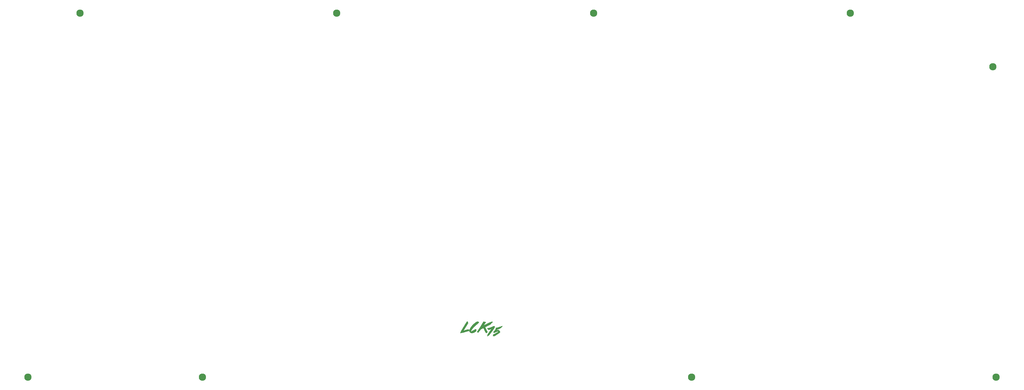
<source format=gbr>
%TF.GenerationSoftware,KiCad,Pcbnew,(5.1.9)-1*%
%TF.CreationDate,2021-10-02T01:37:55-04:00*%
%TF.ProjectId,lckplate,6c636b70-6c61-4746-952e-6b696361645f,rev?*%
%TF.SameCoordinates,Original*%
%TF.FileFunction,Soldermask,Top*%
%TF.FilePolarity,Negative*%
%FSLAX46Y46*%
G04 Gerber Fmt 4.6, Leading zero omitted, Abs format (unit mm)*
G04 Created by KiCad (PCBNEW (5.1.9)-1) date 2021-10-02 01:37:55*
%MOMM*%
%LPD*%
G01*
G04 APERTURE LIST*
%ADD10C,0.010000*%
%ADD11C,2.300000*%
G04 APERTURE END LIST*
D10*
%TO.C,G\u002A\u002A\u002A*%
G36*
X156761558Y-143243998D02*
G01*
X156773196Y-143250772D01*
X156785250Y-143263498D01*
X156799766Y-143283653D01*
X156810011Y-143299162D01*
X156823328Y-143320865D01*
X156830680Y-143336665D01*
X156833209Y-143349432D01*
X156832903Y-143356688D01*
X156832509Y-143369128D01*
X156836825Y-143376845D01*
X156848476Y-143383650D01*
X156852845Y-143385656D01*
X156871173Y-143396420D01*
X156891337Y-143412122D01*
X156910753Y-143430264D01*
X156926835Y-143448346D01*
X156937001Y-143463870D01*
X156938827Y-143468784D01*
X156938909Y-143486288D01*
X156933081Y-143512168D01*
X156921831Y-143545502D01*
X156905648Y-143585367D01*
X156885022Y-143630841D01*
X156860440Y-143680999D01*
X156832393Y-143734920D01*
X156801368Y-143791680D01*
X156767855Y-143850356D01*
X156732343Y-143910026D01*
X156695320Y-143969766D01*
X156657276Y-144028654D01*
X156618700Y-144085766D01*
X156591629Y-144124211D01*
X156570031Y-144155257D01*
X156546964Y-144189967D01*
X156525162Y-144224139D01*
X156507363Y-144253569D01*
X156507094Y-144254033D01*
X156463073Y-144326193D01*
X156414307Y-144399378D01*
X156364302Y-144468390D01*
X156350675Y-144486103D01*
X156331518Y-144511073D01*
X156312128Y-144537059D01*
X156295239Y-144560365D01*
X156286781Y-144572498D01*
X156272662Y-144592055D01*
X156253947Y-144616297D01*
X156233561Y-144641489D01*
X156221723Y-144655532D01*
X156198550Y-144684106D01*
X156183261Y-144706916D01*
X156174972Y-144725310D01*
X156174201Y-144728075D01*
X156163700Y-144754719D01*
X156144363Y-144787147D01*
X156116651Y-144824738D01*
X156081025Y-144866873D01*
X156037946Y-144912932D01*
X156032597Y-144918389D01*
X156004625Y-144947090D01*
X155983059Y-144970161D01*
X155966171Y-144989800D01*
X155952231Y-145008207D01*
X155939511Y-145027577D01*
X155926282Y-145050110D01*
X155919589Y-145062072D01*
X155854860Y-145169068D01*
X155783163Y-145268667D01*
X155728303Y-145334874D01*
X155715681Y-145350528D01*
X155710296Y-145361126D01*
X155710977Y-145369145D01*
X155711535Y-145370288D01*
X155713224Y-145378886D01*
X155707270Y-145388033D01*
X155700413Y-145394272D01*
X155691315Y-145403210D01*
X155676652Y-145419100D01*
X155658010Y-145440157D01*
X155636975Y-145464597D01*
X155621450Y-145483036D01*
X155599348Y-145509044D01*
X155578130Y-145533124D01*
X155559488Y-145553423D01*
X155545112Y-145568086D01*
X155538583Y-145573931D01*
X155525846Y-145585274D01*
X155520860Y-145594635D01*
X155521539Y-145605346D01*
X155521956Y-145616550D01*
X155517549Y-145628912D01*
X155507233Y-145644262D01*
X155489922Y-145664434D01*
X155480583Y-145674489D01*
X155467651Y-145689480D01*
X155457418Y-145703545D01*
X155454642Y-145708355D01*
X155444846Y-145720126D01*
X155431277Y-145729085D01*
X155417270Y-145739489D01*
X155402642Y-145757227D01*
X155397478Y-145765348D01*
X155388658Y-145779105D01*
X155374450Y-145799833D01*
X155356286Y-145825509D01*
X155335597Y-145854106D01*
X155314987Y-145882029D01*
X155264579Y-145945785D01*
X155213533Y-146002966D01*
X155163119Y-146052257D01*
X155114609Y-146092339D01*
X155106150Y-146098494D01*
X155087231Y-146112536D01*
X155076247Y-146122583D01*
X155071520Y-146130564D01*
X155071374Y-146138406D01*
X155071388Y-146138481D01*
X155071111Y-146148870D01*
X155063200Y-146154723D01*
X155057916Y-146156420D01*
X155044446Y-146159898D01*
X155036233Y-146161533D01*
X155032844Y-146166875D01*
X155031997Y-146179155D01*
X155032124Y-146181097D01*
X155032498Y-146193668D01*
X155028685Y-146198194D01*
X155017535Y-146197438D01*
X155014129Y-146196892D01*
X154996345Y-146196789D01*
X154987895Y-146201801D01*
X154979794Y-146208775D01*
X154965182Y-146219095D01*
X154948385Y-146229807D01*
X154927512Y-146241316D01*
X154912556Y-146246420D01*
X154900994Y-146246075D01*
X154884560Y-146246738D01*
X154867703Y-146254542D01*
X154854088Y-146266911D01*
X154847375Y-146281268D01*
X154847183Y-146283917D01*
X154845303Y-146292507D01*
X154838698Y-146302124D01*
X154825855Y-146314440D01*
X154805260Y-146331129D01*
X154802636Y-146333165D01*
X154780423Y-146351532D01*
X154764189Y-146367397D01*
X154755497Y-146379188D01*
X154754654Y-146381435D01*
X154749366Y-146392143D01*
X154739008Y-146397195D01*
X154721498Y-146397173D01*
X154706373Y-146394907D01*
X154689700Y-146392818D01*
X154678758Y-146395028D01*
X154668411Y-146402781D01*
X154666553Y-146404537D01*
X154655257Y-146413935D01*
X154646768Y-146418574D01*
X154645953Y-146418678D01*
X154639569Y-146423257D01*
X154633682Y-146432789D01*
X154623696Y-146444369D01*
X154609165Y-146445810D01*
X154590461Y-146437135D01*
X154580319Y-146429556D01*
X154567931Y-146417869D01*
X154560369Y-146407892D01*
X154559278Y-146404567D01*
X154563325Y-146396717D01*
X154573607Y-146385413D01*
X154580444Y-146379313D01*
X154595660Y-146368267D01*
X154608039Y-146364193D01*
X154619651Y-146364990D01*
X154635850Y-146364451D01*
X154644217Y-146356165D01*
X154644196Y-146341013D01*
X154640903Y-146331225D01*
X154636738Y-146316631D01*
X154639512Y-146303655D01*
X154642180Y-146298098D01*
X154648132Y-146288436D01*
X154655324Y-146284106D01*
X154667638Y-146283642D01*
X154678188Y-146284523D01*
X154696830Y-146285230D01*
X154708414Y-146282301D01*
X154715260Y-146276727D01*
X154728845Y-146268649D01*
X154743597Y-146266278D01*
X154756303Y-146264799D01*
X154762388Y-146261184D01*
X154762478Y-146260633D01*
X154760175Y-146256119D01*
X154751687Y-146254299D01*
X154734641Y-146254714D01*
X154732502Y-146254852D01*
X154721954Y-146254685D01*
X154718526Y-146250059D01*
X154719976Y-146237768D01*
X154720098Y-146237106D01*
X154722901Y-146217770D01*
X154724829Y-146197413D01*
X154724845Y-146197164D01*
X154727758Y-146182941D01*
X154733570Y-146170319D01*
X154740477Y-146161773D01*
X154746679Y-146159780D01*
X154749514Y-146163267D01*
X154756613Y-146169439D01*
X154767086Y-146169258D01*
X154775222Y-146163071D01*
X154775883Y-146161659D01*
X154779382Y-146156303D01*
X154785695Y-146157594D01*
X154793420Y-146162308D01*
X154804115Y-146168146D01*
X154807025Y-146166263D01*
X154802297Y-146156334D01*
X154798668Y-146150597D01*
X154792229Y-146130681D01*
X154793051Y-146118340D01*
X154794768Y-146107236D01*
X154793786Y-146106385D01*
X154790910Y-146112467D01*
X154783987Y-146121436D01*
X154775526Y-146125135D01*
X154769344Y-146122612D01*
X154768302Y-146118111D01*
X154771625Y-146108357D01*
X154776768Y-146100099D01*
X154784242Y-146086182D01*
X154782311Y-146077329D01*
X154771761Y-146074367D01*
X154761226Y-146077355D01*
X154754627Y-146088150D01*
X154753173Y-146092711D01*
X154749549Y-146103224D01*
X154744351Y-146108573D01*
X154734300Y-146110343D01*
X154717078Y-146110147D01*
X154686621Y-146108871D01*
X154664964Y-146106750D01*
X154649625Y-146103190D01*
X154638117Y-146097597D01*
X154627956Y-146089378D01*
X154627197Y-146088656D01*
X154614102Y-146073620D01*
X154611025Y-146062613D01*
X154617866Y-146054654D01*
X154623496Y-146052052D01*
X154634897Y-146042651D01*
X154644191Y-146026191D01*
X154649228Y-146006904D01*
X154649589Y-146000750D01*
X154654610Y-145990349D01*
X154668224Y-145984693D01*
X154676434Y-145984056D01*
X154681213Y-145985557D01*
X154678258Y-145991371D01*
X154672991Y-145997289D01*
X154664333Y-146010968D01*
X154664278Y-146020216D01*
X154667652Y-146025604D01*
X154673069Y-146024199D01*
X154683300Y-146015249D01*
X154683574Y-146014986D01*
X154695450Y-146005870D01*
X154702445Y-146005552D01*
X154702925Y-146006170D01*
X154710083Y-146011946D01*
X154712011Y-146012278D01*
X154717152Y-146008471D01*
X154714493Y-145997581D01*
X154704319Y-145980403D01*
X154696931Y-145970263D01*
X154688322Y-145958004D01*
X154713270Y-145958004D01*
X154713442Y-145964262D01*
X154719744Y-145972158D01*
X154728510Y-145977723D01*
X154732124Y-145978411D01*
X154739089Y-145973909D01*
X154739900Y-145970325D01*
X154735369Y-145963031D01*
X154725483Y-145957605D01*
X154715801Y-145956619D01*
X154713270Y-145958004D01*
X154688322Y-145958004D01*
X154685464Y-145953936D01*
X154681064Y-145943625D01*
X154682888Y-145937288D01*
X154683172Y-145936995D01*
X154689846Y-145934045D01*
X154695376Y-145940311D01*
X154703409Y-145949232D01*
X154710602Y-145947239D01*
X154713837Y-145941414D01*
X154712933Y-145931452D01*
X154706390Y-145918130D01*
X154704563Y-145915509D01*
X154691922Y-145898379D01*
X154727938Y-145866145D01*
X154745641Y-145849768D01*
X154755976Y-145838410D01*
X154760378Y-145830022D01*
X154760284Y-145822555D01*
X154759766Y-145820716D01*
X154757963Y-145811407D01*
X154762942Y-145809235D01*
X154770317Y-145810339D01*
X154780838Y-145810981D01*
X154784642Y-145805220D01*
X154785055Y-145797006D01*
X154782429Y-145784140D01*
X154776589Y-145780856D01*
X154769099Y-145776647D01*
X154768122Y-145772993D01*
X154772838Y-145764394D01*
X154783614Y-145760222D01*
X154792111Y-145761279D01*
X154799402Y-145758828D01*
X154805282Y-145750680D01*
X154808264Y-145738576D01*
X154803125Y-145727319D01*
X154801079Y-145724689D01*
X154793997Y-145712783D01*
X154796496Y-145705510D01*
X154809100Y-145702205D01*
X154819148Y-145701833D01*
X154834069Y-145700731D01*
X154841540Y-145696056D01*
X154844826Y-145687722D01*
X154851194Y-145676144D01*
X154860269Y-145674662D01*
X154869270Y-145683489D01*
X154872538Y-145686639D01*
X154874181Y-145680997D01*
X154874477Y-145665419D01*
X154874426Y-145662322D01*
X154873741Y-145647869D01*
X154872561Y-145641620D01*
X154871383Y-145643978D01*
X154865543Y-145654283D01*
X154859028Y-145656678D01*
X154852177Y-145653957D01*
X154849626Y-145644032D01*
X154849543Y-145636682D01*
X154850382Y-145623776D01*
X154854382Y-145618804D01*
X154864897Y-145619226D01*
X154871225Y-145620260D01*
X154886715Y-145621482D01*
X154896719Y-145617407D01*
X154903130Y-145610688D01*
X154908041Y-145603056D01*
X154920522Y-145603056D01*
X154923344Y-145605878D01*
X154926167Y-145603056D01*
X154923344Y-145600233D01*
X154920522Y-145603056D01*
X154908041Y-145603056D01*
X154910121Y-145599825D01*
X154909511Y-145590095D01*
X154906061Y-145582624D01*
X154901866Y-145570219D01*
X154902321Y-145555970D01*
X154907917Y-145537442D01*
X154919141Y-145512201D01*
X154920935Y-145508511D01*
X154930597Y-145492219D01*
X154939318Y-145483288D01*
X154945673Y-145482461D01*
X154948236Y-145490477D01*
X154948080Y-145494400D01*
X154947795Y-145514904D01*
X154951226Y-145525463D01*
X154954389Y-145526856D01*
X154959339Y-145522260D01*
X154960033Y-145518034D01*
X154964335Y-145511325D01*
X154972208Y-145510978D01*
X154983455Y-145509949D01*
X154985925Y-145504266D01*
X154979263Y-145496788D01*
X154974290Y-145494082D01*
X154963562Y-145484639D01*
X154959972Y-145471747D01*
X154962489Y-145458557D01*
X154970085Y-145448219D01*
X154981730Y-145443881D01*
X154990188Y-145445451D01*
X154995423Y-145445519D01*
X154996831Y-145438568D01*
X154995740Y-145427086D01*
X154994856Y-145412290D01*
X154998402Y-145404263D01*
X155006099Y-145399649D01*
X155015501Y-145392816D01*
X155017794Y-145386664D01*
X155020814Y-145378878D01*
X155030190Y-145368056D01*
X155034265Y-145364404D01*
X155048614Y-145349934D01*
X155063109Y-145331730D01*
X155067433Y-145325324D01*
X155076690Y-145312381D01*
X155083839Y-145305345D01*
X155086239Y-145304988D01*
X155089229Y-145303610D01*
X155089855Y-145298656D01*
X155094326Y-145282074D01*
X155105780Y-145264406D01*
X155121280Y-145249956D01*
X155124508Y-145247889D01*
X155135191Y-145240036D01*
X155137077Y-145232723D01*
X155135031Y-145227738D01*
X155132464Y-145211839D01*
X155134552Y-145203506D01*
X155141712Y-145192558D01*
X155154273Y-145179364D01*
X155168998Y-145166730D01*
X155182647Y-145157463D01*
X155191298Y-145154322D01*
X155195693Y-145149154D01*
X155196230Y-145134367D01*
X155196130Y-145133156D01*
X155195757Y-145119317D01*
X155198717Y-145113848D01*
X155204407Y-145113705D01*
X155215492Y-145111976D01*
X155230311Y-145105538D01*
X155234038Y-145103368D01*
X155246131Y-145095187D01*
X155249910Y-145089154D01*
X155246931Y-145081944D01*
X155245237Y-145079459D01*
X155240126Y-145068002D01*
X155243107Y-145060162D01*
X155252030Y-145053303D01*
X155258041Y-145055571D01*
X155259189Y-145061189D01*
X155262330Y-145068699D01*
X155265010Y-145069656D01*
X155272300Y-145065081D01*
X155274665Y-145054011D01*
X155271393Y-145040426D01*
X155270562Y-145038768D01*
X155266411Y-145024449D01*
X155271956Y-145015782D01*
X155284922Y-145013211D01*
X155296021Y-145010207D01*
X155298700Y-145004744D01*
X155301656Y-144997059D01*
X155309486Y-144998817D01*
X155314504Y-145003051D01*
X155320097Y-145006978D01*
X155321278Y-145003051D01*
X155317587Y-144996698D01*
X155315633Y-144996278D01*
X155311156Y-144994437D01*
X155311116Y-144988184D01*
X155316007Y-144976423D01*
X155326323Y-144958057D01*
X155342561Y-144931990D01*
X155349531Y-144921158D01*
X155364382Y-144897804D01*
X155376681Y-144877690D01*
X155385260Y-144862784D01*
X155388897Y-144855167D01*
X155404309Y-144855167D01*
X155404581Y-144864206D01*
X155411919Y-144866456D01*
X155422800Y-144861916D01*
X155428522Y-144855167D01*
X155431524Y-144846777D01*
X155426150Y-144844045D01*
X155420912Y-144843878D01*
X155408364Y-144848064D01*
X155404309Y-144855167D01*
X155388897Y-144855167D01*
X155388951Y-144855055D01*
X155389011Y-144854659D01*
X155393514Y-144848083D01*
X155397478Y-144845919D01*
X155404979Y-144838812D01*
X155405944Y-144834807D01*
X155410847Y-144828659D01*
X155420055Y-144826944D01*
X155430658Y-144829196D01*
X155434167Y-144833530D01*
X155435647Y-144838165D01*
X155436499Y-144837763D01*
X155437002Y-144831289D01*
X155435506Y-144817796D01*
X155434438Y-144811440D01*
X155432442Y-144797828D01*
X155433772Y-144788391D01*
X155440113Y-144779524D01*
X155453148Y-144767622D01*
X155456094Y-144765087D01*
X155474544Y-144748717D01*
X155493088Y-144731460D01*
X155501900Y-144722861D01*
X155517760Y-144709555D01*
X155530007Y-144705571D01*
X155532944Y-144706010D01*
X155539319Y-144706780D01*
X155542412Y-144703074D01*
X155543029Y-144692462D01*
X155542304Y-144677746D01*
X155541794Y-144658855D01*
X155544141Y-144646609D01*
X155550768Y-144636456D01*
X155557393Y-144629472D01*
X155570797Y-144618749D01*
X155583385Y-144612850D01*
X155586331Y-144612456D01*
X155594515Y-144611133D01*
X155594125Y-144605053D01*
X155591853Y-144600497D01*
X155589413Y-144593388D01*
X155591249Y-144585963D01*
X155598660Y-144575856D01*
X155612950Y-144560699D01*
X155614746Y-144558877D01*
X155630249Y-144544483D01*
X155643843Y-144534155D01*
X155652824Y-144529921D01*
X155653400Y-144529913D01*
X155661750Y-144525639D01*
X155664596Y-144517696D01*
X155670612Y-144504394D01*
X155677298Y-144497994D01*
X155685960Y-144489624D01*
X155688167Y-144483765D01*
X155685234Y-144478906D01*
X155682912Y-144479570D01*
X155675724Y-144478758D01*
X155673811Y-144476593D01*
X155675074Y-144469224D01*
X155682542Y-144458232D01*
X155693309Y-144446660D01*
X155704470Y-144437550D01*
X155713118Y-144433945D01*
X155714333Y-144434169D01*
X155721648Y-144432599D01*
X155725079Y-144423076D01*
X155723726Y-144409474D01*
X155725471Y-144396818D01*
X155734251Y-144382922D01*
X155746856Y-144371288D01*
X155760076Y-144365418D01*
X155764156Y-144365360D01*
X155772541Y-144364351D01*
X155774487Y-144356129D01*
X155774225Y-144352642D01*
X155776046Y-144342352D01*
X155783684Y-144327374D01*
X155797882Y-144306428D01*
X155811967Y-144287731D01*
X155829897Y-144263931D01*
X155847058Y-144240065D01*
X155861110Y-144219440D01*
X155867741Y-144208878D01*
X155879104Y-144191206D01*
X155890395Y-144176238D01*
X155896188Y-144170023D01*
X155903726Y-144160676D01*
X155904733Y-144154050D01*
X155906257Y-144147281D01*
X155913332Y-144140373D01*
X155922474Y-144130240D01*
X155925233Y-144121720D01*
X155924127Y-144116950D01*
X155919462Y-144116311D01*
X155909221Y-144120290D01*
X155891387Y-144129376D01*
X155889482Y-144130386D01*
X155868514Y-144140645D01*
X155838302Y-144154174D01*
X155800222Y-144170417D01*
X155755647Y-144188815D01*
X155705953Y-144208808D01*
X155652515Y-144229838D01*
X155596708Y-144251347D01*
X155539908Y-144272776D01*
X155528794Y-144276913D01*
X155496079Y-144288544D01*
X155457274Y-144301498D01*
X155414088Y-144315280D01*
X155368231Y-144329395D01*
X155321412Y-144343349D01*
X155275339Y-144356647D01*
X155231724Y-144368794D01*
X155192274Y-144379295D01*
X155158700Y-144387656D01*
X155132710Y-144393382D01*
X155118078Y-144395784D01*
X155075612Y-144399937D01*
X155042071Y-144401684D01*
X155015282Y-144400694D01*
X154993074Y-144396638D01*
X154973275Y-144389184D01*
X154953712Y-144378004D01*
X154940346Y-144368764D01*
X154922537Y-144353221D01*
X154901736Y-144331070D01*
X154880558Y-144305505D01*
X154861617Y-144279714D01*
X154847530Y-144256889D01*
X154845646Y-144253209D01*
X154836611Y-144237837D01*
X154826645Y-144229960D01*
X154813407Y-144226486D01*
X154787034Y-144217124D01*
X154760239Y-144198201D01*
X154734886Y-144171210D01*
X154722326Y-144153610D01*
X154708876Y-144134282D01*
X154698792Y-144123656D01*
X154690561Y-144120252D01*
X154688391Y-144120390D01*
X154679710Y-144119105D01*
X154678766Y-144114746D01*
X154676455Y-144107348D01*
X154668947Y-144092755D01*
X154657420Y-144073088D01*
X154643292Y-144050833D01*
X154620094Y-144015281D01*
X154602728Y-143987897D01*
X154590605Y-143967563D01*
X154583141Y-143953159D01*
X154579748Y-143943566D01*
X154579841Y-143937665D01*
X154582409Y-143934592D01*
X154591415Y-143932737D01*
X154607774Y-143932266D01*
X154627654Y-143933014D01*
X154647226Y-143934816D01*
X154662659Y-143937506D01*
X154664952Y-143938149D01*
X154674876Y-143937942D01*
X154688298Y-143934556D01*
X154709165Y-143931706D01*
X154723057Y-143933566D01*
X154738430Y-143934959D01*
X154762790Y-143933322D01*
X154796910Y-143928588D01*
X154812571Y-143925968D01*
X154849431Y-143920195D01*
X154875498Y-143917524D01*
X154890745Y-143917958D01*
X154893624Y-143918897D01*
X154906194Y-143920381D01*
X154917275Y-143915126D01*
X154928414Y-143910177D01*
X154948077Y-143903659D01*
X154973714Y-143896215D01*
X155002779Y-143888488D01*
X155032725Y-143881120D01*
X155061004Y-143874755D01*
X155085068Y-143870035D01*
X155102371Y-143867604D01*
X155106344Y-143867413D01*
X155122293Y-143865215D01*
X155134264Y-143859933D01*
X155134566Y-143859680D01*
X155146560Y-143852525D01*
X155160654Y-143848126D01*
X155172443Y-143847498D01*
X155177011Y-143849916D01*
X155183451Y-143850718D01*
X155196225Y-143846947D01*
X155204168Y-143843468D01*
X155224291Y-143834702D01*
X155254457Y-143822944D01*
X155293903Y-143808464D01*
X155341864Y-143791533D01*
X155397578Y-143772420D01*
X155460280Y-143751395D01*
X155521655Y-143731193D01*
X155560103Y-143718400D01*
X155595431Y-143706191D01*
X155626078Y-143695144D01*
X155650484Y-143685832D01*
X155667086Y-143678833D01*
X155674055Y-143674996D01*
X155687333Y-143666977D01*
X155705152Y-143660746D01*
X155723149Y-143657363D01*
X155736958Y-143657883D01*
X155739809Y-143659065D01*
X155747621Y-143659468D01*
X155750646Y-143654609D01*
X155756329Y-143650652D01*
X155771174Y-143642985D01*
X155793886Y-143632160D01*
X155823174Y-143618730D01*
X155857746Y-143603246D01*
X155896308Y-143586262D01*
X155937569Y-143568329D01*
X155980236Y-143550001D01*
X156023017Y-143531830D01*
X156064619Y-143514369D01*
X156103750Y-143498169D01*
X156139117Y-143483783D01*
X156169428Y-143471764D01*
X156193390Y-143462664D01*
X156209712Y-143457036D01*
X156216675Y-143455394D01*
X156228104Y-143450581D01*
X156231669Y-143444056D01*
X156236536Y-143435593D01*
X156242902Y-143432628D01*
X156246823Y-143436614D01*
X156246967Y-143438411D01*
X156250407Y-143443803D01*
X156258233Y-143442341D01*
X156266699Y-143435005D01*
X156268170Y-143432870D01*
X156279096Y-143422341D01*
X156298637Y-143410285D01*
X156324459Y-143397934D01*
X156354229Y-143386523D01*
X156358692Y-143385033D01*
X156381175Y-143376612D01*
X156403758Y-143366534D01*
X156412315Y-143362116D01*
X156429501Y-143354130D01*
X156452946Y-143345179D01*
X156477956Y-143337034D01*
X156481211Y-143336089D01*
X156503026Y-143329083D01*
X156520963Y-143321894D01*
X156531922Y-143315810D01*
X156533315Y-143314482D01*
X156540766Y-143309293D01*
X156544604Y-143311823D01*
X156553373Y-143318928D01*
X156558822Y-143321523D01*
X156566888Y-143321629D01*
X156568700Y-143315112D01*
X156573130Y-143304137D01*
X156584506Y-143290567D01*
X156599956Y-143277383D01*
X156612739Y-143269411D01*
X156628417Y-143263390D01*
X156651717Y-143256861D01*
X156679050Y-143250640D01*
X156706828Y-143245545D01*
X156731344Y-143242403D01*
X156748289Y-143241701D01*
X156761558Y-143243998D01*
G37*
X156761558Y-143243998D02*
X156773196Y-143250772D01*
X156785250Y-143263498D01*
X156799766Y-143283653D01*
X156810011Y-143299162D01*
X156823328Y-143320865D01*
X156830680Y-143336665D01*
X156833209Y-143349432D01*
X156832903Y-143356688D01*
X156832509Y-143369128D01*
X156836825Y-143376845D01*
X156848476Y-143383650D01*
X156852845Y-143385656D01*
X156871173Y-143396420D01*
X156891337Y-143412122D01*
X156910753Y-143430264D01*
X156926835Y-143448346D01*
X156937001Y-143463870D01*
X156938827Y-143468784D01*
X156938909Y-143486288D01*
X156933081Y-143512168D01*
X156921831Y-143545502D01*
X156905648Y-143585367D01*
X156885022Y-143630841D01*
X156860440Y-143680999D01*
X156832393Y-143734920D01*
X156801368Y-143791680D01*
X156767855Y-143850356D01*
X156732343Y-143910026D01*
X156695320Y-143969766D01*
X156657276Y-144028654D01*
X156618700Y-144085766D01*
X156591629Y-144124211D01*
X156570031Y-144155257D01*
X156546964Y-144189967D01*
X156525162Y-144224139D01*
X156507363Y-144253569D01*
X156507094Y-144254033D01*
X156463073Y-144326193D01*
X156414307Y-144399378D01*
X156364302Y-144468390D01*
X156350675Y-144486103D01*
X156331518Y-144511073D01*
X156312128Y-144537059D01*
X156295239Y-144560365D01*
X156286781Y-144572498D01*
X156272662Y-144592055D01*
X156253947Y-144616297D01*
X156233561Y-144641489D01*
X156221723Y-144655532D01*
X156198550Y-144684106D01*
X156183261Y-144706916D01*
X156174972Y-144725310D01*
X156174201Y-144728075D01*
X156163700Y-144754719D01*
X156144363Y-144787147D01*
X156116651Y-144824738D01*
X156081025Y-144866873D01*
X156037946Y-144912932D01*
X156032597Y-144918389D01*
X156004625Y-144947090D01*
X155983059Y-144970161D01*
X155966171Y-144989800D01*
X155952231Y-145008207D01*
X155939511Y-145027577D01*
X155926282Y-145050110D01*
X155919589Y-145062072D01*
X155854860Y-145169068D01*
X155783163Y-145268667D01*
X155728303Y-145334874D01*
X155715681Y-145350528D01*
X155710296Y-145361126D01*
X155710977Y-145369145D01*
X155711535Y-145370288D01*
X155713224Y-145378886D01*
X155707270Y-145388033D01*
X155700413Y-145394272D01*
X155691315Y-145403210D01*
X155676652Y-145419100D01*
X155658010Y-145440157D01*
X155636975Y-145464597D01*
X155621450Y-145483036D01*
X155599348Y-145509044D01*
X155578130Y-145533124D01*
X155559488Y-145553423D01*
X155545112Y-145568086D01*
X155538583Y-145573931D01*
X155525846Y-145585274D01*
X155520860Y-145594635D01*
X155521539Y-145605346D01*
X155521956Y-145616550D01*
X155517549Y-145628912D01*
X155507233Y-145644262D01*
X155489922Y-145664434D01*
X155480583Y-145674489D01*
X155467651Y-145689480D01*
X155457418Y-145703545D01*
X155454642Y-145708355D01*
X155444846Y-145720126D01*
X155431277Y-145729085D01*
X155417270Y-145739489D01*
X155402642Y-145757227D01*
X155397478Y-145765348D01*
X155388658Y-145779105D01*
X155374450Y-145799833D01*
X155356286Y-145825509D01*
X155335597Y-145854106D01*
X155314987Y-145882029D01*
X155264579Y-145945785D01*
X155213533Y-146002966D01*
X155163119Y-146052257D01*
X155114609Y-146092339D01*
X155106150Y-146098494D01*
X155087231Y-146112536D01*
X155076247Y-146122583D01*
X155071520Y-146130564D01*
X155071374Y-146138406D01*
X155071388Y-146138481D01*
X155071111Y-146148870D01*
X155063200Y-146154723D01*
X155057916Y-146156420D01*
X155044446Y-146159898D01*
X155036233Y-146161533D01*
X155032844Y-146166875D01*
X155031997Y-146179155D01*
X155032124Y-146181097D01*
X155032498Y-146193668D01*
X155028685Y-146198194D01*
X155017535Y-146197438D01*
X155014129Y-146196892D01*
X154996345Y-146196789D01*
X154987895Y-146201801D01*
X154979794Y-146208775D01*
X154965182Y-146219095D01*
X154948385Y-146229807D01*
X154927512Y-146241316D01*
X154912556Y-146246420D01*
X154900994Y-146246075D01*
X154884560Y-146246738D01*
X154867703Y-146254542D01*
X154854088Y-146266911D01*
X154847375Y-146281268D01*
X154847183Y-146283917D01*
X154845303Y-146292507D01*
X154838698Y-146302124D01*
X154825855Y-146314440D01*
X154805260Y-146331129D01*
X154802636Y-146333165D01*
X154780423Y-146351532D01*
X154764189Y-146367397D01*
X154755497Y-146379188D01*
X154754654Y-146381435D01*
X154749366Y-146392143D01*
X154739008Y-146397195D01*
X154721498Y-146397173D01*
X154706373Y-146394907D01*
X154689700Y-146392818D01*
X154678758Y-146395028D01*
X154668411Y-146402781D01*
X154666553Y-146404537D01*
X154655257Y-146413935D01*
X154646768Y-146418574D01*
X154645953Y-146418678D01*
X154639569Y-146423257D01*
X154633682Y-146432789D01*
X154623696Y-146444369D01*
X154609165Y-146445810D01*
X154590461Y-146437135D01*
X154580319Y-146429556D01*
X154567931Y-146417869D01*
X154560369Y-146407892D01*
X154559278Y-146404567D01*
X154563325Y-146396717D01*
X154573607Y-146385413D01*
X154580444Y-146379313D01*
X154595660Y-146368267D01*
X154608039Y-146364193D01*
X154619651Y-146364990D01*
X154635850Y-146364451D01*
X154644217Y-146356165D01*
X154644196Y-146341013D01*
X154640903Y-146331225D01*
X154636738Y-146316631D01*
X154639512Y-146303655D01*
X154642180Y-146298098D01*
X154648132Y-146288436D01*
X154655324Y-146284106D01*
X154667638Y-146283642D01*
X154678188Y-146284523D01*
X154696830Y-146285230D01*
X154708414Y-146282301D01*
X154715260Y-146276727D01*
X154728845Y-146268649D01*
X154743597Y-146266278D01*
X154756303Y-146264799D01*
X154762388Y-146261184D01*
X154762478Y-146260633D01*
X154760175Y-146256119D01*
X154751687Y-146254299D01*
X154734641Y-146254714D01*
X154732502Y-146254852D01*
X154721954Y-146254685D01*
X154718526Y-146250059D01*
X154719976Y-146237768D01*
X154720098Y-146237106D01*
X154722901Y-146217770D01*
X154724829Y-146197413D01*
X154724845Y-146197164D01*
X154727758Y-146182941D01*
X154733570Y-146170319D01*
X154740477Y-146161773D01*
X154746679Y-146159780D01*
X154749514Y-146163267D01*
X154756613Y-146169439D01*
X154767086Y-146169258D01*
X154775222Y-146163071D01*
X154775883Y-146161659D01*
X154779382Y-146156303D01*
X154785695Y-146157594D01*
X154793420Y-146162308D01*
X154804115Y-146168146D01*
X154807025Y-146166263D01*
X154802297Y-146156334D01*
X154798668Y-146150597D01*
X154792229Y-146130681D01*
X154793051Y-146118340D01*
X154794768Y-146107236D01*
X154793786Y-146106385D01*
X154790910Y-146112467D01*
X154783987Y-146121436D01*
X154775526Y-146125135D01*
X154769344Y-146122612D01*
X154768302Y-146118111D01*
X154771625Y-146108357D01*
X154776768Y-146100099D01*
X154784242Y-146086182D01*
X154782311Y-146077329D01*
X154771761Y-146074367D01*
X154761226Y-146077355D01*
X154754627Y-146088150D01*
X154753173Y-146092711D01*
X154749549Y-146103224D01*
X154744351Y-146108573D01*
X154734300Y-146110343D01*
X154717078Y-146110147D01*
X154686621Y-146108871D01*
X154664964Y-146106750D01*
X154649625Y-146103190D01*
X154638117Y-146097597D01*
X154627956Y-146089378D01*
X154627197Y-146088656D01*
X154614102Y-146073620D01*
X154611025Y-146062613D01*
X154617866Y-146054654D01*
X154623496Y-146052052D01*
X154634897Y-146042651D01*
X154644191Y-146026191D01*
X154649228Y-146006904D01*
X154649589Y-146000750D01*
X154654610Y-145990349D01*
X154668224Y-145984693D01*
X154676434Y-145984056D01*
X154681213Y-145985557D01*
X154678258Y-145991371D01*
X154672991Y-145997289D01*
X154664333Y-146010968D01*
X154664278Y-146020216D01*
X154667652Y-146025604D01*
X154673069Y-146024199D01*
X154683300Y-146015249D01*
X154683574Y-146014986D01*
X154695450Y-146005870D01*
X154702445Y-146005552D01*
X154702925Y-146006170D01*
X154710083Y-146011946D01*
X154712011Y-146012278D01*
X154717152Y-146008471D01*
X154714493Y-145997581D01*
X154704319Y-145980403D01*
X154696931Y-145970263D01*
X154688322Y-145958004D01*
X154713270Y-145958004D01*
X154713442Y-145964262D01*
X154719744Y-145972158D01*
X154728510Y-145977723D01*
X154732124Y-145978411D01*
X154739089Y-145973909D01*
X154739900Y-145970325D01*
X154735369Y-145963031D01*
X154725483Y-145957605D01*
X154715801Y-145956619D01*
X154713270Y-145958004D01*
X154688322Y-145958004D01*
X154685464Y-145953936D01*
X154681064Y-145943625D01*
X154682888Y-145937288D01*
X154683172Y-145936995D01*
X154689846Y-145934045D01*
X154695376Y-145940311D01*
X154703409Y-145949232D01*
X154710602Y-145947239D01*
X154713837Y-145941414D01*
X154712933Y-145931452D01*
X154706390Y-145918130D01*
X154704563Y-145915509D01*
X154691922Y-145898379D01*
X154727938Y-145866145D01*
X154745641Y-145849768D01*
X154755976Y-145838410D01*
X154760378Y-145830022D01*
X154760284Y-145822555D01*
X154759766Y-145820716D01*
X154757963Y-145811407D01*
X154762942Y-145809235D01*
X154770317Y-145810339D01*
X154780838Y-145810981D01*
X154784642Y-145805220D01*
X154785055Y-145797006D01*
X154782429Y-145784140D01*
X154776589Y-145780856D01*
X154769099Y-145776647D01*
X154768122Y-145772993D01*
X154772838Y-145764394D01*
X154783614Y-145760222D01*
X154792111Y-145761279D01*
X154799402Y-145758828D01*
X154805282Y-145750680D01*
X154808264Y-145738576D01*
X154803125Y-145727319D01*
X154801079Y-145724689D01*
X154793997Y-145712783D01*
X154796496Y-145705510D01*
X154809100Y-145702205D01*
X154819148Y-145701833D01*
X154834069Y-145700731D01*
X154841540Y-145696056D01*
X154844826Y-145687722D01*
X154851194Y-145676144D01*
X154860269Y-145674662D01*
X154869270Y-145683489D01*
X154872538Y-145686639D01*
X154874181Y-145680997D01*
X154874477Y-145665419D01*
X154874426Y-145662322D01*
X154873741Y-145647869D01*
X154872561Y-145641620D01*
X154871383Y-145643978D01*
X154865543Y-145654283D01*
X154859028Y-145656678D01*
X154852177Y-145653957D01*
X154849626Y-145644032D01*
X154849543Y-145636682D01*
X154850382Y-145623776D01*
X154854382Y-145618804D01*
X154864897Y-145619226D01*
X154871225Y-145620260D01*
X154886715Y-145621482D01*
X154896719Y-145617407D01*
X154903130Y-145610688D01*
X154908041Y-145603056D01*
X154920522Y-145603056D01*
X154923344Y-145605878D01*
X154926167Y-145603056D01*
X154923344Y-145600233D01*
X154920522Y-145603056D01*
X154908041Y-145603056D01*
X154910121Y-145599825D01*
X154909511Y-145590095D01*
X154906061Y-145582624D01*
X154901866Y-145570219D01*
X154902321Y-145555970D01*
X154907917Y-145537442D01*
X154919141Y-145512201D01*
X154920935Y-145508511D01*
X154930597Y-145492219D01*
X154939318Y-145483288D01*
X154945673Y-145482461D01*
X154948236Y-145490477D01*
X154948080Y-145494400D01*
X154947795Y-145514904D01*
X154951226Y-145525463D01*
X154954389Y-145526856D01*
X154959339Y-145522260D01*
X154960033Y-145518034D01*
X154964335Y-145511325D01*
X154972208Y-145510978D01*
X154983455Y-145509949D01*
X154985925Y-145504266D01*
X154979263Y-145496788D01*
X154974290Y-145494082D01*
X154963562Y-145484639D01*
X154959972Y-145471747D01*
X154962489Y-145458557D01*
X154970085Y-145448219D01*
X154981730Y-145443881D01*
X154990188Y-145445451D01*
X154995423Y-145445519D01*
X154996831Y-145438568D01*
X154995740Y-145427086D01*
X154994856Y-145412290D01*
X154998402Y-145404263D01*
X155006099Y-145399649D01*
X155015501Y-145392816D01*
X155017794Y-145386664D01*
X155020814Y-145378878D01*
X155030190Y-145368056D01*
X155034265Y-145364404D01*
X155048614Y-145349934D01*
X155063109Y-145331730D01*
X155067433Y-145325324D01*
X155076690Y-145312381D01*
X155083839Y-145305345D01*
X155086239Y-145304988D01*
X155089229Y-145303610D01*
X155089855Y-145298656D01*
X155094326Y-145282074D01*
X155105780Y-145264406D01*
X155121280Y-145249956D01*
X155124508Y-145247889D01*
X155135191Y-145240036D01*
X155137077Y-145232723D01*
X155135031Y-145227738D01*
X155132464Y-145211839D01*
X155134552Y-145203506D01*
X155141712Y-145192558D01*
X155154273Y-145179364D01*
X155168998Y-145166730D01*
X155182647Y-145157463D01*
X155191298Y-145154322D01*
X155195693Y-145149154D01*
X155196230Y-145134367D01*
X155196130Y-145133156D01*
X155195757Y-145119317D01*
X155198717Y-145113848D01*
X155204407Y-145113705D01*
X155215492Y-145111976D01*
X155230311Y-145105538D01*
X155234038Y-145103368D01*
X155246131Y-145095187D01*
X155249910Y-145089154D01*
X155246931Y-145081944D01*
X155245237Y-145079459D01*
X155240126Y-145068002D01*
X155243107Y-145060162D01*
X155252030Y-145053303D01*
X155258041Y-145055571D01*
X155259189Y-145061189D01*
X155262330Y-145068699D01*
X155265010Y-145069656D01*
X155272300Y-145065081D01*
X155274665Y-145054011D01*
X155271393Y-145040426D01*
X155270562Y-145038768D01*
X155266411Y-145024449D01*
X155271956Y-145015782D01*
X155284922Y-145013211D01*
X155296021Y-145010207D01*
X155298700Y-145004744D01*
X155301656Y-144997059D01*
X155309486Y-144998817D01*
X155314504Y-145003051D01*
X155320097Y-145006978D01*
X155321278Y-145003051D01*
X155317587Y-144996698D01*
X155315633Y-144996278D01*
X155311156Y-144994437D01*
X155311116Y-144988184D01*
X155316007Y-144976423D01*
X155326323Y-144958057D01*
X155342561Y-144931990D01*
X155349531Y-144921158D01*
X155364382Y-144897804D01*
X155376681Y-144877690D01*
X155385260Y-144862784D01*
X155388897Y-144855167D01*
X155404309Y-144855167D01*
X155404581Y-144864206D01*
X155411919Y-144866456D01*
X155422800Y-144861916D01*
X155428522Y-144855167D01*
X155431524Y-144846777D01*
X155426150Y-144844045D01*
X155420912Y-144843878D01*
X155408364Y-144848064D01*
X155404309Y-144855167D01*
X155388897Y-144855167D01*
X155388951Y-144855055D01*
X155389011Y-144854659D01*
X155393514Y-144848083D01*
X155397478Y-144845919D01*
X155404979Y-144838812D01*
X155405944Y-144834807D01*
X155410847Y-144828659D01*
X155420055Y-144826944D01*
X155430658Y-144829196D01*
X155434167Y-144833530D01*
X155435647Y-144838165D01*
X155436499Y-144837763D01*
X155437002Y-144831289D01*
X155435506Y-144817796D01*
X155434438Y-144811440D01*
X155432442Y-144797828D01*
X155433772Y-144788391D01*
X155440113Y-144779524D01*
X155453148Y-144767622D01*
X155456094Y-144765087D01*
X155474544Y-144748717D01*
X155493088Y-144731460D01*
X155501900Y-144722861D01*
X155517760Y-144709555D01*
X155530007Y-144705571D01*
X155532944Y-144706010D01*
X155539319Y-144706780D01*
X155542412Y-144703074D01*
X155543029Y-144692462D01*
X155542304Y-144677746D01*
X155541794Y-144658855D01*
X155544141Y-144646609D01*
X155550768Y-144636456D01*
X155557393Y-144629472D01*
X155570797Y-144618749D01*
X155583385Y-144612850D01*
X155586331Y-144612456D01*
X155594515Y-144611133D01*
X155594125Y-144605053D01*
X155591853Y-144600497D01*
X155589413Y-144593388D01*
X155591249Y-144585963D01*
X155598660Y-144575856D01*
X155612950Y-144560699D01*
X155614746Y-144558877D01*
X155630249Y-144544483D01*
X155643843Y-144534155D01*
X155652824Y-144529921D01*
X155653400Y-144529913D01*
X155661750Y-144525639D01*
X155664596Y-144517696D01*
X155670612Y-144504394D01*
X155677298Y-144497994D01*
X155685960Y-144489624D01*
X155688167Y-144483765D01*
X155685234Y-144478906D01*
X155682912Y-144479570D01*
X155675724Y-144478758D01*
X155673811Y-144476593D01*
X155675074Y-144469224D01*
X155682542Y-144458232D01*
X155693309Y-144446660D01*
X155704470Y-144437550D01*
X155713118Y-144433945D01*
X155714333Y-144434169D01*
X155721648Y-144432599D01*
X155725079Y-144423076D01*
X155723726Y-144409474D01*
X155725471Y-144396818D01*
X155734251Y-144382922D01*
X155746856Y-144371288D01*
X155760076Y-144365418D01*
X155764156Y-144365360D01*
X155772541Y-144364351D01*
X155774487Y-144356129D01*
X155774225Y-144352642D01*
X155776046Y-144342352D01*
X155783684Y-144327374D01*
X155797882Y-144306428D01*
X155811967Y-144287731D01*
X155829897Y-144263931D01*
X155847058Y-144240065D01*
X155861110Y-144219440D01*
X155867741Y-144208878D01*
X155879104Y-144191206D01*
X155890395Y-144176238D01*
X155896188Y-144170023D01*
X155903726Y-144160676D01*
X155904733Y-144154050D01*
X155906257Y-144147281D01*
X155913332Y-144140373D01*
X155922474Y-144130240D01*
X155925233Y-144121720D01*
X155924127Y-144116950D01*
X155919462Y-144116311D01*
X155909221Y-144120290D01*
X155891387Y-144129376D01*
X155889482Y-144130386D01*
X155868514Y-144140645D01*
X155838302Y-144154174D01*
X155800222Y-144170417D01*
X155755647Y-144188815D01*
X155705953Y-144208808D01*
X155652515Y-144229838D01*
X155596708Y-144251347D01*
X155539908Y-144272776D01*
X155528794Y-144276913D01*
X155496079Y-144288544D01*
X155457274Y-144301498D01*
X155414088Y-144315280D01*
X155368231Y-144329395D01*
X155321412Y-144343349D01*
X155275339Y-144356647D01*
X155231724Y-144368794D01*
X155192274Y-144379295D01*
X155158700Y-144387656D01*
X155132710Y-144393382D01*
X155118078Y-144395784D01*
X155075612Y-144399937D01*
X155042071Y-144401684D01*
X155015282Y-144400694D01*
X154993074Y-144396638D01*
X154973275Y-144389184D01*
X154953712Y-144378004D01*
X154940346Y-144368764D01*
X154922537Y-144353221D01*
X154901736Y-144331070D01*
X154880558Y-144305505D01*
X154861617Y-144279714D01*
X154847530Y-144256889D01*
X154845646Y-144253209D01*
X154836611Y-144237837D01*
X154826645Y-144229960D01*
X154813407Y-144226486D01*
X154787034Y-144217124D01*
X154760239Y-144198201D01*
X154734886Y-144171210D01*
X154722326Y-144153610D01*
X154708876Y-144134282D01*
X154698792Y-144123656D01*
X154690561Y-144120252D01*
X154688391Y-144120390D01*
X154679710Y-144119105D01*
X154678766Y-144114746D01*
X154676455Y-144107348D01*
X154668947Y-144092755D01*
X154657420Y-144073088D01*
X154643292Y-144050833D01*
X154620094Y-144015281D01*
X154602728Y-143987897D01*
X154590605Y-143967563D01*
X154583141Y-143953159D01*
X154579748Y-143943566D01*
X154579841Y-143937665D01*
X154582409Y-143934592D01*
X154591415Y-143932737D01*
X154607774Y-143932266D01*
X154627654Y-143933014D01*
X154647226Y-143934816D01*
X154662659Y-143937506D01*
X154664952Y-143938149D01*
X154674876Y-143937942D01*
X154688298Y-143934556D01*
X154709165Y-143931706D01*
X154723057Y-143933566D01*
X154738430Y-143934959D01*
X154762790Y-143933322D01*
X154796910Y-143928588D01*
X154812571Y-143925968D01*
X154849431Y-143920195D01*
X154875498Y-143917524D01*
X154890745Y-143917958D01*
X154893624Y-143918897D01*
X154906194Y-143920381D01*
X154917275Y-143915126D01*
X154928414Y-143910177D01*
X154948077Y-143903659D01*
X154973714Y-143896215D01*
X155002779Y-143888488D01*
X155032725Y-143881120D01*
X155061004Y-143874755D01*
X155085068Y-143870035D01*
X155102371Y-143867604D01*
X155106344Y-143867413D01*
X155122293Y-143865215D01*
X155134264Y-143859933D01*
X155134566Y-143859680D01*
X155146560Y-143852525D01*
X155160654Y-143848126D01*
X155172443Y-143847498D01*
X155177011Y-143849916D01*
X155183451Y-143850718D01*
X155196225Y-143846947D01*
X155204168Y-143843468D01*
X155224291Y-143834702D01*
X155254457Y-143822944D01*
X155293903Y-143808464D01*
X155341864Y-143791533D01*
X155397578Y-143772420D01*
X155460280Y-143751395D01*
X155521655Y-143731193D01*
X155560103Y-143718400D01*
X155595431Y-143706191D01*
X155626078Y-143695144D01*
X155650484Y-143685832D01*
X155667086Y-143678833D01*
X155674055Y-143674996D01*
X155687333Y-143666977D01*
X155705152Y-143660746D01*
X155723149Y-143657363D01*
X155736958Y-143657883D01*
X155739809Y-143659065D01*
X155747621Y-143659468D01*
X155750646Y-143654609D01*
X155756329Y-143650652D01*
X155771174Y-143642985D01*
X155793886Y-143632160D01*
X155823174Y-143618730D01*
X155857746Y-143603246D01*
X155896308Y-143586262D01*
X155937569Y-143568329D01*
X155980236Y-143550001D01*
X156023017Y-143531830D01*
X156064619Y-143514369D01*
X156103750Y-143498169D01*
X156139117Y-143483783D01*
X156169428Y-143471764D01*
X156193390Y-143462664D01*
X156209712Y-143457036D01*
X156216675Y-143455394D01*
X156228104Y-143450581D01*
X156231669Y-143444056D01*
X156236536Y-143435593D01*
X156242902Y-143432628D01*
X156246823Y-143436614D01*
X156246967Y-143438411D01*
X156250407Y-143443803D01*
X156258233Y-143442341D01*
X156266699Y-143435005D01*
X156268170Y-143432870D01*
X156279096Y-143422341D01*
X156298637Y-143410285D01*
X156324459Y-143397934D01*
X156354229Y-143386523D01*
X156358692Y-143385033D01*
X156381175Y-143376612D01*
X156403758Y-143366534D01*
X156412315Y-143362116D01*
X156429501Y-143354130D01*
X156452946Y-143345179D01*
X156477956Y-143337034D01*
X156481211Y-143336089D01*
X156503026Y-143329083D01*
X156520963Y-143321894D01*
X156531922Y-143315810D01*
X156533315Y-143314482D01*
X156540766Y-143309293D01*
X156544604Y-143311823D01*
X156553373Y-143318928D01*
X156558822Y-143321523D01*
X156566888Y-143321629D01*
X156568700Y-143315112D01*
X156573130Y-143304137D01*
X156584506Y-143290567D01*
X156599956Y-143277383D01*
X156612739Y-143269411D01*
X156628417Y-143263390D01*
X156651717Y-143256861D01*
X156679050Y-143250640D01*
X156706828Y-143245545D01*
X156731344Y-143242403D01*
X156748289Y-143241701D01*
X156761558Y-143243998D01*
G36*
X159280630Y-143233798D02*
G01*
X159291725Y-143248611D01*
X159301791Y-143273696D01*
X159306755Y-143291656D01*
X159312142Y-143309513D01*
X159318008Y-143322727D01*
X159321587Y-143327214D01*
X159328078Y-143333973D01*
X159325332Y-143341593D01*
X159312717Y-143351456D01*
X159309577Y-143353436D01*
X159293476Y-143368099D01*
X159281898Y-143387448D01*
X159277319Y-143407042D01*
X159277502Y-143410992D01*
X159273904Y-143420492D01*
X159263958Y-143431454D01*
X159251491Y-143440450D01*
X159240583Y-143444056D01*
X159233891Y-143439478D01*
X159232878Y-143435004D01*
X159230762Y-143431152D01*
X159223506Y-143434739D01*
X159213787Y-143442714D01*
X159198854Y-143454506D01*
X159178752Y-143468712D01*
X159159809Y-143481010D01*
X159141398Y-143493005D01*
X159131236Y-143501697D01*
X159127546Y-143508972D01*
X159127992Y-143514776D01*
X159127341Y-143525779D01*
X159117644Y-143533122D01*
X159107980Y-143540904D01*
X159095553Y-143555422D01*
X159083083Y-143573490D01*
X159071784Y-143590379D01*
X159061932Y-143602614D01*
X159055538Y-143607718D01*
X159055259Y-143607744D01*
X159045835Y-143612113D01*
X159035071Y-143622456D01*
X159026637Y-143634635D01*
X159024033Y-143642984D01*
X159019721Y-143654239D01*
X159008423Y-143668153D01*
X158992593Y-143682843D01*
X158974690Y-143696426D01*
X158957169Y-143707020D01*
X158942485Y-143712741D01*
X158933753Y-143712186D01*
X158929195Y-143714622D01*
X158926083Y-143722169D01*
X158920187Y-143733670D01*
X158909001Y-143747954D01*
X158903134Y-143754058D01*
X158890345Y-143765344D01*
X158882013Y-143769118D01*
X158875406Y-143766572D01*
X158875065Y-143766295D01*
X158868036Y-143763054D01*
X158862006Y-143768579D01*
X158859311Y-143773260D01*
X158849803Y-143784641D01*
X158832267Y-143799898D01*
X158808708Y-143817729D01*
X158781129Y-143836831D01*
X158751534Y-143855899D01*
X158721926Y-143873632D01*
X158694308Y-143888725D01*
X158670684Y-143899876D01*
X158657144Y-143904768D01*
X158625149Y-143914251D01*
X158602526Y-143922062D01*
X158587651Y-143929089D01*
X158578903Y-143936222D01*
X158574659Y-143944349D01*
X158573548Y-143950567D01*
X158570246Y-143962914D01*
X158561533Y-143974459D01*
X158545197Y-143988043D01*
X158543161Y-143989548D01*
X158523895Y-144002486D01*
X158500701Y-144016279D01*
X158476156Y-144029602D01*
X158452836Y-144041131D01*
X158433319Y-144049541D01*
X158420181Y-144053510D01*
X158418396Y-144053656D01*
X158407523Y-144056938D01*
X158393234Y-144065111D01*
X158389176Y-144068040D01*
X158375065Y-144077094D01*
X158354747Y-144088040D01*
X158331016Y-144099613D01*
X158306666Y-144110544D01*
X158284492Y-144119567D01*
X158267288Y-144125416D01*
X158259211Y-144126959D01*
X158249320Y-144129165D01*
X158232035Y-144135008D01*
X158210242Y-144143464D01*
X158197122Y-144148969D01*
X158150353Y-144168539D01*
X158101266Y-144187999D01*
X158051154Y-144206926D01*
X158001311Y-144224896D01*
X157953031Y-144241487D01*
X157907609Y-144256276D01*
X157866338Y-144268840D01*
X157830513Y-144278756D01*
X157801427Y-144285600D01*
X157780374Y-144288949D01*
X157769652Y-144288706D01*
X157760059Y-144290712D01*
X157744491Y-144298603D01*
X157725354Y-144310702D01*
X157705054Y-144325329D01*
X157685996Y-144340806D01*
X157670587Y-144355455D01*
X157665414Y-144361419D01*
X157652028Y-144377562D01*
X157635707Y-144396191D01*
X157627472Y-144405214D01*
X157614178Y-144421131D01*
X157598064Y-144442921D01*
X157580312Y-144468688D01*
X157562107Y-144496536D01*
X157544630Y-144524570D01*
X157529067Y-144550893D01*
X157516600Y-144573612D01*
X157508414Y-144590829D01*
X157505678Y-144600298D01*
X157507722Y-144604521D01*
X157514608Y-144606188D01*
X157527468Y-144605111D01*
X157547431Y-144601103D01*
X157575629Y-144593978D01*
X157613192Y-144583547D01*
X157621954Y-144581040D01*
X157648475Y-144573547D01*
X157671848Y-144567353D01*
X157693842Y-144562172D01*
X157716225Y-144557719D01*
X157740766Y-144553709D01*
X157769234Y-144549857D01*
X157803399Y-144545878D01*
X157845027Y-144541486D01*
X157895890Y-144536396D01*
X157903611Y-144535635D01*
X157942962Y-144532652D01*
X157981820Y-144531324D01*
X158018582Y-144531540D01*
X158051643Y-144533191D01*
X158079398Y-144536170D01*
X158100242Y-144540366D01*
X158112572Y-144545672D01*
X158115278Y-144550022D01*
X158119983Y-144552409D01*
X158129433Y-144551740D01*
X158144877Y-144551968D01*
X158160671Y-144556110D01*
X158176198Y-144566049D01*
X158194466Y-144582924D01*
X158212763Y-144603786D01*
X158228377Y-144625686D01*
X158234425Y-144636287D01*
X158244534Y-144653515D01*
X158257806Y-144671010D01*
X158275613Y-144690208D01*
X158299330Y-144712545D01*
X158330330Y-144739459D01*
X158344447Y-144751303D01*
X158368115Y-144771321D01*
X158386743Y-144788173D01*
X158402348Y-144804175D01*
X158416945Y-144821648D01*
X158432549Y-144842910D01*
X158451174Y-144870280D01*
X158461910Y-144886466D01*
X158479526Y-144913786D01*
X158494455Y-144938196D01*
X158505743Y-144958030D01*
X158512436Y-144971623D01*
X158513798Y-144977028D01*
X158513950Y-144985619D01*
X158515745Y-144987633D01*
X158523150Y-144995792D01*
X158532412Y-145010502D01*
X158541505Y-145027873D01*
X158548406Y-145044013D01*
X158551092Y-145055032D01*
X158551067Y-145055544D01*
X158552404Y-145069276D01*
X158556099Y-145081837D01*
X158559074Y-145095718D01*
X158554203Y-145108842D01*
X158552543Y-145111470D01*
X158546438Y-145121629D01*
X158547319Y-145125491D01*
X158555634Y-145126100D01*
X158563869Y-145127354D01*
X158566450Y-145133273D01*
X158565063Y-145146109D01*
X158559867Y-145164689D01*
X158550089Y-145188312D01*
X158536970Y-145214893D01*
X158521748Y-145242345D01*
X158505663Y-145268582D01*
X158489954Y-145291518D01*
X158475860Y-145309067D01*
X158464620Y-145319144D01*
X158461435Y-145320560D01*
X158444517Y-145328831D01*
X158425533Y-145344288D01*
X158407652Y-145364115D01*
X158399727Y-145375399D01*
X158390182Y-145388428D01*
X158381985Y-145396136D01*
X158379570Y-145397033D01*
X158372955Y-145399994D01*
X158358573Y-145408216D01*
X158338057Y-145420707D01*
X158313039Y-145436475D01*
X158287918Y-145452717D01*
X158258746Y-145471613D01*
X158231196Y-145489129D01*
X158207321Y-145503985D01*
X158189171Y-145514901D01*
X158180189Y-145519919D01*
X158168117Y-145527475D01*
X158149523Y-145540817D01*
X158126465Y-145558395D01*
X158100998Y-145578656D01*
X158085816Y-145591124D01*
X158059125Y-145612748D01*
X158036516Y-145629946D01*
X158019240Y-145641830D01*
X158008544Y-145647513D01*
X158006125Y-145647781D01*
X157998472Y-145649772D01*
X157995170Y-145656445D01*
X157987295Y-145666640D01*
X157969232Y-145677933D01*
X157959150Y-145682699D01*
X157932348Y-145696428D01*
X157903192Y-145714389D01*
X157875343Y-145734084D01*
X157852459Y-145753016D01*
X157844344Y-145761064D01*
X157832675Y-145770766D01*
X157814224Y-145782939D01*
X157792466Y-145795339D01*
X157786469Y-145798437D01*
X157707865Y-145842079D01*
X157633206Y-145892208D01*
X157627494Y-145896407D01*
X157608139Y-145910117D01*
X157591562Y-145920759D01*
X157580230Y-145926798D01*
X157577323Y-145927611D01*
X157568823Y-145931251D01*
X157556122Y-145940517D01*
X157548802Y-145946986D01*
X157535584Y-145957122D01*
X157514966Y-145970228D01*
X157489816Y-145984580D01*
X157464107Y-145997912D01*
X157438661Y-146010908D01*
X157416250Y-146023245D01*
X157399233Y-146033561D01*
X157389972Y-146040500D01*
X157389781Y-146040705D01*
X157377878Y-146048599D01*
X157369578Y-146048766D01*
X157358365Y-146050749D01*
X157350427Y-146059506D01*
X157341745Y-146068878D01*
X157326300Y-146082082D01*
X157306826Y-146096849D01*
X157297902Y-146103109D01*
X157275185Y-146119230D01*
X157252965Y-146135983D01*
X157235127Y-146150415D01*
X157231156Y-146153899D01*
X157202630Y-146176368D01*
X157176600Y-146189361D01*
X157151136Y-146193783D01*
X157146243Y-146193731D01*
X157123129Y-146197320D01*
X157095815Y-146208682D01*
X157066679Y-146226416D01*
X157038100Y-146249118D01*
X157017433Y-146269694D01*
X157001538Y-146283543D01*
X156984378Y-146289327D01*
X156979333Y-146289817D01*
X156965174Y-146292376D01*
X156958358Y-146297063D01*
X156958167Y-146298066D01*
X156953577Y-146308108D01*
X156941951Y-146317183D01*
X156926499Y-146324203D01*
X156910432Y-146328083D01*
X156896964Y-146327735D01*
X156889304Y-146322072D01*
X156889068Y-146321448D01*
X156884302Y-146321129D01*
X156874138Y-146328506D01*
X156864608Y-146337757D01*
X156837779Y-146358941D01*
X156806160Y-146370605D01*
X156775886Y-146373491D01*
X156761760Y-146374524D01*
X156756252Y-146378424D01*
X156756130Y-146383400D01*
X156754022Y-146389766D01*
X156744931Y-146397889D01*
X156727627Y-146408683D01*
X156706989Y-146419883D01*
X156685028Y-146431101D01*
X156666528Y-146440026D01*
X156653924Y-146445513D01*
X156650008Y-146446694D01*
X156642080Y-146442995D01*
X156633075Y-146434792D01*
X156613281Y-146419410D01*
X156585989Y-146407606D01*
X156554760Y-146400699D01*
X156537718Y-146399472D01*
X156518165Y-146398379D01*
X156502891Y-146394794D01*
X156487346Y-146387127D01*
X156469922Y-146375807D01*
X156447241Y-146362121D01*
X156422401Y-146349830D01*
X156404061Y-146342724D01*
X156376594Y-146332745D01*
X156355161Y-146322117D01*
X156341498Y-146311852D01*
X156337278Y-146303800D01*
X156341465Y-146297322D01*
X156421944Y-146297322D01*
X156423610Y-146307934D01*
X156426806Y-146311433D01*
X156429522Y-146306737D01*
X156428970Y-146297322D01*
X156426213Y-146286747D01*
X156424108Y-146283211D01*
X156422480Y-146288056D01*
X156421944Y-146297322D01*
X156341465Y-146297322D01*
X156341510Y-146297253D01*
X156351898Y-146287514D01*
X156364979Y-146277295D01*
X156377289Y-146269314D01*
X156385134Y-146266278D01*
X156387529Y-146271024D01*
X156388078Y-146277567D01*
X156392069Y-146287000D01*
X156399367Y-146288856D01*
X156408517Y-146285320D01*
X156410056Y-146277885D01*
X156403622Y-146271305D01*
X156400778Y-146270364D01*
X156395789Y-146267194D01*
X156399694Y-146263070D01*
X156410216Y-146258681D01*
X156425080Y-146254717D01*
X156442010Y-146251867D01*
X156458730Y-146250820D01*
X156464554Y-146251039D01*
X156481672Y-146251526D01*
X156493404Y-146250409D01*
X156496549Y-146248832D01*
X156502704Y-146244688D01*
X156512255Y-146242177D01*
X156528248Y-146238209D01*
X156542004Y-146232403D01*
X156550790Y-146226270D01*
X156551871Y-146221320D01*
X156551104Y-146220713D01*
X156547235Y-146212791D01*
X156548179Y-146206970D01*
X156554164Y-146200378D01*
X156566786Y-146199168D01*
X156571579Y-146199622D01*
X156584406Y-146200490D01*
X156589941Y-146197025D01*
X156591251Y-146186248D01*
X156591278Y-146180478D01*
X156589931Y-146165639D01*
X156585230Y-146159541D01*
X156582031Y-146159033D01*
X156572958Y-146155411D01*
X156559476Y-146146095D01*
X156549575Y-146137679D01*
X156535608Y-146125836D01*
X156515184Y-146109785D01*
X156491150Y-146091713D01*
X156468511Y-146075336D01*
X156444382Y-146058030D01*
X156428069Y-146045511D01*
X156418058Y-146036212D01*
X156412835Y-146028565D01*
X156410885Y-146021003D01*
X156410655Y-146015457D01*
X156412427Y-146001486D01*
X156419169Y-145994767D01*
X156423526Y-145993338D01*
X156439624Y-145992104D01*
X156448926Y-145993384D01*
X156458842Y-145993734D01*
X156461455Y-145987536D01*
X156464849Y-145979761D01*
X156472240Y-145979302D01*
X156479439Y-145985703D01*
X156481211Y-145989700D01*
X156486578Y-145998831D01*
X156490764Y-146000989D01*
X156494253Y-146005775D01*
X156493567Y-146016821D01*
X156492877Y-146028441D01*
X156498780Y-146035235D01*
X156507664Y-146039170D01*
X156519894Y-146046094D01*
X156521693Y-146054105D01*
X156521591Y-146054382D01*
X156519999Y-146062152D01*
X156523587Y-146061776D01*
X156530888Y-146054234D01*
X156534730Y-146048812D01*
X156561073Y-146048812D01*
X156562826Y-146058169D01*
X156570192Y-146065745D01*
X156582566Y-146073148D01*
X156587189Y-146072387D01*
X156584273Y-146063304D01*
X156581137Y-146057469D01*
X156572417Y-146044350D01*
X156566284Y-146041303D01*
X156561481Y-146047785D01*
X156561073Y-146048812D01*
X156534730Y-146048812D01*
X156539067Y-146042692D01*
X156547115Y-146028036D01*
X156551497Y-146016086D01*
X156551767Y-146013834D01*
X156550814Y-146007945D01*
X156546032Y-146010093D01*
X156541889Y-146013642D01*
X156526778Y-146023646D01*
X156514487Y-146023336D01*
X156503703Y-146012337D01*
X156497691Y-146001063D01*
X156491839Y-145986878D01*
X156523544Y-145986878D01*
X156526592Y-145994389D01*
X156529189Y-145995344D01*
X156534196Y-145990773D01*
X156534833Y-145986878D01*
X156531785Y-145979366D01*
X156529189Y-145978411D01*
X156524181Y-145982983D01*
X156523544Y-145986878D01*
X156491839Y-145986878D01*
X156485986Y-145972694D01*
X156480951Y-145952297D01*
X156482386Y-145938886D01*
X156484395Y-145935642D01*
X156490787Y-145930822D01*
X156498953Y-145933597D01*
X156502827Y-145936181D01*
X156514365Y-145942372D01*
X156523604Y-145944392D01*
X156527420Y-145941885D01*
X156526346Y-145938867D01*
X156525837Y-145930291D01*
X156529026Y-145916282D01*
X156530182Y-145912878D01*
X156535212Y-145900650D01*
X156541127Y-145895061D01*
X156551755Y-145894104D01*
X156564053Y-145895116D01*
X156586651Y-145895518D01*
X156599985Y-145891106D01*
X156605212Y-145881412D01*
X156605389Y-145878410D01*
X156610315Y-145869396D01*
X156618097Y-145866540D01*
X156627038Y-145863323D01*
X156628202Y-145855013D01*
X156627179Y-145850281D01*
X156625926Y-145839981D01*
X156630174Y-145838067D01*
X156631403Y-145838417D01*
X156638459Y-145845505D01*
X156641059Y-145853264D01*
X156644509Y-145863748D01*
X156649973Y-145863317D01*
X156657178Y-145852111D01*
X156661175Y-145842944D01*
X156670123Y-145827884D01*
X156680568Y-145820314D01*
X156690181Y-145821000D01*
X156696632Y-145830706D01*
X156696784Y-145831265D01*
X156703985Y-145842945D01*
X156715393Y-145845187D01*
X156721612Y-145842509D01*
X156726025Y-145838304D01*
X156722511Y-145837386D01*
X156717386Y-145832364D01*
X156715455Y-145820687D01*
X156720506Y-145803648D01*
X156734035Y-145791573D01*
X156753606Y-145786537D01*
X156755573Y-145786500D01*
X156771710Y-145781204D01*
X156779751Y-145772537D01*
X156789005Y-145762612D01*
X156800965Y-145761128D01*
X156805437Y-145761881D01*
X156816776Y-145763257D01*
X156819999Y-145759704D01*
X156818856Y-145753266D01*
X156818179Y-145745485D01*
X156823398Y-145741894D01*
X156837175Y-145740705D01*
X156837564Y-145740693D01*
X156855726Y-145739964D01*
X156866920Y-145738410D01*
X156875462Y-145734910D01*
X156885670Y-145728349D01*
X156885952Y-145728158D01*
X156897894Y-145721928D01*
X156906155Y-145720872D01*
X156906477Y-145721039D01*
X156911763Y-145719112D01*
X156914795Y-145712553D01*
X156919668Y-145704159D01*
X156929693Y-145704579D01*
X156930255Y-145704754D01*
X156938811Y-145706232D01*
X156938479Y-145701945D01*
X156938395Y-145701807D01*
X156938270Y-145693735D01*
X156947569Y-145687809D01*
X156964481Y-145685063D01*
X156967899Y-145684986D01*
X156982976Y-145682215D01*
X156992633Y-145672102D01*
X156994157Y-145669317D01*
X157004486Y-145656528D01*
X157020295Y-145644206D01*
X157037871Y-145634570D01*
X157053501Y-145629839D01*
X157059763Y-145630090D01*
X157069742Y-145629078D01*
X157073223Y-145625305D01*
X157075454Y-145622811D01*
X157116211Y-145622811D01*
X157120805Y-145627765D01*
X157125011Y-145628456D01*
X157130853Y-145625719D01*
X157130322Y-145622811D01*
X157123106Y-145617382D01*
X157121522Y-145617167D01*
X157116363Y-145621472D01*
X157116211Y-145622811D01*
X157075454Y-145622811D01*
X157081490Y-145616065D01*
X157096279Y-145607694D01*
X157112891Y-145602312D01*
X157125402Y-145601753D01*
X157135708Y-145601638D01*
X157138775Y-145594532D01*
X157138789Y-145593629D01*
X157142594Y-145583618D01*
X157151021Y-145578776D01*
X157159591Y-145581135D01*
X157161409Y-145583369D01*
X157166458Y-145585955D01*
X157175641Y-145581593D01*
X157188437Y-145571491D01*
X157203127Y-145560479D01*
X157223087Y-145547553D01*
X157245720Y-145534153D01*
X157268428Y-145521723D01*
X157288614Y-145511703D01*
X157303681Y-145505537D01*
X157309512Y-145504278D01*
X157319961Y-145500262D01*
X157325398Y-145495399D01*
X157337941Y-145485172D01*
X157358918Y-145473407D01*
X157385830Y-145461381D01*
X157407999Y-145453099D01*
X157428907Y-145444510D01*
X157448515Y-145434214D01*
X157456249Y-145429122D01*
X157470895Y-145419090D01*
X157493010Y-145405023D01*
X157520187Y-145388361D01*
X157550021Y-145370541D01*
X157580106Y-145353001D01*
X157608037Y-145337180D01*
X157629855Y-145325330D01*
X157651228Y-145313731D01*
X157671360Y-145302218D01*
X157685276Y-145293673D01*
X157695548Y-145286933D01*
X157713566Y-145275143D01*
X157737621Y-145259421D01*
X157766004Y-145240885D01*
X157797004Y-145220650D01*
X157806631Y-145214368D01*
X157838715Y-145193008D01*
X157869124Y-145171973D01*
X157896004Y-145152606D01*
X157917499Y-145136253D01*
X157931753Y-145124258D01*
X157933906Y-145122161D01*
X157949759Y-145106885D01*
X157964989Y-145093775D01*
X157973529Y-145087514D01*
X157982243Y-145080471D01*
X157997133Y-145066756D01*
X158016616Y-145047898D01*
X158039108Y-145025425D01*
X158059291Y-145004744D01*
X158087916Y-144974737D01*
X158108672Y-144951781D01*
X158121747Y-144935024D01*
X158127333Y-144923612D01*
X158125620Y-144916693D01*
X158116799Y-144913415D01*
X158101058Y-144912924D01*
X158079482Y-144914296D01*
X158056671Y-144916397D01*
X158037395Y-144918598D01*
X158025099Y-144920494D01*
X158023555Y-144920862D01*
X158015360Y-144920757D01*
X158013678Y-144918188D01*
X158008833Y-144916346D01*
X157996009Y-144918298D01*
X157987381Y-144920630D01*
X157968268Y-144926097D01*
X157957509Y-144927982D01*
X157952739Y-144926248D01*
X157951595Y-144920858D01*
X157951589Y-144920078D01*
X157948552Y-144912455D01*
X157941061Y-144913887D01*
X157935250Y-144919361D01*
X157925744Y-144925823D01*
X157909839Y-144932254D01*
X157891090Y-144937732D01*
X157873053Y-144941333D01*
X157859282Y-144942136D01*
X157853985Y-144940443D01*
X157845308Y-144937673D01*
X157841939Y-144939149D01*
X157830702Y-144945225D01*
X157812035Y-144951450D01*
X157784893Y-144958092D01*
X157748231Y-144965419D01*
X157719380Y-144970575D01*
X157662429Y-144982256D01*
X157614629Y-144996159D01*
X157592380Y-145004586D01*
X157564005Y-145015936D01*
X157533333Y-145027579D01*
X157505980Y-145037396D01*
X157500220Y-145039350D01*
X157454231Y-145055400D01*
X157403366Y-145074359D01*
X157350734Y-145094979D01*
X157299445Y-145116013D01*
X157252607Y-145136214D01*
X157213329Y-145154335D01*
X157212167Y-145154898D01*
X157184452Y-145167737D01*
X157158421Y-145178691D01*
X157136681Y-145186738D01*
X157121840Y-145190852D01*
X157119890Y-145191117D01*
X157103132Y-145194528D01*
X157090191Y-145200348D01*
X157088845Y-145201411D01*
X157081397Y-145206458D01*
X157065585Y-145216078D01*
X157042926Y-145229386D01*
X157014939Y-145245497D01*
X156983141Y-145263525D01*
X156963811Y-145274365D01*
X156928669Y-145294063D01*
X156894735Y-145313215D01*
X156863958Y-145330708D01*
X156838291Y-145345432D01*
X156819683Y-145356276D01*
X156814233Y-145359533D01*
X156796668Y-145369762D01*
X156782696Y-145377124D01*
X156775246Y-145380081D01*
X156775127Y-145380085D01*
X156769166Y-145376374D01*
X156757112Y-145366320D01*
X156740852Y-145351564D01*
X156726387Y-145337767D01*
X156707873Y-145320416D01*
X156691731Y-145306508D01*
X156679965Y-145297699D01*
X156675144Y-145295433D01*
X156664602Y-145296920D01*
X156649673Y-145300520D01*
X156648888Y-145300743D01*
X156636229Y-145303554D01*
X156630323Y-145300761D01*
X156627252Y-145290449D01*
X156627188Y-145290132D01*
X156622962Y-145278790D01*
X156615431Y-145276547D01*
X156613427Y-145276976D01*
X156601578Y-145275177D01*
X156586767Y-145266185D01*
X156585463Y-145265112D01*
X156571510Y-145254811D01*
X156551901Y-145242077D01*
X156531699Y-145230138D01*
X156509314Y-145215941D01*
X156497565Y-145203979D01*
X156496185Y-145193568D01*
X156504904Y-145184023D01*
X156511975Y-145179867D01*
X156526175Y-145173830D01*
X156537237Y-145171257D01*
X156537375Y-145171256D01*
X156544530Y-145170044D01*
X156544866Y-145164854D01*
X156538344Y-145153356D01*
X156537035Y-145151345D01*
X156530719Y-145135959D01*
X156534550Y-145125347D01*
X156548197Y-145120167D01*
X156553000Y-145119801D01*
X156562556Y-145118742D01*
X156562762Y-145116952D01*
X156561322Y-145116503D01*
X156553235Y-145111084D01*
X156554121Y-145103152D01*
X156562791Y-145095104D01*
X156574353Y-145090243D01*
X156585932Y-145086047D01*
X156586301Y-145083073D01*
X156584222Y-145082417D01*
X156575845Y-145078227D01*
X156574344Y-145075370D01*
X156577691Y-145069190D01*
X156586594Y-145056770D01*
X156599348Y-145040202D01*
X156614248Y-145021574D01*
X156629588Y-145002978D01*
X156643664Y-144986503D01*
X156654770Y-144974240D01*
X156661201Y-144968278D01*
X156661926Y-144968021D01*
X156666551Y-144963916D01*
X156674833Y-144952585D01*
X156683511Y-144938877D01*
X156695338Y-144921673D01*
X156707441Y-144908057D01*
X156714930Y-144902332D01*
X156726977Y-144892230D01*
X156735477Y-144879019D01*
X156744923Y-144864452D01*
X156758725Y-144850911D01*
X156760350Y-144849708D01*
X156772610Y-144838234D01*
X156775091Y-144828708D01*
X156775001Y-144828458D01*
X156776909Y-144819711D01*
X156785472Y-144807819D01*
X156797779Y-144795635D01*
X156810922Y-144786013D01*
X156821991Y-144781807D01*
X156822573Y-144781789D01*
X156830338Y-144778497D01*
X156830419Y-144771911D01*
X156833047Y-144763101D01*
X156843183Y-144746531D01*
X156860548Y-144722614D01*
X156884860Y-144691762D01*
X156885091Y-144691478D01*
X156922170Y-144644761D01*
X156961812Y-144593088D01*
X157002740Y-144538247D01*
X157043679Y-144482026D01*
X157083351Y-144426213D01*
X157120479Y-144372595D01*
X157153788Y-144322962D01*
X157182001Y-144279100D01*
X157196786Y-144254895D01*
X157208517Y-144236312D01*
X157218967Y-144221802D01*
X157220481Y-144220167D01*
X157234744Y-144220167D01*
X157237567Y-144222989D01*
X157240389Y-144220167D01*
X157237567Y-144217344D01*
X157234744Y-144220167D01*
X157220481Y-144220167D01*
X157226233Y-144213956D01*
X157227247Y-144213369D01*
X157233496Y-144206022D01*
X157234744Y-144199476D01*
X157238133Y-144188606D01*
X157246685Y-144173998D01*
X157251423Y-144167625D01*
X157272930Y-144133667D01*
X157285595Y-144095519D01*
X157288863Y-144075239D01*
X157290577Y-144057767D01*
X157289579Y-144048078D01*
X157284553Y-144042753D01*
X157274751Y-144038586D01*
X157258668Y-144027014D01*
X157247071Y-144007830D01*
X157241530Y-143984328D01*
X157241780Y-143969386D01*
X157239942Y-143946851D01*
X157233803Y-143935122D01*
X157226430Y-143919815D01*
X157222203Y-143901188D01*
X157222034Y-143899148D01*
X157220633Y-143877286D01*
X157254500Y-143867772D01*
X157274825Y-143861527D01*
X157292366Y-143855214D01*
X157301067Y-143851336D01*
X157316859Y-143847565D01*
X157323725Y-143849743D01*
X157336790Y-143851330D01*
X157343811Y-143847666D01*
X157354513Y-143842717D01*
X157372244Y-143837241D01*
X157390242Y-143833044D01*
X157413485Y-143827160D01*
X157426393Y-143820654D01*
X157429621Y-143816137D01*
X157434644Y-143805994D01*
X157443895Y-143791267D01*
X157449299Y-143783527D01*
X157465901Y-143760608D01*
X157498490Y-143777755D01*
X157518099Y-143786790D01*
X157536545Y-143791721D01*
X157556398Y-143792512D01*
X157580227Y-143789127D01*
X157610599Y-143781528D01*
X157629855Y-143775893D01*
X157650716Y-143769984D01*
X157679892Y-143762242D01*
X157714693Y-143753355D01*
X157752431Y-143744010D01*
X157790416Y-143734892D01*
X157790722Y-143734820D01*
X157825065Y-143726571D01*
X157855756Y-143718908D01*
X157881060Y-143712288D01*
X157899238Y-143707169D01*
X157908556Y-143704008D01*
X157909269Y-143703600D01*
X157921588Y-143696308D01*
X157938744Y-143689274D01*
X157956904Y-143683692D01*
X157972235Y-143680757D01*
X157980503Y-143681397D01*
X157991885Y-143682119D01*
X158011821Y-143676766D01*
X158024018Y-143672158D01*
X158040558Y-143666129D01*
X158065569Y-143657839D01*
X158096642Y-143648047D01*
X158131372Y-143637511D01*
X158167350Y-143626990D01*
X158167383Y-143626980D01*
X158201123Y-143617047D01*
X158231485Y-143607610D01*
X158256658Y-143599271D01*
X158274828Y-143592637D01*
X158284183Y-143588309D01*
X158284689Y-143587919D01*
X158303360Y-143576096D01*
X158327627Y-143567248D01*
X158351842Y-143563314D01*
X158356323Y-143563292D01*
X158369801Y-143561705D01*
X158391444Y-143556848D01*
X158418825Y-143549347D01*
X158449513Y-143539826D01*
X158456767Y-143537422D01*
X158485118Y-143527972D01*
X158509873Y-143519838D01*
X158528958Y-143513691D01*
X158540302Y-143510204D01*
X158542275Y-143509691D01*
X158551834Y-143505282D01*
X158557436Y-143501272D01*
X158568930Y-143497113D01*
X158576651Y-143499712D01*
X158586446Y-143501900D01*
X158594001Y-143494447D01*
X158601119Y-143487041D01*
X158609883Y-143489227D01*
X158611051Y-143489935D01*
X158619648Y-143492820D01*
X158628578Y-143488487D01*
X158635566Y-143482054D01*
X158654247Y-143469895D01*
X158681716Y-143461165D01*
X158682915Y-143460912D01*
X158707528Y-143454865D01*
X158737427Y-143446092D01*
X158770120Y-143435483D01*
X158803119Y-143423924D01*
X158833933Y-143412303D01*
X158860072Y-143401508D01*
X158879047Y-143392426D01*
X158884971Y-143388874D01*
X158913180Y-143375709D01*
X158931245Y-143372930D01*
X158954651Y-143368550D01*
X158970587Y-143360259D01*
X158985593Y-143350868D01*
X159005383Y-143341559D01*
X159026412Y-143333643D01*
X159045135Y-143328436D01*
X159058007Y-143327252D01*
X159059060Y-143327461D01*
X159067423Y-143327373D01*
X159069189Y-143324911D01*
X159074038Y-143317661D01*
X159086123Y-143309477D01*
X159101749Y-143302248D01*
X159117221Y-143297863D01*
X159123143Y-143297321D01*
X159139342Y-143294757D01*
X159151129Y-143289461D01*
X159162672Y-143284456D01*
X159169793Y-143284671D01*
X159175186Y-143284373D01*
X159174148Y-143276416D01*
X159173621Y-143269495D01*
X159178584Y-143263827D01*
X159191124Y-143257705D01*
X159202356Y-143253400D01*
X159219999Y-143247095D01*
X159229789Y-143244696D01*
X159234442Y-143246136D01*
X159236673Y-143251349D01*
X159236995Y-143252560D01*
X159241936Y-143261871D01*
X159247322Y-143262117D01*
X159249811Y-143253273D01*
X159253385Y-143240753D01*
X159256584Y-143236340D01*
X159268814Y-143229594D01*
X159280630Y-143233798D01*
G37*
X159280630Y-143233798D02*
X159291725Y-143248611D01*
X159301791Y-143273696D01*
X159306755Y-143291656D01*
X159312142Y-143309513D01*
X159318008Y-143322727D01*
X159321587Y-143327214D01*
X159328078Y-143333973D01*
X159325332Y-143341593D01*
X159312717Y-143351456D01*
X159309577Y-143353436D01*
X159293476Y-143368099D01*
X159281898Y-143387448D01*
X159277319Y-143407042D01*
X159277502Y-143410992D01*
X159273904Y-143420492D01*
X159263958Y-143431454D01*
X159251491Y-143440450D01*
X159240583Y-143444056D01*
X159233891Y-143439478D01*
X159232878Y-143435004D01*
X159230762Y-143431152D01*
X159223506Y-143434739D01*
X159213787Y-143442714D01*
X159198854Y-143454506D01*
X159178752Y-143468712D01*
X159159809Y-143481010D01*
X159141398Y-143493005D01*
X159131236Y-143501697D01*
X159127546Y-143508972D01*
X159127992Y-143514776D01*
X159127341Y-143525779D01*
X159117644Y-143533122D01*
X159107980Y-143540904D01*
X159095553Y-143555422D01*
X159083083Y-143573490D01*
X159071784Y-143590379D01*
X159061932Y-143602614D01*
X159055538Y-143607718D01*
X159055259Y-143607744D01*
X159045835Y-143612113D01*
X159035071Y-143622456D01*
X159026637Y-143634635D01*
X159024033Y-143642984D01*
X159019721Y-143654239D01*
X159008423Y-143668153D01*
X158992593Y-143682843D01*
X158974690Y-143696426D01*
X158957169Y-143707020D01*
X158942485Y-143712741D01*
X158933753Y-143712186D01*
X158929195Y-143714622D01*
X158926083Y-143722169D01*
X158920187Y-143733670D01*
X158909001Y-143747954D01*
X158903134Y-143754058D01*
X158890345Y-143765344D01*
X158882013Y-143769118D01*
X158875406Y-143766572D01*
X158875065Y-143766295D01*
X158868036Y-143763054D01*
X158862006Y-143768579D01*
X158859311Y-143773260D01*
X158849803Y-143784641D01*
X158832267Y-143799898D01*
X158808708Y-143817729D01*
X158781129Y-143836831D01*
X158751534Y-143855899D01*
X158721926Y-143873632D01*
X158694308Y-143888725D01*
X158670684Y-143899876D01*
X158657144Y-143904768D01*
X158625149Y-143914251D01*
X158602526Y-143922062D01*
X158587651Y-143929089D01*
X158578903Y-143936222D01*
X158574659Y-143944349D01*
X158573548Y-143950567D01*
X158570246Y-143962914D01*
X158561533Y-143974459D01*
X158545197Y-143988043D01*
X158543161Y-143989548D01*
X158523895Y-144002486D01*
X158500701Y-144016279D01*
X158476156Y-144029602D01*
X158452836Y-144041131D01*
X158433319Y-144049541D01*
X158420181Y-144053510D01*
X158418396Y-144053656D01*
X158407523Y-144056938D01*
X158393234Y-144065111D01*
X158389176Y-144068040D01*
X158375065Y-144077094D01*
X158354747Y-144088040D01*
X158331016Y-144099613D01*
X158306666Y-144110544D01*
X158284492Y-144119567D01*
X158267288Y-144125416D01*
X158259211Y-144126959D01*
X158249320Y-144129165D01*
X158232035Y-144135008D01*
X158210242Y-144143464D01*
X158197122Y-144148969D01*
X158150353Y-144168539D01*
X158101266Y-144187999D01*
X158051154Y-144206926D01*
X158001311Y-144224896D01*
X157953031Y-144241487D01*
X157907609Y-144256276D01*
X157866338Y-144268840D01*
X157830513Y-144278756D01*
X157801427Y-144285600D01*
X157780374Y-144288949D01*
X157769652Y-144288706D01*
X157760059Y-144290712D01*
X157744491Y-144298603D01*
X157725354Y-144310702D01*
X157705054Y-144325329D01*
X157685996Y-144340806D01*
X157670587Y-144355455D01*
X157665414Y-144361419D01*
X157652028Y-144377562D01*
X157635707Y-144396191D01*
X157627472Y-144405214D01*
X157614178Y-144421131D01*
X157598064Y-144442921D01*
X157580312Y-144468688D01*
X157562107Y-144496536D01*
X157544630Y-144524570D01*
X157529067Y-144550893D01*
X157516600Y-144573612D01*
X157508414Y-144590829D01*
X157505678Y-144600298D01*
X157507722Y-144604521D01*
X157514608Y-144606188D01*
X157527468Y-144605111D01*
X157547431Y-144601103D01*
X157575629Y-144593978D01*
X157613192Y-144583547D01*
X157621954Y-144581040D01*
X157648475Y-144573547D01*
X157671848Y-144567353D01*
X157693842Y-144562172D01*
X157716225Y-144557719D01*
X157740766Y-144553709D01*
X157769234Y-144549857D01*
X157803399Y-144545878D01*
X157845027Y-144541486D01*
X157895890Y-144536396D01*
X157903611Y-144535635D01*
X157942962Y-144532652D01*
X157981820Y-144531324D01*
X158018582Y-144531540D01*
X158051643Y-144533191D01*
X158079398Y-144536170D01*
X158100242Y-144540366D01*
X158112572Y-144545672D01*
X158115278Y-144550022D01*
X158119983Y-144552409D01*
X158129433Y-144551740D01*
X158144877Y-144551968D01*
X158160671Y-144556110D01*
X158176198Y-144566049D01*
X158194466Y-144582924D01*
X158212763Y-144603786D01*
X158228377Y-144625686D01*
X158234425Y-144636287D01*
X158244534Y-144653515D01*
X158257806Y-144671010D01*
X158275613Y-144690208D01*
X158299330Y-144712545D01*
X158330330Y-144739459D01*
X158344447Y-144751303D01*
X158368115Y-144771321D01*
X158386743Y-144788173D01*
X158402348Y-144804175D01*
X158416945Y-144821648D01*
X158432549Y-144842910D01*
X158451174Y-144870280D01*
X158461910Y-144886466D01*
X158479526Y-144913786D01*
X158494455Y-144938196D01*
X158505743Y-144958030D01*
X158512436Y-144971623D01*
X158513798Y-144977028D01*
X158513950Y-144985619D01*
X158515745Y-144987633D01*
X158523150Y-144995792D01*
X158532412Y-145010502D01*
X158541505Y-145027873D01*
X158548406Y-145044013D01*
X158551092Y-145055032D01*
X158551067Y-145055544D01*
X158552404Y-145069276D01*
X158556099Y-145081837D01*
X158559074Y-145095718D01*
X158554203Y-145108842D01*
X158552543Y-145111470D01*
X158546438Y-145121629D01*
X158547319Y-145125491D01*
X158555634Y-145126100D01*
X158563869Y-145127354D01*
X158566450Y-145133273D01*
X158565063Y-145146109D01*
X158559867Y-145164689D01*
X158550089Y-145188312D01*
X158536970Y-145214893D01*
X158521748Y-145242345D01*
X158505663Y-145268582D01*
X158489954Y-145291518D01*
X158475860Y-145309067D01*
X158464620Y-145319144D01*
X158461435Y-145320560D01*
X158444517Y-145328831D01*
X158425533Y-145344288D01*
X158407652Y-145364115D01*
X158399727Y-145375399D01*
X158390182Y-145388428D01*
X158381985Y-145396136D01*
X158379570Y-145397033D01*
X158372955Y-145399994D01*
X158358573Y-145408216D01*
X158338057Y-145420707D01*
X158313039Y-145436475D01*
X158287918Y-145452717D01*
X158258746Y-145471613D01*
X158231196Y-145489129D01*
X158207321Y-145503985D01*
X158189171Y-145514901D01*
X158180189Y-145519919D01*
X158168117Y-145527475D01*
X158149523Y-145540817D01*
X158126465Y-145558395D01*
X158100998Y-145578656D01*
X158085816Y-145591124D01*
X158059125Y-145612748D01*
X158036516Y-145629946D01*
X158019240Y-145641830D01*
X158008544Y-145647513D01*
X158006125Y-145647781D01*
X157998472Y-145649772D01*
X157995170Y-145656445D01*
X157987295Y-145666640D01*
X157969232Y-145677933D01*
X157959150Y-145682699D01*
X157932348Y-145696428D01*
X157903192Y-145714389D01*
X157875343Y-145734084D01*
X157852459Y-145753016D01*
X157844344Y-145761064D01*
X157832675Y-145770766D01*
X157814224Y-145782939D01*
X157792466Y-145795339D01*
X157786469Y-145798437D01*
X157707865Y-145842079D01*
X157633206Y-145892208D01*
X157627494Y-145896407D01*
X157608139Y-145910117D01*
X157591562Y-145920759D01*
X157580230Y-145926798D01*
X157577323Y-145927611D01*
X157568823Y-145931251D01*
X157556122Y-145940517D01*
X157548802Y-145946986D01*
X157535584Y-145957122D01*
X157514966Y-145970228D01*
X157489816Y-145984580D01*
X157464107Y-145997912D01*
X157438661Y-146010908D01*
X157416250Y-146023245D01*
X157399233Y-146033561D01*
X157389972Y-146040500D01*
X157389781Y-146040705D01*
X157377878Y-146048599D01*
X157369578Y-146048766D01*
X157358365Y-146050749D01*
X157350427Y-146059506D01*
X157341745Y-146068878D01*
X157326300Y-146082082D01*
X157306826Y-146096849D01*
X157297902Y-146103109D01*
X157275185Y-146119230D01*
X157252965Y-146135983D01*
X157235127Y-146150415D01*
X157231156Y-146153899D01*
X157202630Y-146176368D01*
X157176600Y-146189361D01*
X157151136Y-146193783D01*
X157146243Y-146193731D01*
X157123129Y-146197320D01*
X157095815Y-146208682D01*
X157066679Y-146226416D01*
X157038100Y-146249118D01*
X157017433Y-146269694D01*
X157001538Y-146283543D01*
X156984378Y-146289327D01*
X156979333Y-146289817D01*
X156965174Y-146292376D01*
X156958358Y-146297063D01*
X156958167Y-146298066D01*
X156953577Y-146308108D01*
X156941951Y-146317183D01*
X156926499Y-146324203D01*
X156910432Y-146328083D01*
X156896964Y-146327735D01*
X156889304Y-146322072D01*
X156889068Y-146321448D01*
X156884302Y-146321129D01*
X156874138Y-146328506D01*
X156864608Y-146337757D01*
X156837779Y-146358941D01*
X156806160Y-146370605D01*
X156775886Y-146373491D01*
X156761760Y-146374524D01*
X156756252Y-146378424D01*
X156756130Y-146383400D01*
X156754022Y-146389766D01*
X156744931Y-146397889D01*
X156727627Y-146408683D01*
X156706989Y-146419883D01*
X156685028Y-146431101D01*
X156666528Y-146440026D01*
X156653924Y-146445513D01*
X156650008Y-146446694D01*
X156642080Y-146442995D01*
X156633075Y-146434792D01*
X156613281Y-146419410D01*
X156585989Y-146407606D01*
X156554760Y-146400699D01*
X156537718Y-146399472D01*
X156518165Y-146398379D01*
X156502891Y-146394794D01*
X156487346Y-146387127D01*
X156469922Y-146375807D01*
X156447241Y-146362121D01*
X156422401Y-146349830D01*
X156404061Y-146342724D01*
X156376594Y-146332745D01*
X156355161Y-146322117D01*
X156341498Y-146311852D01*
X156337278Y-146303800D01*
X156341465Y-146297322D01*
X156421944Y-146297322D01*
X156423610Y-146307934D01*
X156426806Y-146311433D01*
X156429522Y-146306737D01*
X156428970Y-146297322D01*
X156426213Y-146286747D01*
X156424108Y-146283211D01*
X156422480Y-146288056D01*
X156421944Y-146297322D01*
X156341465Y-146297322D01*
X156341510Y-146297253D01*
X156351898Y-146287514D01*
X156364979Y-146277295D01*
X156377289Y-146269314D01*
X156385134Y-146266278D01*
X156387529Y-146271024D01*
X156388078Y-146277567D01*
X156392069Y-146287000D01*
X156399367Y-146288856D01*
X156408517Y-146285320D01*
X156410056Y-146277885D01*
X156403622Y-146271305D01*
X156400778Y-146270364D01*
X156395789Y-146267194D01*
X156399694Y-146263070D01*
X156410216Y-146258681D01*
X156425080Y-146254717D01*
X156442010Y-146251867D01*
X156458730Y-146250820D01*
X156464554Y-146251039D01*
X156481672Y-146251526D01*
X156493404Y-146250409D01*
X156496549Y-146248832D01*
X156502704Y-146244688D01*
X156512255Y-146242177D01*
X156528248Y-146238209D01*
X156542004Y-146232403D01*
X156550790Y-146226270D01*
X156551871Y-146221320D01*
X156551104Y-146220713D01*
X156547235Y-146212791D01*
X156548179Y-146206970D01*
X156554164Y-146200378D01*
X156566786Y-146199168D01*
X156571579Y-146199622D01*
X156584406Y-146200490D01*
X156589941Y-146197025D01*
X156591251Y-146186248D01*
X156591278Y-146180478D01*
X156589931Y-146165639D01*
X156585230Y-146159541D01*
X156582031Y-146159033D01*
X156572958Y-146155411D01*
X156559476Y-146146095D01*
X156549575Y-146137679D01*
X156535608Y-146125836D01*
X156515184Y-146109785D01*
X156491150Y-146091713D01*
X156468511Y-146075336D01*
X156444382Y-146058030D01*
X156428069Y-146045511D01*
X156418058Y-146036212D01*
X156412835Y-146028565D01*
X156410885Y-146021003D01*
X156410655Y-146015457D01*
X156412427Y-146001486D01*
X156419169Y-145994767D01*
X156423526Y-145993338D01*
X156439624Y-145992104D01*
X156448926Y-145993384D01*
X156458842Y-145993734D01*
X156461455Y-145987536D01*
X156464849Y-145979761D01*
X156472240Y-145979302D01*
X156479439Y-145985703D01*
X156481211Y-145989700D01*
X156486578Y-145998831D01*
X156490764Y-146000989D01*
X156494253Y-146005775D01*
X156493567Y-146016821D01*
X156492877Y-146028441D01*
X156498780Y-146035235D01*
X156507664Y-146039170D01*
X156519894Y-146046094D01*
X156521693Y-146054105D01*
X156521591Y-146054382D01*
X156519999Y-146062152D01*
X156523587Y-146061776D01*
X156530888Y-146054234D01*
X156534730Y-146048812D01*
X156561073Y-146048812D01*
X156562826Y-146058169D01*
X156570192Y-146065745D01*
X156582566Y-146073148D01*
X156587189Y-146072387D01*
X156584273Y-146063304D01*
X156581137Y-146057469D01*
X156572417Y-146044350D01*
X156566284Y-146041303D01*
X156561481Y-146047785D01*
X156561073Y-146048812D01*
X156534730Y-146048812D01*
X156539067Y-146042692D01*
X156547115Y-146028036D01*
X156551497Y-146016086D01*
X156551767Y-146013834D01*
X156550814Y-146007945D01*
X156546032Y-146010093D01*
X156541889Y-146013642D01*
X156526778Y-146023646D01*
X156514487Y-146023336D01*
X156503703Y-146012337D01*
X156497691Y-146001063D01*
X156491839Y-145986878D01*
X156523544Y-145986878D01*
X156526592Y-145994389D01*
X156529189Y-145995344D01*
X156534196Y-145990773D01*
X156534833Y-145986878D01*
X156531785Y-145979366D01*
X156529189Y-145978411D01*
X156524181Y-145982983D01*
X156523544Y-145986878D01*
X156491839Y-145986878D01*
X156485986Y-145972694D01*
X156480951Y-145952297D01*
X156482386Y-145938886D01*
X156484395Y-145935642D01*
X156490787Y-145930822D01*
X156498953Y-145933597D01*
X156502827Y-145936181D01*
X156514365Y-145942372D01*
X156523604Y-145944392D01*
X156527420Y-145941885D01*
X156526346Y-145938867D01*
X156525837Y-145930291D01*
X156529026Y-145916282D01*
X156530182Y-145912878D01*
X156535212Y-145900650D01*
X156541127Y-145895061D01*
X156551755Y-145894104D01*
X156564053Y-145895116D01*
X156586651Y-145895518D01*
X156599985Y-145891106D01*
X156605212Y-145881412D01*
X156605389Y-145878410D01*
X156610315Y-145869396D01*
X156618097Y-145866540D01*
X156627038Y-145863323D01*
X156628202Y-145855013D01*
X156627179Y-145850281D01*
X156625926Y-145839981D01*
X156630174Y-145838067D01*
X156631403Y-145838417D01*
X156638459Y-145845505D01*
X156641059Y-145853264D01*
X156644509Y-145863748D01*
X156649973Y-145863317D01*
X156657178Y-145852111D01*
X156661175Y-145842944D01*
X156670123Y-145827884D01*
X156680568Y-145820314D01*
X156690181Y-145821000D01*
X156696632Y-145830706D01*
X156696784Y-145831265D01*
X156703985Y-145842945D01*
X156715393Y-145845187D01*
X156721612Y-145842509D01*
X156726025Y-145838304D01*
X156722511Y-145837386D01*
X156717386Y-145832364D01*
X156715455Y-145820687D01*
X156720506Y-145803648D01*
X156734035Y-145791573D01*
X156753606Y-145786537D01*
X156755573Y-145786500D01*
X156771710Y-145781204D01*
X156779751Y-145772537D01*
X156789005Y-145762612D01*
X156800965Y-145761128D01*
X156805437Y-145761881D01*
X156816776Y-145763257D01*
X156819999Y-145759704D01*
X156818856Y-145753266D01*
X156818179Y-145745485D01*
X156823398Y-145741894D01*
X156837175Y-145740705D01*
X156837564Y-145740693D01*
X156855726Y-145739964D01*
X156866920Y-145738410D01*
X156875462Y-145734910D01*
X156885670Y-145728349D01*
X156885952Y-145728158D01*
X156897894Y-145721928D01*
X156906155Y-145720872D01*
X156906477Y-145721039D01*
X156911763Y-145719112D01*
X156914795Y-145712553D01*
X156919668Y-145704159D01*
X156929693Y-145704579D01*
X156930255Y-145704754D01*
X156938811Y-145706232D01*
X156938479Y-145701945D01*
X156938395Y-145701807D01*
X156938270Y-145693735D01*
X156947569Y-145687809D01*
X156964481Y-145685063D01*
X156967899Y-145684986D01*
X156982976Y-145682215D01*
X156992633Y-145672102D01*
X156994157Y-145669317D01*
X157004486Y-145656528D01*
X157020295Y-145644206D01*
X157037871Y-145634570D01*
X157053501Y-145629839D01*
X157059763Y-145630090D01*
X157069742Y-145629078D01*
X157073223Y-145625305D01*
X157075454Y-145622811D01*
X157116211Y-145622811D01*
X157120805Y-145627765D01*
X157125011Y-145628456D01*
X157130853Y-145625719D01*
X157130322Y-145622811D01*
X157123106Y-145617382D01*
X157121522Y-145617167D01*
X157116363Y-145621472D01*
X157116211Y-145622811D01*
X157075454Y-145622811D01*
X157081490Y-145616065D01*
X157096279Y-145607694D01*
X157112891Y-145602312D01*
X157125402Y-145601753D01*
X157135708Y-145601638D01*
X157138775Y-145594532D01*
X157138789Y-145593629D01*
X157142594Y-145583618D01*
X157151021Y-145578776D01*
X157159591Y-145581135D01*
X157161409Y-145583369D01*
X157166458Y-145585955D01*
X157175641Y-145581593D01*
X157188437Y-145571491D01*
X157203127Y-145560479D01*
X157223087Y-145547553D01*
X157245720Y-145534153D01*
X157268428Y-145521723D01*
X157288614Y-145511703D01*
X157303681Y-145505537D01*
X157309512Y-145504278D01*
X157319961Y-145500262D01*
X157325398Y-145495399D01*
X157337941Y-145485172D01*
X157358918Y-145473407D01*
X157385830Y-145461381D01*
X157407999Y-145453099D01*
X157428907Y-145444510D01*
X157448515Y-145434214D01*
X157456249Y-145429122D01*
X157470895Y-145419090D01*
X157493010Y-145405023D01*
X157520187Y-145388361D01*
X157550021Y-145370541D01*
X157580106Y-145353001D01*
X157608037Y-145337180D01*
X157629855Y-145325330D01*
X157651228Y-145313731D01*
X157671360Y-145302218D01*
X157685276Y-145293673D01*
X157695548Y-145286933D01*
X157713566Y-145275143D01*
X157737621Y-145259421D01*
X157766004Y-145240885D01*
X157797004Y-145220650D01*
X157806631Y-145214368D01*
X157838715Y-145193008D01*
X157869124Y-145171973D01*
X157896004Y-145152606D01*
X157917499Y-145136253D01*
X157931753Y-145124258D01*
X157933906Y-145122161D01*
X157949759Y-145106885D01*
X157964989Y-145093775D01*
X157973529Y-145087514D01*
X157982243Y-145080471D01*
X157997133Y-145066756D01*
X158016616Y-145047898D01*
X158039108Y-145025425D01*
X158059291Y-145004744D01*
X158087916Y-144974737D01*
X158108672Y-144951781D01*
X158121747Y-144935024D01*
X158127333Y-144923612D01*
X158125620Y-144916693D01*
X158116799Y-144913415D01*
X158101058Y-144912924D01*
X158079482Y-144914296D01*
X158056671Y-144916397D01*
X158037395Y-144918598D01*
X158025099Y-144920494D01*
X158023555Y-144920862D01*
X158015360Y-144920757D01*
X158013678Y-144918188D01*
X158008833Y-144916346D01*
X157996009Y-144918298D01*
X157987381Y-144920630D01*
X157968268Y-144926097D01*
X157957509Y-144927982D01*
X157952739Y-144926248D01*
X157951595Y-144920858D01*
X157951589Y-144920078D01*
X157948552Y-144912455D01*
X157941061Y-144913887D01*
X157935250Y-144919361D01*
X157925744Y-144925823D01*
X157909839Y-144932254D01*
X157891090Y-144937732D01*
X157873053Y-144941333D01*
X157859282Y-144942136D01*
X157853985Y-144940443D01*
X157845308Y-144937673D01*
X157841939Y-144939149D01*
X157830702Y-144945225D01*
X157812035Y-144951450D01*
X157784893Y-144958092D01*
X157748231Y-144965419D01*
X157719380Y-144970575D01*
X157662429Y-144982256D01*
X157614629Y-144996159D01*
X157592380Y-145004586D01*
X157564005Y-145015936D01*
X157533333Y-145027579D01*
X157505980Y-145037396D01*
X157500220Y-145039350D01*
X157454231Y-145055400D01*
X157403366Y-145074359D01*
X157350734Y-145094979D01*
X157299445Y-145116013D01*
X157252607Y-145136214D01*
X157213329Y-145154335D01*
X157212167Y-145154898D01*
X157184452Y-145167737D01*
X157158421Y-145178691D01*
X157136681Y-145186738D01*
X157121840Y-145190852D01*
X157119890Y-145191117D01*
X157103132Y-145194528D01*
X157090191Y-145200348D01*
X157088845Y-145201411D01*
X157081397Y-145206458D01*
X157065585Y-145216078D01*
X157042926Y-145229386D01*
X157014939Y-145245497D01*
X156983141Y-145263525D01*
X156963811Y-145274365D01*
X156928669Y-145294063D01*
X156894735Y-145313215D01*
X156863958Y-145330708D01*
X156838291Y-145345432D01*
X156819683Y-145356276D01*
X156814233Y-145359533D01*
X156796668Y-145369762D01*
X156782696Y-145377124D01*
X156775246Y-145380081D01*
X156775127Y-145380085D01*
X156769166Y-145376374D01*
X156757112Y-145366320D01*
X156740852Y-145351564D01*
X156726387Y-145337767D01*
X156707873Y-145320416D01*
X156691731Y-145306508D01*
X156679965Y-145297699D01*
X156675144Y-145295433D01*
X156664602Y-145296920D01*
X156649673Y-145300520D01*
X156648888Y-145300743D01*
X156636229Y-145303554D01*
X156630323Y-145300761D01*
X156627252Y-145290449D01*
X156627188Y-145290132D01*
X156622962Y-145278790D01*
X156615431Y-145276547D01*
X156613427Y-145276976D01*
X156601578Y-145275177D01*
X156586767Y-145266185D01*
X156585463Y-145265112D01*
X156571510Y-145254811D01*
X156551901Y-145242077D01*
X156531699Y-145230138D01*
X156509314Y-145215941D01*
X156497565Y-145203979D01*
X156496185Y-145193568D01*
X156504904Y-145184023D01*
X156511975Y-145179867D01*
X156526175Y-145173830D01*
X156537237Y-145171257D01*
X156537375Y-145171256D01*
X156544530Y-145170044D01*
X156544866Y-145164854D01*
X156538344Y-145153356D01*
X156537035Y-145151345D01*
X156530719Y-145135959D01*
X156534550Y-145125347D01*
X156548197Y-145120167D01*
X156553000Y-145119801D01*
X156562556Y-145118742D01*
X156562762Y-145116952D01*
X156561322Y-145116503D01*
X156553235Y-145111084D01*
X156554121Y-145103152D01*
X156562791Y-145095104D01*
X156574353Y-145090243D01*
X156585932Y-145086047D01*
X156586301Y-145083073D01*
X156584222Y-145082417D01*
X156575845Y-145078227D01*
X156574344Y-145075370D01*
X156577691Y-145069190D01*
X156586594Y-145056770D01*
X156599348Y-145040202D01*
X156614248Y-145021574D01*
X156629588Y-145002978D01*
X156643664Y-144986503D01*
X156654770Y-144974240D01*
X156661201Y-144968278D01*
X156661926Y-144968021D01*
X156666551Y-144963916D01*
X156674833Y-144952585D01*
X156683511Y-144938877D01*
X156695338Y-144921673D01*
X156707441Y-144908057D01*
X156714930Y-144902332D01*
X156726977Y-144892230D01*
X156735477Y-144879019D01*
X156744923Y-144864452D01*
X156758725Y-144850911D01*
X156760350Y-144849708D01*
X156772610Y-144838234D01*
X156775091Y-144828708D01*
X156775001Y-144828458D01*
X156776909Y-144819711D01*
X156785472Y-144807819D01*
X156797779Y-144795635D01*
X156810922Y-144786013D01*
X156821991Y-144781807D01*
X156822573Y-144781789D01*
X156830338Y-144778497D01*
X156830419Y-144771911D01*
X156833047Y-144763101D01*
X156843183Y-144746531D01*
X156860548Y-144722614D01*
X156884860Y-144691762D01*
X156885091Y-144691478D01*
X156922170Y-144644761D01*
X156961812Y-144593088D01*
X157002740Y-144538247D01*
X157043679Y-144482026D01*
X157083351Y-144426213D01*
X157120479Y-144372595D01*
X157153788Y-144322962D01*
X157182001Y-144279100D01*
X157196786Y-144254895D01*
X157208517Y-144236312D01*
X157218967Y-144221802D01*
X157220481Y-144220167D01*
X157234744Y-144220167D01*
X157237567Y-144222989D01*
X157240389Y-144220167D01*
X157237567Y-144217344D01*
X157234744Y-144220167D01*
X157220481Y-144220167D01*
X157226233Y-144213956D01*
X157227247Y-144213369D01*
X157233496Y-144206022D01*
X157234744Y-144199476D01*
X157238133Y-144188606D01*
X157246685Y-144173998D01*
X157251423Y-144167625D01*
X157272930Y-144133667D01*
X157285595Y-144095519D01*
X157288863Y-144075239D01*
X157290577Y-144057767D01*
X157289579Y-144048078D01*
X157284553Y-144042753D01*
X157274751Y-144038586D01*
X157258668Y-144027014D01*
X157247071Y-144007830D01*
X157241530Y-143984328D01*
X157241780Y-143969386D01*
X157239942Y-143946851D01*
X157233803Y-143935122D01*
X157226430Y-143919815D01*
X157222203Y-143901188D01*
X157222034Y-143899148D01*
X157220633Y-143877286D01*
X157254500Y-143867772D01*
X157274825Y-143861527D01*
X157292366Y-143855214D01*
X157301067Y-143851336D01*
X157316859Y-143847565D01*
X157323725Y-143849743D01*
X157336790Y-143851330D01*
X157343811Y-143847666D01*
X157354513Y-143842717D01*
X157372244Y-143837241D01*
X157390242Y-143833044D01*
X157413485Y-143827160D01*
X157426393Y-143820654D01*
X157429621Y-143816137D01*
X157434644Y-143805994D01*
X157443895Y-143791267D01*
X157449299Y-143783527D01*
X157465901Y-143760608D01*
X157498490Y-143777755D01*
X157518099Y-143786790D01*
X157536545Y-143791721D01*
X157556398Y-143792512D01*
X157580227Y-143789127D01*
X157610599Y-143781528D01*
X157629855Y-143775893D01*
X157650716Y-143769984D01*
X157679892Y-143762242D01*
X157714693Y-143753355D01*
X157752431Y-143744010D01*
X157790416Y-143734892D01*
X157790722Y-143734820D01*
X157825065Y-143726571D01*
X157855756Y-143718908D01*
X157881060Y-143712288D01*
X157899238Y-143707169D01*
X157908556Y-143704008D01*
X157909269Y-143703600D01*
X157921588Y-143696308D01*
X157938744Y-143689274D01*
X157956904Y-143683692D01*
X157972235Y-143680757D01*
X157980503Y-143681397D01*
X157991885Y-143682119D01*
X158011821Y-143676766D01*
X158024018Y-143672158D01*
X158040558Y-143666129D01*
X158065569Y-143657839D01*
X158096642Y-143648047D01*
X158131372Y-143637511D01*
X158167350Y-143626990D01*
X158167383Y-143626980D01*
X158201123Y-143617047D01*
X158231485Y-143607610D01*
X158256658Y-143599271D01*
X158274828Y-143592637D01*
X158284183Y-143588309D01*
X158284689Y-143587919D01*
X158303360Y-143576096D01*
X158327627Y-143567248D01*
X158351842Y-143563314D01*
X158356323Y-143563292D01*
X158369801Y-143561705D01*
X158391444Y-143556848D01*
X158418825Y-143549347D01*
X158449513Y-143539826D01*
X158456767Y-143537422D01*
X158485118Y-143527972D01*
X158509873Y-143519838D01*
X158528958Y-143513691D01*
X158540302Y-143510204D01*
X158542275Y-143509691D01*
X158551834Y-143505282D01*
X158557436Y-143501272D01*
X158568930Y-143497113D01*
X158576651Y-143499712D01*
X158586446Y-143501900D01*
X158594001Y-143494447D01*
X158601119Y-143487041D01*
X158609883Y-143489227D01*
X158611051Y-143489935D01*
X158619648Y-143492820D01*
X158628578Y-143488487D01*
X158635566Y-143482054D01*
X158654247Y-143469895D01*
X158681716Y-143461165D01*
X158682915Y-143460912D01*
X158707528Y-143454865D01*
X158737427Y-143446092D01*
X158770120Y-143435483D01*
X158803119Y-143423924D01*
X158833933Y-143412303D01*
X158860072Y-143401508D01*
X158879047Y-143392426D01*
X158884971Y-143388874D01*
X158913180Y-143375709D01*
X158931245Y-143372930D01*
X158954651Y-143368550D01*
X158970587Y-143360259D01*
X158985593Y-143350868D01*
X159005383Y-143341559D01*
X159026412Y-143333643D01*
X159045135Y-143328436D01*
X159058007Y-143327252D01*
X159059060Y-143327461D01*
X159067423Y-143327373D01*
X159069189Y-143324911D01*
X159074038Y-143317661D01*
X159086123Y-143309477D01*
X159101749Y-143302248D01*
X159117221Y-143297863D01*
X159123143Y-143297321D01*
X159139342Y-143294757D01*
X159151129Y-143289461D01*
X159162672Y-143284456D01*
X159169793Y-143284671D01*
X159175186Y-143284373D01*
X159174148Y-143276416D01*
X159173621Y-143269495D01*
X159178584Y-143263827D01*
X159191124Y-143257705D01*
X159202356Y-143253400D01*
X159219999Y-143247095D01*
X159229789Y-143244696D01*
X159234442Y-143246136D01*
X159236673Y-143251349D01*
X159236995Y-143252560D01*
X159241936Y-143261871D01*
X159247322Y-143262117D01*
X159249811Y-143253273D01*
X159253385Y-143240753D01*
X159256584Y-143236340D01*
X159268814Y-143229594D01*
X159280630Y-143233798D01*
G36*
X154768496Y-146133991D02*
G01*
X154772188Y-146141830D01*
X154770640Y-146150690D01*
X154767533Y-146153872D01*
X154756489Y-146158619D01*
X154751964Y-146154322D01*
X154752207Y-146146775D01*
X154756522Y-146135984D01*
X154761064Y-146132195D01*
X154768496Y-146133991D01*
G37*
X154768496Y-146133991D02*
X154772188Y-146141830D01*
X154770640Y-146150690D01*
X154767533Y-146153872D01*
X154756489Y-146158619D01*
X154751964Y-146154322D01*
X154752207Y-146146775D01*
X154756522Y-146135984D01*
X154761064Y-146132195D01*
X154768496Y-146133991D01*
G36*
X151623639Y-141809535D02*
G01*
X151632977Y-141816951D01*
X151647184Y-141829886D01*
X151666738Y-141848808D01*
X151692116Y-141874185D01*
X151723794Y-141906489D01*
X151762250Y-141946187D01*
X151802246Y-141987789D01*
X151820099Y-142008447D01*
X151839346Y-142033891D01*
X151856087Y-142058937D01*
X151857441Y-142061167D01*
X151869812Y-142082423D01*
X151876986Y-142097260D01*
X151879950Y-142108702D01*
X151879694Y-142119772D01*
X151878674Y-142126078D01*
X151870229Y-142155834D01*
X151855503Y-142184310D01*
X151832981Y-142214151D01*
X151819628Y-142229018D01*
X151802181Y-142246952D01*
X151789873Y-142257481D01*
X151780749Y-142261980D01*
X151772934Y-142261845D01*
X151762237Y-142261868D01*
X151754216Y-142270085D01*
X151751792Y-142274445D01*
X151742843Y-142286953D01*
X151726261Y-142305408D01*
X151703228Y-142328702D01*
X151674924Y-142355729D01*
X151642530Y-142385380D01*
X151607228Y-142416550D01*
X151570198Y-142448130D01*
X151539797Y-142473211D01*
X151507398Y-142499677D01*
X151469512Y-142530886D01*
X151429247Y-142564262D01*
X151389710Y-142597229D01*
X151354009Y-142627211D01*
X151353674Y-142627494D01*
X151322233Y-142653838D01*
X151290833Y-142679809D01*
X151261454Y-142703795D01*
X151236075Y-142724182D01*
X151216677Y-142739359D01*
X151212122Y-142742802D01*
X151193526Y-142757638D01*
X151169366Y-142778322D01*
X151142052Y-142802717D01*
X151113996Y-142828683D01*
X151096411Y-142845480D01*
X151060461Y-142879029D01*
X151025349Y-142909394D01*
X150992409Y-142935571D01*
X150962977Y-142956554D01*
X150938387Y-142971342D01*
X150919975Y-142978929D01*
X150918519Y-142979254D01*
X150907606Y-142983560D01*
X150905403Y-142992047D01*
X150905786Y-142994515D01*
X150905049Y-143000398D01*
X150900278Y-143008634D01*
X150890531Y-143020264D01*
X150874869Y-143036328D01*
X150852349Y-143057866D01*
X150828408Y-143080064D01*
X150797885Y-143108130D01*
X150764956Y-143138405D01*
X150732565Y-143168185D01*
X150703654Y-143194764D01*
X150688306Y-143208874D01*
X150662824Y-143231584D01*
X150636349Y-143253971D01*
X150611780Y-143273654D01*
X150592021Y-143288250D01*
X150589676Y-143289837D01*
X150562842Y-143310059D01*
X150546897Y-143327742D01*
X150543785Y-143333592D01*
X150535852Y-143345912D01*
X150521732Y-143362049D01*
X150504174Y-143378923D01*
X150500186Y-143382376D01*
X150482465Y-143398273D01*
X150459865Y-143419815D01*
X150435132Y-143444322D01*
X150411015Y-143469115D01*
X150408083Y-143472203D01*
X150369409Y-143512714D01*
X150331683Y-143551551D01*
X150295826Y-143587812D01*
X150262761Y-143620596D01*
X150233412Y-143649004D01*
X150208701Y-143672132D01*
X150189550Y-143689081D01*
X150176881Y-143698948D01*
X150174409Y-143700432D01*
X150161481Y-143709124D01*
X150157861Y-143717929D01*
X150158372Y-143721113D01*
X150158903Y-143723681D01*
X150158761Y-143726569D01*
X150157411Y-143730450D01*
X150154315Y-143735995D01*
X150148938Y-143743877D01*
X150140743Y-143754770D01*
X150129195Y-143769346D01*
X150113756Y-143788277D01*
X150093890Y-143812237D01*
X150069062Y-143841899D01*
X150038735Y-143877934D01*
X150002373Y-143921015D01*
X149959439Y-143971816D01*
X149943310Y-143990894D01*
X149914609Y-144025115D01*
X149888563Y-144056696D01*
X149866001Y-144084592D01*
X149847751Y-144107754D01*
X149834643Y-144125138D01*
X149827506Y-144135695D01*
X149826472Y-144138421D01*
X149824293Y-144144376D01*
X149816332Y-144158035D01*
X149803494Y-144178007D01*
X149786686Y-144202901D01*
X149766813Y-144231325D01*
X149757701Y-144244077D01*
X149729235Y-144284097D01*
X149698236Y-144328437D01*
X149665738Y-144375558D01*
X149632773Y-144423922D01*
X149600373Y-144471990D01*
X149569570Y-144518224D01*
X149541398Y-144561084D01*
X149516888Y-144599034D01*
X149497073Y-144630533D01*
X149485443Y-144649801D01*
X149471826Y-144672613D01*
X149459104Y-144693151D01*
X149449090Y-144708520D01*
X149445138Y-144714056D01*
X149437195Y-144728616D01*
X149430744Y-144747707D01*
X149429450Y-144753567D01*
X149423240Y-144772696D01*
X149411724Y-144796311D01*
X149399090Y-144817042D01*
X149387177Y-144836015D01*
X149371950Y-144862125D01*
X149355095Y-144892386D01*
X149338295Y-144923814D01*
X149332590Y-144934831D01*
X149316908Y-144965792D01*
X149305920Y-144988727D01*
X149298922Y-145005527D01*
X149295214Y-145018083D01*
X149294094Y-145028286D01*
X149294705Y-145036923D01*
X149297284Y-145051806D01*
X149299993Y-145061189D01*
X149300645Y-145062238D01*
X149307257Y-145061978D01*
X149322354Y-145058247D01*
X149343916Y-145051709D01*
X149369923Y-145043025D01*
X149398355Y-145032858D01*
X149427191Y-145021871D01*
X149442589Y-145015678D01*
X149487268Y-144996745D01*
X149531732Y-144976655D01*
X149577293Y-144954714D01*
X149625265Y-144930230D01*
X149676963Y-144902507D01*
X149733699Y-144870854D01*
X149796788Y-144834575D01*
X149867544Y-144792978D01*
X149892494Y-144778147D01*
X150005989Y-144711195D01*
X150117111Y-144646949D01*
X150223530Y-144586745D01*
X150314655Y-144536413D01*
X150342341Y-144520778D01*
X150368347Y-144505117D01*
X150390075Y-144491057D01*
X150404927Y-144480231D01*
X150406920Y-144478529D01*
X150423993Y-144465645D01*
X150437061Y-144461609D01*
X150440787Y-144462070D01*
X150454809Y-144461205D01*
X150463901Y-144456901D01*
X150478396Y-144450299D01*
X150488270Y-144448767D01*
X150497866Y-144447000D01*
X150498801Y-144439929D01*
X150498100Y-144437478D01*
X150496627Y-144428339D01*
X150501546Y-144427016D01*
X150512250Y-144431854D01*
X150520723Y-144434022D01*
X150527865Y-144428337D01*
X150532347Y-144421420D01*
X150546720Y-144404935D01*
X150570761Y-144386845D01*
X150603123Y-144368024D01*
X150642461Y-144349349D01*
X150644388Y-144348520D01*
X150667602Y-144337630D01*
X150688788Y-144326044D01*
X150704208Y-144315851D01*
X150706944Y-144313566D01*
X150730783Y-144293465D01*
X150748874Y-144281997D01*
X150762115Y-144278673D01*
X150768010Y-144280328D01*
X150779398Y-144283709D01*
X150784768Y-144283101D01*
X150786280Y-144280663D01*
X150781733Y-144279879D01*
X150772786Y-144277066D01*
X150773567Y-144270291D01*
X150783478Y-144260152D01*
X150801920Y-144247250D01*
X150828295Y-144232183D01*
X150830531Y-144231006D01*
X150844984Y-144223838D01*
X150857089Y-144219735D01*
X150868795Y-144219236D01*
X150882049Y-144222881D01*
X150898798Y-144231208D01*
X150920991Y-144244757D01*
X150950574Y-144264067D01*
X150950998Y-144264347D01*
X150989442Y-144291346D01*
X151022434Y-144317829D01*
X151048877Y-144342737D01*
X151067671Y-144365010D01*
X151077720Y-144383592D01*
X151078727Y-144387486D01*
X151084501Y-144405220D01*
X151093976Y-144423678D01*
X151095706Y-144426317D01*
X151109055Y-144445799D01*
X151095973Y-144462950D01*
X151087402Y-144477451D01*
X151087686Y-144487613D01*
X151088153Y-144488423D01*
X151092565Y-144499291D01*
X151091505Y-144511259D01*
X151084196Y-144526047D01*
X151069860Y-144545376D01*
X151053999Y-144563921D01*
X151037766Y-144582618D01*
X151024777Y-144598218D01*
X151016600Y-144608800D01*
X151014567Y-144612294D01*
X151017958Y-144618300D01*
X151026728Y-144629916D01*
X151035712Y-144640771D01*
X151046641Y-144654290D01*
X151053084Y-144665674D01*
X151056353Y-144678865D01*
X151057761Y-144697806D01*
X151058102Y-144708012D01*
X151058027Y-144733678D01*
X151055424Y-144753258D01*
X151049398Y-144771837D01*
X151045118Y-144781691D01*
X151028846Y-144810806D01*
X151010066Y-144833707D01*
X150990535Y-144848490D01*
X150979714Y-144852561D01*
X150970040Y-144855372D01*
X150965808Y-144860390D01*
X150965615Y-144870968D01*
X150967049Y-144882845D01*
X150968614Y-144897668D01*
X150967258Y-144907675D01*
X150961240Y-144916483D01*
X150948821Y-144927707D01*
X150943192Y-144932415D01*
X150922467Y-144948801D01*
X150898742Y-144966288D01*
X150884744Y-144975980D01*
X150862153Y-144991390D01*
X150837370Y-145008790D01*
X150823022Y-145019121D01*
X150801245Y-145034021D01*
X150775559Y-145050146D01*
X150755289Y-145061892D01*
X150733425Y-145074924D01*
X150712465Y-145089115D01*
X150697718Y-145100745D01*
X150682575Y-145112858D01*
X150662720Y-145126623D01*
X150640438Y-145140712D01*
X150618016Y-145153795D01*
X150597741Y-145164546D01*
X150581898Y-145171635D01*
X150572775Y-145173735D01*
X150572282Y-145173605D01*
X150564508Y-145175460D01*
X150550507Y-145182993D01*
X150532813Y-145194767D01*
X150525639Y-145200061D01*
X150486856Y-145226833D01*
X150452759Y-145244868D01*
X150423900Y-145253913D01*
X150406069Y-145254650D01*
X150390035Y-145254585D01*
X150379432Y-145260309D01*
X150375227Y-145265036D01*
X150359222Y-145279517D01*
X150332672Y-145295957D01*
X150296106Y-145314115D01*
X150250052Y-145333752D01*
X150195037Y-145354625D01*
X150131589Y-145376496D01*
X150128389Y-145377551D01*
X150102022Y-145386497D01*
X150078779Y-145394883D01*
X150061242Y-145401747D01*
X150052189Y-145405997D01*
X150041289Y-145410636D01*
X150022278Y-145416632D01*
X149997764Y-145423366D01*
X149970356Y-145430221D01*
X149942662Y-145436578D01*
X149917291Y-145441819D01*
X149896851Y-145445326D01*
X149883952Y-145446479D01*
X149882117Y-145446311D01*
X149871029Y-145447076D01*
X149866574Y-145450992D01*
X149859845Y-145454237D01*
X149843802Y-145456537D01*
X149820382Y-145457904D01*
X149791518Y-145458346D01*
X149759147Y-145457874D01*
X149725204Y-145456496D01*
X149691623Y-145454224D01*
X149660340Y-145451065D01*
X149651433Y-145449911D01*
X149576178Y-145438587D01*
X149506807Y-145426222D01*
X149444037Y-145413023D01*
X149388585Y-145399195D01*
X149341168Y-145384943D01*
X149302504Y-145370474D01*
X149273310Y-145355993D01*
X149254303Y-145341705D01*
X149248677Y-145334410D01*
X149240513Y-145323218D01*
X149233225Y-145318082D01*
X149232788Y-145318047D01*
X149224223Y-145313984D01*
X149210093Y-145302958D01*
X149192119Y-145286628D01*
X149172022Y-145266655D01*
X149151523Y-145244697D01*
X149132342Y-145222414D01*
X149127825Y-145216825D01*
X149109339Y-145194697D01*
X149089539Y-145172735D01*
X149071932Y-145154786D01*
X149067538Y-145150702D01*
X149051163Y-145134649D01*
X149031572Y-145113500D01*
X149012352Y-145091166D01*
X149007640Y-145085377D01*
X148991867Y-145066168D01*
X148977592Y-145049595D01*
X148967043Y-145038212D01*
X148964112Y-145035470D01*
X148956652Y-145024395D01*
X148951204Y-145007736D01*
X148950370Y-145002876D01*
X148947511Y-144987939D01*
X148943342Y-144981936D01*
X148937104Y-144982264D01*
X148927966Y-144981285D01*
X148923170Y-144972525D01*
X148918323Y-144959516D01*
X148910728Y-144942176D01*
X148907561Y-144935514D01*
X148900438Y-144917485D01*
X148900557Y-144907075D01*
X148901619Y-144905634D01*
X148904625Y-144895737D01*
X148903767Y-144877202D01*
X148902998Y-144871826D01*
X148901237Y-144854939D01*
X148899796Y-144830213D01*
X148898833Y-144801095D01*
X148898505Y-144773694D01*
X148898438Y-144703564D01*
X148916513Y-144705246D01*
X148925348Y-144705764D01*
X148924377Y-144704921D01*
X148922616Y-144704543D01*
X148915323Y-144701727D01*
X148912485Y-144695045D01*
X148913024Y-144681237D01*
X148913486Y-144676948D01*
X148916327Y-144651740D01*
X148881011Y-144668441D01*
X148857493Y-144678295D01*
X148828888Y-144688487D01*
X148801131Y-144696911D01*
X148799436Y-144697364D01*
X148776315Y-144703863D01*
X148761751Y-144709343D01*
X148753258Y-144715148D01*
X148748354Y-144722622D01*
X148747099Y-144725686D01*
X148737835Y-144739206D01*
X148721276Y-144753598D01*
X148713627Y-144758703D01*
X148696568Y-144769846D01*
X148682342Y-144780192D01*
X148676622Y-144785055D01*
X148666014Y-144791223D01*
X148658745Y-144791318D01*
X148649990Y-144792861D01*
X148647137Y-144796855D01*
X148639700Y-144803016D01*
X148630766Y-144802294D01*
X148619760Y-144802853D01*
X148599480Y-144807319D01*
X148571126Y-144815382D01*
X148535896Y-144826729D01*
X148533452Y-144827554D01*
X148501860Y-144837805D01*
X148471504Y-144846862D01*
X148445112Y-144853965D01*
X148425411Y-144858356D01*
X148419533Y-144859237D01*
X148400519Y-144862400D01*
X148391314Y-144867071D01*
X148389900Y-144870851D01*
X148387929Y-144875456D01*
X148380465Y-144877381D01*
X148365177Y-144876992D01*
X148355700Y-144876211D01*
X148335471Y-144875167D01*
X148319020Y-144876982D01*
X148301403Y-144882611D01*
X148284214Y-144890016D01*
X148266396Y-144897068D01*
X148240266Y-144906068D01*
X148208452Y-144916175D01*
X148173582Y-144926550D01*
X148144847Y-144934587D01*
X148111514Y-144943857D01*
X148081066Y-144952765D01*
X148055542Y-144960681D01*
X148036982Y-144966973D01*
X148027710Y-144970842D01*
X148012780Y-144976804D01*
X147993057Y-144981629D01*
X147985376Y-144982818D01*
X147963117Y-144987271D01*
X147940999Y-144994230D01*
X147935522Y-144996521D01*
X147918721Y-145002740D01*
X147895537Y-145009491D01*
X147870715Y-145015406D01*
X147868395Y-145015885D01*
X147852448Y-145019753D01*
X147827363Y-145026636D01*
X147794742Y-145036059D01*
X147756184Y-145047547D01*
X147713288Y-145060624D01*
X147667653Y-145074815D01*
X147631329Y-145086307D01*
X147515003Y-145123209D01*
X147408892Y-145156475D01*
X147312563Y-145186224D01*
X147225585Y-145212577D01*
X147147528Y-145235655D01*
X147077959Y-145255577D01*
X147016447Y-145272463D01*
X146962560Y-145286434D01*
X146915868Y-145297610D01*
X146875939Y-145306111D01*
X146842341Y-145312057D01*
X146814643Y-145315569D01*
X146805661Y-145316284D01*
X146753889Y-145319617D01*
X146725883Y-145299059D01*
X146703916Y-145284712D01*
X146688471Y-145278884D01*
X146678904Y-145281371D01*
X146677224Y-145283475D01*
X146671234Y-145287355D01*
X146656724Y-145294794D01*
X146635547Y-145304898D01*
X146609557Y-145316772D01*
X146593636Y-145323842D01*
X146565425Y-145336599D01*
X146540704Y-145348449D01*
X146521427Y-145358404D01*
X146509547Y-145365473D01*
X146506911Y-145367724D01*
X146496811Y-145373552D01*
X146489811Y-145373366D01*
X146477486Y-145374415D01*
X146471874Y-145378064D01*
X146460350Y-145385893D01*
X146446566Y-145389799D01*
X146435098Y-145388886D01*
X146431428Y-145385988D01*
X146425865Y-145382052D01*
X146416274Y-145385816D01*
X146414929Y-145386635D01*
X146403983Y-145390355D01*
X146395928Y-145384710D01*
X146390150Y-145372153D01*
X146383804Y-145368239D01*
X146371490Y-145371493D01*
X146355041Y-145380926D01*
X146336294Y-145395551D01*
X146322601Y-145408538D01*
X146306817Y-145423579D01*
X146293353Y-145434363D01*
X146284495Y-145439124D01*
X146283035Y-145439098D01*
X146274011Y-145439825D01*
X146259717Y-145444873D01*
X146253641Y-145447750D01*
X146234451Y-145455346D01*
X146216391Y-145458848D01*
X146202232Y-145458131D01*
X146194745Y-145453069D01*
X146194211Y-145450457D01*
X146192250Y-145444836D01*
X146184551Y-145446983D01*
X146182959Y-145447813D01*
X146174733Y-145450028D01*
X146163039Y-145448485D01*
X146145404Y-145442648D01*
X146129476Y-145436254D01*
X146098554Y-145422320D01*
X146073846Y-145409035D01*
X146056867Y-145397308D01*
X146049129Y-145388050D01*
X146049108Y-145387985D01*
X146052783Y-145382775D01*
X146064401Y-145375756D01*
X146076895Y-145370275D01*
X146094416Y-145362661D01*
X146103213Y-145356028D01*
X146105499Y-145348557D01*
X146105377Y-145346867D01*
X146105270Y-145337622D01*
X146109318Y-145335883D01*
X146119644Y-145341345D01*
X146124030Y-145344176D01*
X146135048Y-145349655D01*
X146141682Y-145349844D01*
X146142620Y-145342132D01*
X146138094Y-145331171D01*
X146130715Y-145321600D01*
X146123776Y-145318011D01*
X146116216Y-145313547D01*
X146115189Y-145309544D01*
X146119638Y-145302842D01*
X146131463Y-145301862D01*
X146148378Y-145306485D01*
X146159929Y-145311852D01*
X146179270Y-145322154D01*
X146192385Y-145306568D01*
X146202529Y-145292058D01*
X146205203Y-145282203D01*
X146200007Y-145278501D01*
X146199855Y-145278500D01*
X146194375Y-145282795D01*
X146194211Y-145284144D01*
X146189467Y-145288680D01*
X146182542Y-145289789D01*
X146174089Y-145287508D01*
X146174335Y-145278883D01*
X146174419Y-145278614D01*
X146174501Y-145264706D01*
X146171621Y-145257447D01*
X146167439Y-145251870D01*
X146167124Y-145255708D01*
X146168396Y-145262317D01*
X146168807Y-145273665D01*
X146162041Y-145280717D01*
X146155088Y-145283984D01*
X146140073Y-145288279D01*
X146128335Y-145288820D01*
X146120279Y-145283526D01*
X146116165Y-145274290D01*
X146116828Y-145265505D01*
X146123103Y-145261567D01*
X146123155Y-145261567D01*
X146131243Y-145256512D01*
X146136129Y-145243262D01*
X146136839Y-145224692D01*
X146136575Y-145222056D01*
X146137030Y-145211789D01*
X146143646Y-145209314D01*
X146147644Y-145209710D01*
X146157147Y-145209880D01*
X146159381Y-145205765D01*
X146154223Y-145195887D01*
X146145479Y-145183876D01*
X146136652Y-145170962D01*
X146134877Y-145163495D01*
X146138424Y-145159365D01*
X146149515Y-145156679D01*
X146161417Y-145157529D01*
X146170607Y-145157881D01*
X146178367Y-145153639D01*
X146185694Y-145143297D01*
X146193582Y-145125350D01*
X146203026Y-145098293D01*
X146205396Y-145091017D01*
X146214326Y-145067360D01*
X146223053Y-145053709D01*
X146232653Y-145048853D01*
X146241460Y-145050401D01*
X146249836Y-145048735D01*
X146252393Y-145045047D01*
X146251037Y-145036210D01*
X146247477Y-145033611D01*
X146241326Y-145027593D01*
X146239386Y-145019161D01*
X146242467Y-145013559D01*
X146244320Y-145013211D01*
X146251656Y-145017075D01*
X146256413Y-145021814D01*
X146263793Y-145028094D01*
X146266339Y-145025307D01*
X146262910Y-145015052D01*
X146262203Y-145013694D01*
X146258744Y-145004583D01*
X146262528Y-145001778D01*
X146263157Y-145001751D01*
X146265397Y-144999585D01*
X146260533Y-144995826D01*
X146251538Y-144986828D01*
X146252319Y-144978434D01*
X146262171Y-144973870D01*
X146265370Y-144973700D01*
X146275783Y-144972019D01*
X146277094Y-144966023D01*
X146276664Y-144964785D01*
X146275295Y-144953631D01*
X146276259Y-144937398D01*
X146276782Y-144933740D01*
X146280747Y-144918484D01*
X146287073Y-144912161D01*
X146290888Y-144911611D01*
X146299662Y-144914065D01*
X146301455Y-144917134D01*
X146305769Y-144919368D01*
X146315567Y-144916228D01*
X146326446Y-144908840D01*
X146329042Y-144898627D01*
X146323969Y-144882709D01*
X146323116Y-144880808D01*
X146319141Y-144867505D01*
X146322717Y-144862279D01*
X146333570Y-144865519D01*
X146333871Y-144865679D01*
X146344670Y-144868078D01*
X146358080Y-144863181D01*
X146362576Y-144860575D01*
X146376678Y-144849857D01*
X146379985Y-144841218D01*
X146374833Y-144835411D01*
X146369837Y-144827658D01*
X146369935Y-144817590D01*
X146374591Y-144810675D01*
X146377322Y-144810011D01*
X146387471Y-144806003D01*
X146389467Y-144795758D01*
X146386917Y-144788918D01*
X146385233Y-144777958D01*
X146392300Y-144765598D01*
X146400145Y-144752612D01*
X146403055Y-144741933D01*
X146407490Y-144730622D01*
X146412933Y-144725629D01*
X146419728Y-144720470D01*
X146417314Y-144715587D01*
X146412933Y-144712026D01*
X146404068Y-144701592D01*
X146406033Y-144693118D01*
X146414406Y-144688636D01*
X146424953Y-144681255D01*
X146434162Y-144668780D01*
X146440760Y-144654989D01*
X146441681Y-144648388D01*
X146436918Y-144646403D01*
X146434100Y-144646322D01*
X146426617Y-144641804D01*
X146425633Y-144637856D01*
X146430192Y-144630498D01*
X146434628Y-144629389D01*
X146443073Y-144624633D01*
X146446712Y-144617576D01*
X146451825Y-144609026D01*
X146462878Y-144607721D01*
X146465151Y-144608016D01*
X146473997Y-144608782D01*
X146478433Y-144605972D01*
X146479794Y-144596982D01*
X146479444Y-144580119D01*
X146479288Y-144562379D01*
X146481487Y-144552229D01*
X146487653Y-144545997D01*
X146496415Y-144541414D01*
X146507347Y-144533679D01*
X146520756Y-144520841D01*
X146534023Y-144505893D01*
X146544531Y-144491827D01*
X146549660Y-144481635D01*
X146549811Y-144480382D01*
X146545613Y-144480893D01*
X146535165Y-144486151D01*
X146531467Y-144488340D01*
X146513170Y-144497586D01*
X146502335Y-144498487D01*
X146499011Y-144491749D01*
X146503574Y-144483254D01*
X146514522Y-144473610D01*
X146527743Y-144465822D01*
X146538522Y-144462878D01*
X146543735Y-144459786D01*
X146546939Y-144449233D01*
X146548698Y-144429858D01*
X146549472Y-144414900D01*
X146611900Y-144414900D01*
X146616680Y-144419272D01*
X146624600Y-144420458D01*
X146632847Y-144419567D01*
X146630820Y-144416247D01*
X146628833Y-144414900D01*
X146617153Y-144409648D01*
X146612074Y-144413010D01*
X146611900Y-144414900D01*
X146549472Y-144414900D01*
X146550408Y-144396838D01*
X146573086Y-144399000D01*
X146595764Y-144401163D01*
X146592212Y-144382231D01*
X146588958Y-144367042D01*
X146585954Y-144356255D01*
X146585842Y-144355955D01*
X146588780Y-144349172D01*
X146599565Y-144337420D01*
X146616772Y-144322169D01*
X146625115Y-144315433D01*
X146645069Y-144299243D01*
X146657346Y-144287764D01*
X146663470Y-144279167D01*
X146664965Y-144271625D01*
X146664544Y-144268144D01*
X146666907Y-144250681D01*
X146676362Y-144234278D01*
X146688969Y-144216540D01*
X146701120Y-144198640D01*
X146702729Y-144196178D01*
X146712291Y-144184328D01*
X146720985Y-144178107D01*
X146722524Y-144177833D01*
X146729670Y-144174600D01*
X146730433Y-144172189D01*
X146725861Y-144167181D01*
X146721967Y-144166544D01*
X146714368Y-144163425D01*
X146714579Y-144155948D01*
X146721695Y-144146931D01*
X146730045Y-144141345D01*
X146742933Y-144130752D01*
X146756510Y-144113357D01*
X146762651Y-144103100D01*
X146774815Y-144083931D01*
X146784966Y-144074857D01*
X146788439Y-144074195D01*
X146795916Y-144071294D01*
X146798166Y-144059681D01*
X146798167Y-144059515D01*
X146800894Y-144038194D01*
X146807976Y-144018694D01*
X146817766Y-144005069D01*
X146821338Y-144002538D01*
X146829151Y-143994070D01*
X146831973Y-143978223D01*
X146832033Y-143974435D01*
X146833598Y-143958477D01*
X146838572Y-143952240D01*
X146840086Y-143952056D01*
X146847928Y-143956746D01*
X146850240Y-143961933D01*
X146852925Y-143963151D01*
X146857725Y-143954639D01*
X146862103Y-143943059D01*
X146867042Y-143925277D01*
X146869088Y-143910963D01*
X146868564Y-143905701D01*
X146870081Y-143897485D01*
X146877603Y-143893867D01*
X146886559Y-143888541D01*
X146886373Y-143881335D01*
X146887140Y-143870173D01*
X146893958Y-143857848D01*
X146903162Y-143841681D01*
X146908614Y-143825012D01*
X146912978Y-143811608D01*
X146922007Y-143805064D01*
X146931340Y-143802751D01*
X146944406Y-143799066D01*
X146949661Y-143792077D01*
X146950567Y-143779925D01*
X146947771Y-143763641D01*
X146941457Y-143755608D01*
X146937835Y-143751726D01*
X146939854Y-143745671D01*
X146948618Y-143735626D01*
X146960617Y-143724067D01*
X146976408Y-143707616D01*
X146989399Y-143691086D01*
X146996082Y-143679496D01*
X147005538Y-143662895D01*
X147017337Y-143649606D01*
X147027647Y-143636989D01*
X147028267Y-143625876D01*
X147029471Y-143613642D01*
X147037786Y-143605618D01*
X147049111Y-143594349D01*
X147057487Y-143580305D01*
X147063407Y-143568948D01*
X147070257Y-143566242D01*
X147078746Y-143568682D01*
X147088741Y-143571609D01*
X147090989Y-143567682D01*
X147089265Y-143559389D01*
X147087746Y-143543751D01*
X147089196Y-143533295D01*
X147093871Y-143525594D01*
X147103282Y-143524261D01*
X147110414Y-143525414D01*
X147121649Y-143526939D01*
X147123413Y-143524708D01*
X147121402Y-143522322D01*
X147118923Y-143515754D01*
X147122837Y-143505298D01*
X147131055Y-143492583D01*
X147142660Y-143473011D01*
X147152137Y-143451846D01*
X147154259Y-143445467D01*
X147160844Y-143429568D01*
X147168152Y-143422068D01*
X147174696Y-143423844D01*
X147178100Y-143431356D01*
X147179187Y-143432502D01*
X147179092Y-143424302D01*
X147178546Y-143416850D01*
X147178063Y-143403451D01*
X147180423Y-143392978D01*
X147187224Y-143382110D01*
X147200065Y-143367525D01*
X147204620Y-143362682D01*
X147218507Y-143346772D01*
X147228568Y-143332905D01*
X147232767Y-143323913D01*
X147232789Y-143323520D01*
X147236253Y-143315274D01*
X147245535Y-143301021D01*
X147258972Y-143283203D01*
X147266661Y-143273799D01*
X147282408Y-143253331D01*
X147298296Y-143229790D01*
X147312875Y-143205686D01*
X147324695Y-143183531D01*
X147332306Y-143165835D01*
X147334389Y-143156541D01*
X147336254Y-143147870D01*
X147340455Y-143135390D01*
X147345147Y-143124929D01*
X147349147Y-143123999D01*
X147353905Y-143129553D01*
X147358856Y-143134870D01*
X147361934Y-143132324D01*
X147364697Y-143120338D01*
X147365069Y-143118264D01*
X147373077Y-143089133D01*
X147385537Y-143062628D01*
X147400759Y-143041672D01*
X147416401Y-143029488D01*
X147429278Y-143021989D01*
X147433623Y-143014384D01*
X147432795Y-143007139D01*
X147432786Y-142995477D01*
X147435827Y-142976979D01*
X147441272Y-142955477D01*
X147441811Y-142953677D01*
X147448395Y-142933021D01*
X147453523Y-142921066D01*
X147458716Y-142915625D01*
X147465494Y-142914509D01*
X147468830Y-142914767D01*
X147481246Y-142913189D01*
X147485591Y-142906422D01*
X147483537Y-142898074D01*
X147477861Y-142896544D01*
X147471350Y-142895747D01*
X147472920Y-142891431D01*
X147477447Y-142886222D01*
X147484717Y-142875719D01*
X147486789Y-142869289D01*
X147491507Y-142863921D01*
X147498078Y-142862678D01*
X147507511Y-142866669D01*
X147509367Y-142873967D01*
X147512119Y-142883483D01*
X147518636Y-142884452D01*
X147526306Y-142877644D01*
X147531392Y-142867480D01*
X147536391Y-142851329D01*
X147536670Y-142843071D01*
X147532026Y-142840254D01*
X147529122Y-142840100D01*
X147522117Y-142836311D01*
X147521724Y-142826401D01*
X147526911Y-142812555D01*
X147536646Y-142796961D01*
X147549895Y-142781804D01*
X147561126Y-142772321D01*
X147576185Y-142759997D01*
X147583012Y-142749959D01*
X147583476Y-142744144D01*
X147600569Y-142744144D01*
X147601456Y-142752157D01*
X147603416Y-142751200D01*
X147604161Y-142739644D01*
X147603416Y-142737089D01*
X147601356Y-142736380D01*
X147600569Y-142744144D01*
X147583476Y-142744144D01*
X147583734Y-142740926D01*
X147584402Y-142730588D01*
X147587808Y-142727211D01*
X147591420Y-142723155D01*
X147590726Y-142719515D01*
X147592002Y-142709712D01*
X147599628Y-142692826D01*
X147612688Y-142670413D01*
X147630266Y-142644031D01*
X147651446Y-142615236D01*
X147654043Y-142611876D01*
X147668363Y-142592184D01*
X147677281Y-142577205D01*
X147679859Y-142568581D01*
X147679386Y-142567595D01*
X147679993Y-142560692D01*
X147687136Y-142547135D01*
X147699857Y-142528716D01*
X147700768Y-142527507D01*
X147714289Y-142508814D01*
X147731523Y-142483787D01*
X147750255Y-142455697D01*
X147768260Y-142427831D01*
X147786556Y-142399361D01*
X147805790Y-142370083D01*
X147823637Y-142343499D01*
X147837402Y-142323633D01*
X147850472Y-142303571D01*
X147866420Y-142276501D01*
X147883409Y-142245674D01*
X147899604Y-142214341D01*
X147902771Y-142207922D01*
X147923177Y-142167117D01*
X147940579Y-142134756D01*
X147956244Y-142108833D01*
X147971440Y-142087345D01*
X147987435Y-142068284D01*
X147998173Y-142056943D01*
X148011209Y-142040979D01*
X148027155Y-142017244D01*
X148044372Y-141988300D01*
X148057149Y-141964687D01*
X148079554Y-141924882D01*
X148102765Y-141889797D01*
X148125878Y-141860369D01*
X148147989Y-141837533D01*
X148168195Y-141822228D01*
X148185592Y-141815390D01*
X148198941Y-141817740D01*
X148209410Y-141821901D01*
X148214618Y-141821466D01*
X148221899Y-141822175D01*
X148236170Y-141826890D01*
X148254460Y-141834303D01*
X148273797Y-141843110D01*
X148291208Y-141852005D01*
X148303723Y-141859684D01*
X148306252Y-141861711D01*
X148312698Y-141871301D01*
X148313011Y-141877482D01*
X148316066Y-141883361D01*
X148330304Y-141887804D01*
X148333904Y-141888428D01*
X148352418Y-141893999D01*
X148370367Y-141905776D01*
X148383120Y-141917421D01*
X148397002Y-141930492D01*
X148407874Y-141939605D01*
X148412975Y-141942633D01*
X148421895Y-141946729D01*
X148434293Y-141956990D01*
X148447112Y-141970376D01*
X148457294Y-141983848D01*
X148460559Y-141989942D01*
X148463730Y-141999086D01*
X148463472Y-142006960D01*
X148458649Y-142016375D01*
X148448123Y-142030140D01*
X148440589Y-142039262D01*
X148422147Y-142062118D01*
X148404004Y-142085816D01*
X148387523Y-142108434D01*
X148374066Y-142128050D01*
X148364997Y-142142740D01*
X148361678Y-142150578D01*
X148366072Y-142157419D01*
X148378387Y-142169654D01*
X148397317Y-142186168D01*
X148421561Y-142205847D01*
X148449813Y-142227575D01*
X148464204Y-142238250D01*
X148483128Y-142252641D01*
X148494749Y-142263448D01*
X148501174Y-142273326D01*
X148504508Y-142284930D01*
X148505375Y-142290160D01*
X148506742Y-142307365D01*
X148503626Y-142318563D01*
X148497637Y-142325963D01*
X148487649Y-142337746D01*
X148475860Y-142354057D01*
X148471350Y-142360947D01*
X148463596Y-142373675D01*
X148451083Y-142394748D01*
X148434653Y-142422712D01*
X148415147Y-142456110D01*
X148393407Y-142493486D01*
X148370273Y-142533384D01*
X148346587Y-142574349D01*
X148323190Y-142614925D01*
X148300924Y-142653655D01*
X148280631Y-142689084D01*
X148263151Y-142719756D01*
X148249326Y-142744215D01*
X148239997Y-142761004D01*
X148237815Y-142765053D01*
X148225205Y-142786877D01*
X148211244Y-142808077D01*
X148201035Y-142821498D01*
X148190943Y-142835243D01*
X148185535Y-142846406D01*
X148185283Y-142850164D01*
X148183745Y-142859371D01*
X148176491Y-142875215D01*
X148164874Y-142895533D01*
X148150245Y-142918159D01*
X148133957Y-142940929D01*
X148117361Y-142961679D01*
X148111448Y-142968373D01*
X148093412Y-142990625D01*
X148079614Y-143012489D01*
X148073714Y-143025901D01*
X148065035Y-143047525D01*
X148050415Y-143076528D01*
X148029649Y-143113265D01*
X148002534Y-143158088D01*
X147968867Y-143211352D01*
X147949774Y-143240856D01*
X147934983Y-143263859D01*
X147915125Y-143295189D01*
X147891016Y-143333539D01*
X147863471Y-143377600D01*
X147833305Y-143426065D01*
X147801334Y-143477624D01*
X147768373Y-143530971D01*
X147735237Y-143584796D01*
X147723746Y-143603511D01*
X147692471Y-143654257D01*
X147662939Y-143701740D01*
X147635688Y-143745121D01*
X147611257Y-143783563D01*
X147590185Y-143816227D01*
X147573011Y-143842276D01*
X147560273Y-143860871D01*
X147552511Y-143871176D01*
X147550424Y-143873033D01*
X147544998Y-143876944D01*
X147545917Y-143883887D01*
X147544587Y-143895859D01*
X147535377Y-143915562D01*
X147524693Y-143933276D01*
X147504996Y-143964651D01*
X147483856Y-143999377D01*
X147462060Y-144036055D01*
X147440396Y-144073286D01*
X147419649Y-144109671D01*
X147400606Y-144143811D01*
X147384054Y-144174308D01*
X147370780Y-144199763D01*
X147361570Y-144218777D01*
X147357211Y-144229951D01*
X147356967Y-144231528D01*
X147352999Y-144237516D01*
X147344267Y-144245489D01*
X147335965Y-144254887D01*
X147324610Y-144271462D01*
X147312151Y-144292273D01*
X147307033Y-144301615D01*
X147290748Y-144329616D01*
X147275897Y-144349033D01*
X147260750Y-144362118D01*
X147260262Y-144362443D01*
X147245679Y-144374364D01*
X147239630Y-144384622D01*
X147239639Y-144386696D01*
X147237628Y-144398853D01*
X147234078Y-144404880D01*
X147229779Y-144416043D01*
X147232528Y-144428324D01*
X147235414Y-144439310D01*
X147232167Y-144443037D01*
X147230811Y-144443122D01*
X147219227Y-144448336D01*
X147206790Y-144462699D01*
X147194881Y-144484296D01*
X147187341Y-144503446D01*
X147179238Y-144524241D01*
X147170734Y-144537384D01*
X147159429Y-144546331D01*
X147156322Y-144548083D01*
X147142512Y-144557810D01*
X147137181Y-144568932D01*
X147136833Y-144574016D01*
X147134128Y-144591572D01*
X147126767Y-144615770D01*
X147115885Y-144643557D01*
X147102617Y-144671884D01*
X147095499Y-144685196D01*
X147086332Y-144701999D01*
X147082325Y-144711920D01*
X147083010Y-144717864D01*
X147087919Y-144722736D01*
X147089291Y-144723781D01*
X147099816Y-144728560D01*
X147115437Y-144729413D01*
X147131189Y-144727849D01*
X147155496Y-144725147D01*
X147180928Y-144723082D01*
X147190455Y-144722563D01*
X147205489Y-144720743D01*
X147222679Y-144715974D01*
X147244197Y-144707452D01*
X147272213Y-144694373D01*
X147288723Y-144686181D01*
X147317441Y-144671978D01*
X147338049Y-144662499D01*
X147352372Y-144657106D01*
X147362233Y-144655160D01*
X147369458Y-144656023D01*
X147372062Y-144657033D01*
X147383495Y-144659936D01*
X147393304Y-144654914D01*
X147397118Y-144651327D01*
X147413931Y-144639170D01*
X147441676Y-144625316D01*
X147480135Y-144609860D01*
X147529095Y-144592896D01*
X147531584Y-144592085D01*
X147557080Y-144583089D01*
X147579643Y-144573839D01*
X147596388Y-144565590D01*
X147603326Y-144560879D01*
X147615227Y-144552787D01*
X147629668Y-144550960D01*
X147638586Y-144551828D01*
X147655289Y-144552511D01*
X147663255Y-144548552D01*
X147663933Y-144547217D01*
X147669951Y-144541752D01*
X147683974Y-144532865D01*
X147703766Y-144521887D01*
X147722167Y-144512535D01*
X147749780Y-144499583D01*
X147770412Y-144491474D01*
X147786811Y-144487325D01*
X147801726Y-144486255D01*
X147803904Y-144486302D01*
X147823015Y-144485361D01*
X147832441Y-144480828D01*
X147833414Y-144479100D01*
X147840912Y-144473595D01*
X147850264Y-144474523D01*
X147863038Y-144474120D01*
X147883580Y-144468148D01*
X147912720Y-144456358D01*
X147916070Y-144454880D01*
X147939801Y-144444523D01*
X147955425Y-144438435D01*
X147965080Y-144436140D01*
X147970902Y-144437165D01*
X147975028Y-144441035D01*
X147975524Y-144441686D01*
X147981388Y-144447895D01*
X147986505Y-144445939D01*
X147992383Y-144438352D01*
X147999968Y-144430085D01*
X148009405Y-144427265D01*
X148025144Y-144428614D01*
X148025929Y-144428730D01*
X148041904Y-144429943D01*
X148055395Y-144427057D01*
X148058225Y-144425585D01*
X148118967Y-144425585D01*
X148123528Y-144431125D01*
X148127433Y-144431833D01*
X148134941Y-144435089D01*
X148135900Y-144437870D01*
X148140130Y-144441885D01*
X148149422Y-144441752D01*
X148158679Y-144438245D01*
X148162546Y-144433824D01*
X148159582Y-144428931D01*
X148151699Y-144427679D01*
X148136689Y-144426060D01*
X148128844Y-144423673D01*
X148120540Y-144422563D01*
X148118967Y-144425585D01*
X148058225Y-144425585D01*
X148071338Y-144418766D01*
X148077030Y-144415225D01*
X148105400Y-144399953D01*
X148128209Y-144393898D01*
X148146237Y-144396937D01*
X148154979Y-144402975D01*
X148166380Y-144410916D01*
X148172582Y-144409187D01*
X148172768Y-144398153D01*
X148172126Y-144395311D01*
X148171184Y-144389591D01*
X148173186Y-144386042D01*
X148180136Y-144384197D01*
X148194038Y-144383593D01*
X148216895Y-144383765D01*
X148221618Y-144383835D01*
X148256894Y-144383155D01*
X148284830Y-144379621D01*
X148305233Y-144374164D01*
X148321909Y-144369349D01*
X148344795Y-144363768D01*
X148370635Y-144358096D01*
X148396173Y-144353006D01*
X148418152Y-144349171D01*
X148433316Y-144347264D01*
X148435795Y-144347167D01*
X148439483Y-144342332D01*
X148440700Y-144333056D01*
X148443644Y-144321706D01*
X148449167Y-144318944D01*
X148456650Y-144323463D01*
X148457633Y-144327411D01*
X148461733Y-144334681D01*
X148461790Y-144334679D01*
X148619164Y-144334679D01*
X148621499Y-144335878D01*
X148626351Y-144331303D01*
X148626967Y-144327411D01*
X148625759Y-144319880D01*
X148624748Y-144318944D01*
X148621109Y-144323358D01*
X148619281Y-144327411D01*
X148619164Y-144334679D01*
X148461790Y-144334679D01*
X148473928Y-144334256D01*
X148494064Y-144326146D01*
X148496182Y-144325080D01*
X148509995Y-144318580D01*
X148518580Y-144317373D01*
X148526627Y-144321361D01*
X148530711Y-144324363D01*
X148540556Y-144330809D01*
X148547323Y-144329893D01*
X148555888Y-144321506D01*
X148568662Y-144310824D01*
X148580400Y-144304909D01*
X148589587Y-144303879D01*
X148593154Y-144310017D01*
X148593755Y-144317153D01*
X148594855Y-144325793D01*
X148596760Y-144324005D01*
X148596991Y-144323178D01*
X148604209Y-144314909D01*
X148619440Y-144314532D01*
X148641875Y-144321736D01*
X148656024Y-144329862D01*
X148659093Y-144337862D01*
X148658924Y-144338355D01*
X148660295Y-144344173D01*
X148670095Y-144349861D01*
X148687942Y-144355763D01*
X148724914Y-144368754D01*
X148751697Y-144384149D01*
X148769318Y-144403076D01*
X148778807Y-144426664D01*
X148781190Y-144456043D01*
X148781125Y-144458117D01*
X148780948Y-144473032D01*
X148782847Y-144483749D01*
X148788487Y-144493414D01*
X148799533Y-144505172D01*
X148812506Y-144517384D01*
X148834303Y-144537285D01*
X148859043Y-144559341D01*
X148879222Y-144576922D01*
X148913495Y-144606299D01*
X148923011Y-144581383D01*
X148932307Y-144560709D01*
X148943516Y-144540465D01*
X148946257Y-144536233D01*
X148953472Y-144523876D01*
X148957651Y-144510859D01*
X148959566Y-144493534D01*
X148959989Y-144471094D01*
X148960232Y-144448659D01*
X148961338Y-144435236D01*
X148963872Y-144428552D01*
X148968399Y-144426335D01*
X148971147Y-144426189D01*
X148983967Y-144421293D01*
X148993194Y-144409505D01*
X148996277Y-144395174D01*
X148994085Y-144387107D01*
X148992064Y-144372878D01*
X148997211Y-144356859D01*
X149007432Y-144343706D01*
X149015791Y-144338904D01*
X149023873Y-144332066D01*
X149023803Y-144324933D01*
X149025299Y-144315563D01*
X149031809Y-144298248D01*
X149042592Y-144274758D01*
X149055049Y-144250340D01*
X149070575Y-144220100D01*
X149088390Y-144183813D01*
X149106397Y-144145837D01*
X149122499Y-144110526D01*
X149123938Y-144107278D01*
X149136418Y-144079611D01*
X149147721Y-144055673D01*
X149156912Y-144037356D01*
X149163060Y-144026553D01*
X149164727Y-144024544D01*
X149174764Y-144023025D01*
X149179044Y-144024061D01*
X149184636Y-144024217D01*
X149184703Y-144016678D01*
X149183757Y-144012549D01*
X149183680Y-143998045D01*
X149191436Y-143981198D01*
X149194217Y-143976942D01*
X149205008Y-143958124D01*
X149213631Y-143938215D01*
X149214818Y-143934578D01*
X149222990Y-143917245D01*
X149235688Y-143908074D01*
X149236900Y-143907630D01*
X149249040Y-143904676D01*
X149255667Y-143905304D01*
X149256844Y-143902144D01*
X149256484Y-143890660D01*
X149255456Y-143880247D01*
X149254048Y-143862815D01*
X149255805Y-143852532D01*
X149261768Y-143845459D01*
X149265354Y-143842793D01*
X149278676Y-143835861D01*
X149288730Y-143833522D01*
X149296011Y-143830765D01*
X149295931Y-143820872D01*
X149295920Y-143820822D01*
X149297008Y-143810145D01*
X149302477Y-143793602D01*
X149310905Y-143774058D01*
X149320866Y-143754378D01*
X149330936Y-143737425D01*
X149339693Y-143726067D01*
X149344573Y-143722939D01*
X149355730Y-143721041D01*
X149357968Y-143715500D01*
X149355296Y-143707039D01*
X149353713Y-143698935D01*
X149355850Y-143689423D01*
X149362699Y-143676149D01*
X149375255Y-143656757D01*
X149378491Y-143652006D01*
X149394317Y-143629921D01*
X149410812Y-143608578D01*
X149424926Y-143591885D01*
X149427543Y-143589086D01*
X149439404Y-143574538D01*
X149446889Y-143561063D01*
X149448233Y-143555324D01*
X149451493Y-143545553D01*
X149458609Y-143540828D01*
X149465587Y-143542305D01*
X149468434Y-143549475D01*
X149469841Y-143555143D01*
X149471790Y-143552521D01*
X149471037Y-143542522D01*
X149467831Y-143536999D01*
X149464396Y-143530653D01*
X149470463Y-143528761D01*
X149472942Y-143528722D01*
X149482518Y-143527577D01*
X149484042Y-143522323D01*
X149478938Y-143511155D01*
X149477898Y-143504402D01*
X149480927Y-143494334D01*
X149488602Y-143480080D01*
X149501500Y-143460771D01*
X149520200Y-143435536D01*
X149545279Y-143403505D01*
X149574017Y-143367856D01*
X149593258Y-143345052D01*
X149615723Y-143319793D01*
X149640148Y-143293358D01*
X149665264Y-143267022D01*
X149689808Y-143242062D01*
X149712513Y-143219756D01*
X149732113Y-143201380D01*
X149747342Y-143188212D01*
X149756935Y-143181528D01*
X149759229Y-143181019D01*
X149764993Y-143178027D01*
X149769372Y-143165808D01*
X149769541Y-143164941D01*
X149774458Y-143150521D01*
X149783840Y-143131297D01*
X149794599Y-143113120D01*
X149804544Y-143100206D01*
X149821615Y-143080683D01*
X149844700Y-143055657D01*
X149872684Y-143026234D01*
X149904454Y-142993521D01*
X149938897Y-142958624D01*
X149974898Y-142922651D01*
X150011346Y-142886707D01*
X150047126Y-142851900D01*
X150081125Y-142819336D01*
X150112229Y-142790121D01*
X150139325Y-142765362D01*
X150161300Y-142746166D01*
X150174678Y-142735382D01*
X150197439Y-142716993D01*
X150219274Y-142697213D01*
X150236830Y-142679164D01*
X150242920Y-142671813D01*
X150258143Y-142653413D01*
X150278299Y-142631576D01*
X150302149Y-142607403D01*
X150328453Y-142581992D01*
X150355973Y-142556442D01*
X150383469Y-142531854D01*
X150409703Y-142509327D01*
X150433435Y-142489959D01*
X150453427Y-142474851D01*
X150468439Y-142465102D01*
X150477233Y-142461811D01*
X150478744Y-142462569D01*
X150482908Y-142461987D01*
X150488553Y-142453111D01*
X150489560Y-142450809D01*
X150499570Y-142435146D01*
X150517904Y-142414982D01*
X150543173Y-142391564D01*
X150573985Y-142366140D01*
X150608949Y-142339957D01*
X150627979Y-142326680D01*
X150655470Y-142307082D01*
X150687308Y-142283000D01*
X150719479Y-142257540D01*
X150747071Y-142234578D01*
X150782786Y-142204136D01*
X150820152Y-142172786D01*
X150857742Y-142141683D01*
X150894131Y-142111981D01*
X150927893Y-142084834D01*
X150957602Y-142061396D01*
X150981832Y-142042822D01*
X150999158Y-142030264D01*
X151001217Y-142028875D01*
X151018588Y-142018130D01*
X151030085Y-142013512D01*
X151038621Y-142014062D01*
X151041833Y-142015499D01*
X151051303Y-142018452D01*
X151055033Y-142016838D01*
X151061966Y-142009195D01*
X151077762Y-141997342D01*
X151101167Y-141982073D01*
X151130927Y-141964184D01*
X151165787Y-141944469D01*
X151189544Y-141931608D01*
X151217632Y-141916544D01*
X151243519Y-141902472D01*
X151264932Y-141890642D01*
X151279595Y-141882303D01*
X151283210Y-141880132D01*
X151299915Y-141872266D01*
X151320632Y-141865728D01*
X151327376Y-141864255D01*
X151354078Y-141859266D01*
X151401861Y-141895305D01*
X151421944Y-141910131D01*
X151438831Y-141921996D01*
X151450438Y-141929474D01*
X151454440Y-141931344D01*
X151462079Y-141927846D01*
X151476470Y-141918240D01*
X151495876Y-141903856D01*
X151518560Y-141886026D01*
X151542783Y-141866082D01*
X151566808Y-141845354D01*
X151567616Y-141844637D01*
X151586398Y-141828720D01*
X151602822Y-141816161D01*
X151614639Y-141808610D01*
X151618695Y-141807167D01*
X151623639Y-141809535D01*
G37*
X151623639Y-141809535D02*
X151632977Y-141816951D01*
X151647184Y-141829886D01*
X151666738Y-141848808D01*
X151692116Y-141874185D01*
X151723794Y-141906489D01*
X151762250Y-141946187D01*
X151802246Y-141987789D01*
X151820099Y-142008447D01*
X151839346Y-142033891D01*
X151856087Y-142058937D01*
X151857441Y-142061167D01*
X151869812Y-142082423D01*
X151876986Y-142097260D01*
X151879950Y-142108702D01*
X151879694Y-142119772D01*
X151878674Y-142126078D01*
X151870229Y-142155834D01*
X151855503Y-142184310D01*
X151832981Y-142214151D01*
X151819628Y-142229018D01*
X151802181Y-142246952D01*
X151789873Y-142257481D01*
X151780749Y-142261980D01*
X151772934Y-142261845D01*
X151762237Y-142261868D01*
X151754216Y-142270085D01*
X151751792Y-142274445D01*
X151742843Y-142286953D01*
X151726261Y-142305408D01*
X151703228Y-142328702D01*
X151674924Y-142355729D01*
X151642530Y-142385380D01*
X151607228Y-142416550D01*
X151570198Y-142448130D01*
X151539797Y-142473211D01*
X151507398Y-142499677D01*
X151469512Y-142530886D01*
X151429247Y-142564262D01*
X151389710Y-142597229D01*
X151354009Y-142627211D01*
X151353674Y-142627494D01*
X151322233Y-142653838D01*
X151290833Y-142679809D01*
X151261454Y-142703795D01*
X151236075Y-142724182D01*
X151216677Y-142739359D01*
X151212122Y-142742802D01*
X151193526Y-142757638D01*
X151169366Y-142778322D01*
X151142052Y-142802717D01*
X151113996Y-142828683D01*
X151096411Y-142845480D01*
X151060461Y-142879029D01*
X151025349Y-142909394D01*
X150992409Y-142935571D01*
X150962977Y-142956554D01*
X150938387Y-142971342D01*
X150919975Y-142978929D01*
X150918519Y-142979254D01*
X150907606Y-142983560D01*
X150905403Y-142992047D01*
X150905786Y-142994515D01*
X150905049Y-143000398D01*
X150900278Y-143008634D01*
X150890531Y-143020264D01*
X150874869Y-143036328D01*
X150852349Y-143057866D01*
X150828408Y-143080064D01*
X150797885Y-143108130D01*
X150764956Y-143138405D01*
X150732565Y-143168185D01*
X150703654Y-143194764D01*
X150688306Y-143208874D01*
X150662824Y-143231584D01*
X150636349Y-143253971D01*
X150611780Y-143273654D01*
X150592021Y-143288250D01*
X150589676Y-143289837D01*
X150562842Y-143310059D01*
X150546897Y-143327742D01*
X150543785Y-143333592D01*
X150535852Y-143345912D01*
X150521732Y-143362049D01*
X150504174Y-143378923D01*
X150500186Y-143382376D01*
X150482465Y-143398273D01*
X150459865Y-143419815D01*
X150435132Y-143444322D01*
X150411015Y-143469115D01*
X150408083Y-143472203D01*
X150369409Y-143512714D01*
X150331683Y-143551551D01*
X150295826Y-143587812D01*
X150262761Y-143620596D01*
X150233412Y-143649004D01*
X150208701Y-143672132D01*
X150189550Y-143689081D01*
X150176881Y-143698948D01*
X150174409Y-143700432D01*
X150161481Y-143709124D01*
X150157861Y-143717929D01*
X150158372Y-143721113D01*
X150158903Y-143723681D01*
X150158761Y-143726569D01*
X150157411Y-143730450D01*
X150154315Y-143735995D01*
X150148938Y-143743877D01*
X150140743Y-143754770D01*
X150129195Y-143769346D01*
X150113756Y-143788277D01*
X150093890Y-143812237D01*
X150069062Y-143841899D01*
X150038735Y-143877934D01*
X150002373Y-143921015D01*
X149959439Y-143971816D01*
X149943310Y-143990894D01*
X149914609Y-144025115D01*
X149888563Y-144056696D01*
X149866001Y-144084592D01*
X149847751Y-144107754D01*
X149834643Y-144125138D01*
X149827506Y-144135695D01*
X149826472Y-144138421D01*
X149824293Y-144144376D01*
X149816332Y-144158035D01*
X149803494Y-144178007D01*
X149786686Y-144202901D01*
X149766813Y-144231325D01*
X149757701Y-144244077D01*
X149729235Y-144284097D01*
X149698236Y-144328437D01*
X149665738Y-144375558D01*
X149632773Y-144423922D01*
X149600373Y-144471990D01*
X149569570Y-144518224D01*
X149541398Y-144561084D01*
X149516888Y-144599034D01*
X149497073Y-144630533D01*
X149485443Y-144649801D01*
X149471826Y-144672613D01*
X149459104Y-144693151D01*
X149449090Y-144708520D01*
X149445138Y-144714056D01*
X149437195Y-144728616D01*
X149430744Y-144747707D01*
X149429450Y-144753567D01*
X149423240Y-144772696D01*
X149411724Y-144796311D01*
X149399090Y-144817042D01*
X149387177Y-144836015D01*
X149371950Y-144862125D01*
X149355095Y-144892386D01*
X149338295Y-144923814D01*
X149332590Y-144934831D01*
X149316908Y-144965792D01*
X149305920Y-144988727D01*
X149298922Y-145005527D01*
X149295214Y-145018083D01*
X149294094Y-145028286D01*
X149294705Y-145036923D01*
X149297284Y-145051806D01*
X149299993Y-145061189D01*
X149300645Y-145062238D01*
X149307257Y-145061978D01*
X149322354Y-145058247D01*
X149343916Y-145051709D01*
X149369923Y-145043025D01*
X149398355Y-145032858D01*
X149427191Y-145021871D01*
X149442589Y-145015678D01*
X149487268Y-144996745D01*
X149531732Y-144976655D01*
X149577293Y-144954714D01*
X149625265Y-144930230D01*
X149676963Y-144902507D01*
X149733699Y-144870854D01*
X149796788Y-144834575D01*
X149867544Y-144792978D01*
X149892494Y-144778147D01*
X150005989Y-144711195D01*
X150117111Y-144646949D01*
X150223530Y-144586745D01*
X150314655Y-144536413D01*
X150342341Y-144520778D01*
X150368347Y-144505117D01*
X150390075Y-144491057D01*
X150404927Y-144480231D01*
X150406920Y-144478529D01*
X150423993Y-144465645D01*
X150437061Y-144461609D01*
X150440787Y-144462070D01*
X150454809Y-144461205D01*
X150463901Y-144456901D01*
X150478396Y-144450299D01*
X150488270Y-144448767D01*
X150497866Y-144447000D01*
X150498801Y-144439929D01*
X150498100Y-144437478D01*
X150496627Y-144428339D01*
X150501546Y-144427016D01*
X150512250Y-144431854D01*
X150520723Y-144434022D01*
X150527865Y-144428337D01*
X150532347Y-144421420D01*
X150546720Y-144404935D01*
X150570761Y-144386845D01*
X150603123Y-144368024D01*
X150642461Y-144349349D01*
X150644388Y-144348520D01*
X150667602Y-144337630D01*
X150688788Y-144326044D01*
X150704208Y-144315851D01*
X150706944Y-144313566D01*
X150730783Y-144293465D01*
X150748874Y-144281997D01*
X150762115Y-144278673D01*
X150768010Y-144280328D01*
X150779398Y-144283709D01*
X150784768Y-144283101D01*
X150786280Y-144280663D01*
X150781733Y-144279879D01*
X150772786Y-144277066D01*
X150773567Y-144270291D01*
X150783478Y-144260152D01*
X150801920Y-144247250D01*
X150828295Y-144232183D01*
X150830531Y-144231006D01*
X150844984Y-144223838D01*
X150857089Y-144219735D01*
X150868795Y-144219236D01*
X150882049Y-144222881D01*
X150898798Y-144231208D01*
X150920991Y-144244757D01*
X150950574Y-144264067D01*
X150950998Y-144264347D01*
X150989442Y-144291346D01*
X151022434Y-144317829D01*
X151048877Y-144342737D01*
X151067671Y-144365010D01*
X151077720Y-144383592D01*
X151078727Y-144387486D01*
X151084501Y-144405220D01*
X151093976Y-144423678D01*
X151095706Y-144426317D01*
X151109055Y-144445799D01*
X151095973Y-144462950D01*
X151087402Y-144477451D01*
X151087686Y-144487613D01*
X151088153Y-144488423D01*
X151092565Y-144499291D01*
X151091505Y-144511259D01*
X151084196Y-144526047D01*
X151069860Y-144545376D01*
X151053999Y-144563921D01*
X151037766Y-144582618D01*
X151024777Y-144598218D01*
X151016600Y-144608800D01*
X151014567Y-144612294D01*
X151017958Y-144618300D01*
X151026728Y-144629916D01*
X151035712Y-144640771D01*
X151046641Y-144654290D01*
X151053084Y-144665674D01*
X151056353Y-144678865D01*
X151057761Y-144697806D01*
X151058102Y-144708012D01*
X151058027Y-144733678D01*
X151055424Y-144753258D01*
X151049398Y-144771837D01*
X151045118Y-144781691D01*
X151028846Y-144810806D01*
X151010066Y-144833707D01*
X150990535Y-144848490D01*
X150979714Y-144852561D01*
X150970040Y-144855372D01*
X150965808Y-144860390D01*
X150965615Y-144870968D01*
X150967049Y-144882845D01*
X150968614Y-144897668D01*
X150967258Y-144907675D01*
X150961240Y-144916483D01*
X150948821Y-144927707D01*
X150943192Y-144932415D01*
X150922467Y-144948801D01*
X150898742Y-144966288D01*
X150884744Y-144975980D01*
X150862153Y-144991390D01*
X150837370Y-145008790D01*
X150823022Y-145019121D01*
X150801245Y-145034021D01*
X150775559Y-145050146D01*
X150755289Y-145061892D01*
X150733425Y-145074924D01*
X150712465Y-145089115D01*
X150697718Y-145100745D01*
X150682575Y-145112858D01*
X150662720Y-145126623D01*
X150640438Y-145140712D01*
X150618016Y-145153795D01*
X150597741Y-145164546D01*
X150581898Y-145171635D01*
X150572775Y-145173735D01*
X150572282Y-145173605D01*
X150564508Y-145175460D01*
X150550507Y-145182993D01*
X150532813Y-145194767D01*
X150525639Y-145200061D01*
X150486856Y-145226833D01*
X150452759Y-145244868D01*
X150423900Y-145253913D01*
X150406069Y-145254650D01*
X150390035Y-145254585D01*
X150379432Y-145260309D01*
X150375227Y-145265036D01*
X150359222Y-145279517D01*
X150332672Y-145295957D01*
X150296106Y-145314115D01*
X150250052Y-145333752D01*
X150195037Y-145354625D01*
X150131589Y-145376496D01*
X150128389Y-145377551D01*
X150102022Y-145386497D01*
X150078779Y-145394883D01*
X150061242Y-145401747D01*
X150052189Y-145405997D01*
X150041289Y-145410636D01*
X150022278Y-145416632D01*
X149997764Y-145423366D01*
X149970356Y-145430221D01*
X149942662Y-145436578D01*
X149917291Y-145441819D01*
X149896851Y-145445326D01*
X149883952Y-145446479D01*
X149882117Y-145446311D01*
X149871029Y-145447076D01*
X149866574Y-145450992D01*
X149859845Y-145454237D01*
X149843802Y-145456537D01*
X149820382Y-145457904D01*
X149791518Y-145458346D01*
X149759147Y-145457874D01*
X149725204Y-145456496D01*
X149691623Y-145454224D01*
X149660340Y-145451065D01*
X149651433Y-145449911D01*
X149576178Y-145438587D01*
X149506807Y-145426222D01*
X149444037Y-145413023D01*
X149388585Y-145399195D01*
X149341168Y-145384943D01*
X149302504Y-145370474D01*
X149273310Y-145355993D01*
X149254303Y-145341705D01*
X149248677Y-145334410D01*
X149240513Y-145323218D01*
X149233225Y-145318082D01*
X149232788Y-145318047D01*
X149224223Y-145313984D01*
X149210093Y-145302958D01*
X149192119Y-145286628D01*
X149172022Y-145266655D01*
X149151523Y-145244697D01*
X149132342Y-145222414D01*
X149127825Y-145216825D01*
X149109339Y-145194697D01*
X149089539Y-145172735D01*
X149071932Y-145154786D01*
X149067538Y-145150702D01*
X149051163Y-145134649D01*
X149031572Y-145113500D01*
X149012352Y-145091166D01*
X149007640Y-145085377D01*
X148991867Y-145066168D01*
X148977592Y-145049595D01*
X148967043Y-145038212D01*
X148964112Y-145035470D01*
X148956652Y-145024395D01*
X148951204Y-145007736D01*
X148950370Y-145002876D01*
X148947511Y-144987939D01*
X148943342Y-144981936D01*
X148937104Y-144982264D01*
X148927966Y-144981285D01*
X148923170Y-144972525D01*
X148918323Y-144959516D01*
X148910728Y-144942176D01*
X148907561Y-144935514D01*
X148900438Y-144917485D01*
X148900557Y-144907075D01*
X148901619Y-144905634D01*
X148904625Y-144895737D01*
X148903767Y-144877202D01*
X148902998Y-144871826D01*
X148901237Y-144854939D01*
X148899796Y-144830213D01*
X148898833Y-144801095D01*
X148898505Y-144773694D01*
X148898438Y-144703564D01*
X148916513Y-144705246D01*
X148925348Y-144705764D01*
X148924377Y-144704921D01*
X148922616Y-144704543D01*
X148915323Y-144701727D01*
X148912485Y-144695045D01*
X148913024Y-144681237D01*
X148913486Y-144676948D01*
X148916327Y-144651740D01*
X148881011Y-144668441D01*
X148857493Y-144678295D01*
X148828888Y-144688487D01*
X148801131Y-144696911D01*
X148799436Y-144697364D01*
X148776315Y-144703863D01*
X148761751Y-144709343D01*
X148753258Y-144715148D01*
X148748354Y-144722622D01*
X148747099Y-144725686D01*
X148737835Y-144739206D01*
X148721276Y-144753598D01*
X148713627Y-144758703D01*
X148696568Y-144769846D01*
X148682342Y-144780192D01*
X148676622Y-144785055D01*
X148666014Y-144791223D01*
X148658745Y-144791318D01*
X148649990Y-144792861D01*
X148647137Y-144796855D01*
X148639700Y-144803016D01*
X148630766Y-144802294D01*
X148619760Y-144802853D01*
X148599480Y-144807319D01*
X148571126Y-144815382D01*
X148535896Y-144826729D01*
X148533452Y-144827554D01*
X148501860Y-144837805D01*
X148471504Y-144846862D01*
X148445112Y-144853965D01*
X148425411Y-144858356D01*
X148419533Y-144859237D01*
X148400519Y-144862400D01*
X148391314Y-144867071D01*
X148389900Y-144870851D01*
X148387929Y-144875456D01*
X148380465Y-144877381D01*
X148365177Y-144876992D01*
X148355700Y-144876211D01*
X148335471Y-144875167D01*
X148319020Y-144876982D01*
X148301403Y-144882611D01*
X148284214Y-144890016D01*
X148266396Y-144897068D01*
X148240266Y-144906068D01*
X148208452Y-144916175D01*
X148173582Y-144926550D01*
X148144847Y-144934587D01*
X148111514Y-144943857D01*
X148081066Y-144952765D01*
X148055542Y-144960681D01*
X148036982Y-144966973D01*
X148027710Y-144970842D01*
X148012780Y-144976804D01*
X147993057Y-144981629D01*
X147985376Y-144982818D01*
X147963117Y-144987271D01*
X147940999Y-144994230D01*
X147935522Y-144996521D01*
X147918721Y-145002740D01*
X147895537Y-145009491D01*
X147870715Y-145015406D01*
X147868395Y-145015885D01*
X147852448Y-145019753D01*
X147827363Y-145026636D01*
X147794742Y-145036059D01*
X147756184Y-145047547D01*
X147713288Y-145060624D01*
X147667653Y-145074815D01*
X147631329Y-145086307D01*
X147515003Y-145123209D01*
X147408892Y-145156475D01*
X147312563Y-145186224D01*
X147225585Y-145212577D01*
X147147528Y-145235655D01*
X147077959Y-145255577D01*
X147016447Y-145272463D01*
X146962560Y-145286434D01*
X146915868Y-145297610D01*
X146875939Y-145306111D01*
X146842341Y-145312057D01*
X146814643Y-145315569D01*
X146805661Y-145316284D01*
X146753889Y-145319617D01*
X146725883Y-145299059D01*
X146703916Y-145284712D01*
X146688471Y-145278884D01*
X146678904Y-145281371D01*
X146677224Y-145283475D01*
X146671234Y-145287355D01*
X146656724Y-145294794D01*
X146635547Y-145304898D01*
X146609557Y-145316772D01*
X146593636Y-145323842D01*
X146565425Y-145336599D01*
X146540704Y-145348449D01*
X146521427Y-145358404D01*
X146509547Y-145365473D01*
X146506911Y-145367724D01*
X146496811Y-145373552D01*
X146489811Y-145373366D01*
X146477486Y-145374415D01*
X146471874Y-145378064D01*
X146460350Y-145385893D01*
X146446566Y-145389799D01*
X146435098Y-145388886D01*
X146431428Y-145385988D01*
X146425865Y-145382052D01*
X146416274Y-145385816D01*
X146414929Y-145386635D01*
X146403983Y-145390355D01*
X146395928Y-145384710D01*
X146390150Y-145372153D01*
X146383804Y-145368239D01*
X146371490Y-145371493D01*
X146355041Y-145380926D01*
X146336294Y-145395551D01*
X146322601Y-145408538D01*
X146306817Y-145423579D01*
X146293353Y-145434363D01*
X146284495Y-145439124D01*
X146283035Y-145439098D01*
X146274011Y-145439825D01*
X146259717Y-145444873D01*
X146253641Y-145447750D01*
X146234451Y-145455346D01*
X146216391Y-145458848D01*
X146202232Y-145458131D01*
X146194745Y-145453069D01*
X146194211Y-145450457D01*
X146192250Y-145444836D01*
X146184551Y-145446983D01*
X146182959Y-145447813D01*
X146174733Y-145450028D01*
X146163039Y-145448485D01*
X146145404Y-145442648D01*
X146129476Y-145436254D01*
X146098554Y-145422320D01*
X146073846Y-145409035D01*
X146056867Y-145397308D01*
X146049129Y-145388050D01*
X146049108Y-145387985D01*
X146052783Y-145382775D01*
X146064401Y-145375756D01*
X146076895Y-145370275D01*
X146094416Y-145362661D01*
X146103213Y-145356028D01*
X146105499Y-145348557D01*
X146105377Y-145346867D01*
X146105270Y-145337622D01*
X146109318Y-145335883D01*
X146119644Y-145341345D01*
X146124030Y-145344176D01*
X146135048Y-145349655D01*
X146141682Y-145349844D01*
X146142620Y-145342132D01*
X146138094Y-145331171D01*
X146130715Y-145321600D01*
X146123776Y-145318011D01*
X146116216Y-145313547D01*
X146115189Y-145309544D01*
X146119638Y-145302842D01*
X146131463Y-145301862D01*
X146148378Y-145306485D01*
X146159929Y-145311852D01*
X146179270Y-145322154D01*
X146192385Y-145306568D01*
X146202529Y-145292058D01*
X146205203Y-145282203D01*
X146200007Y-145278501D01*
X146199855Y-145278500D01*
X146194375Y-145282795D01*
X146194211Y-145284144D01*
X146189467Y-145288680D01*
X146182542Y-145289789D01*
X146174089Y-145287508D01*
X146174335Y-145278883D01*
X146174419Y-145278614D01*
X146174501Y-145264706D01*
X146171621Y-145257447D01*
X146167439Y-145251870D01*
X146167124Y-145255708D01*
X146168396Y-145262317D01*
X146168807Y-145273665D01*
X146162041Y-145280717D01*
X146155088Y-145283984D01*
X146140073Y-145288279D01*
X146128335Y-145288820D01*
X146120279Y-145283526D01*
X146116165Y-145274290D01*
X146116828Y-145265505D01*
X146123103Y-145261567D01*
X146123155Y-145261567D01*
X146131243Y-145256512D01*
X146136129Y-145243262D01*
X146136839Y-145224692D01*
X146136575Y-145222056D01*
X146137030Y-145211789D01*
X146143646Y-145209314D01*
X146147644Y-145209710D01*
X146157147Y-145209880D01*
X146159381Y-145205765D01*
X146154223Y-145195887D01*
X146145479Y-145183876D01*
X146136652Y-145170962D01*
X146134877Y-145163495D01*
X146138424Y-145159365D01*
X146149515Y-145156679D01*
X146161417Y-145157529D01*
X146170607Y-145157881D01*
X146178367Y-145153639D01*
X146185694Y-145143297D01*
X146193582Y-145125350D01*
X146203026Y-145098293D01*
X146205396Y-145091017D01*
X146214326Y-145067360D01*
X146223053Y-145053709D01*
X146232653Y-145048853D01*
X146241460Y-145050401D01*
X146249836Y-145048735D01*
X146252393Y-145045047D01*
X146251037Y-145036210D01*
X146247477Y-145033611D01*
X146241326Y-145027593D01*
X146239386Y-145019161D01*
X146242467Y-145013559D01*
X146244320Y-145013211D01*
X146251656Y-145017075D01*
X146256413Y-145021814D01*
X146263793Y-145028094D01*
X146266339Y-145025307D01*
X146262910Y-145015052D01*
X146262203Y-145013694D01*
X146258744Y-145004583D01*
X146262528Y-145001778D01*
X146263157Y-145001751D01*
X146265397Y-144999585D01*
X146260533Y-144995826D01*
X146251538Y-144986828D01*
X146252319Y-144978434D01*
X146262171Y-144973870D01*
X146265370Y-144973700D01*
X146275783Y-144972019D01*
X146277094Y-144966023D01*
X146276664Y-144964785D01*
X146275295Y-144953631D01*
X146276259Y-144937398D01*
X146276782Y-144933740D01*
X146280747Y-144918484D01*
X146287073Y-144912161D01*
X146290888Y-144911611D01*
X146299662Y-144914065D01*
X146301455Y-144917134D01*
X146305769Y-144919368D01*
X146315567Y-144916228D01*
X146326446Y-144908840D01*
X146329042Y-144898627D01*
X146323969Y-144882709D01*
X146323116Y-144880808D01*
X146319141Y-144867505D01*
X146322717Y-144862279D01*
X146333570Y-144865519D01*
X146333871Y-144865679D01*
X146344670Y-144868078D01*
X146358080Y-144863181D01*
X146362576Y-144860575D01*
X146376678Y-144849857D01*
X146379985Y-144841218D01*
X146374833Y-144835411D01*
X146369837Y-144827658D01*
X146369935Y-144817590D01*
X146374591Y-144810675D01*
X146377322Y-144810011D01*
X146387471Y-144806003D01*
X146389467Y-144795758D01*
X146386917Y-144788918D01*
X146385233Y-144777958D01*
X146392300Y-144765598D01*
X146400145Y-144752612D01*
X146403055Y-144741933D01*
X146407490Y-144730622D01*
X146412933Y-144725629D01*
X146419728Y-144720470D01*
X146417314Y-144715587D01*
X146412933Y-144712026D01*
X146404068Y-144701592D01*
X146406033Y-144693118D01*
X146414406Y-144688636D01*
X146424953Y-144681255D01*
X146434162Y-144668780D01*
X146440760Y-144654989D01*
X146441681Y-144648388D01*
X146436918Y-144646403D01*
X146434100Y-144646322D01*
X146426617Y-144641804D01*
X146425633Y-144637856D01*
X146430192Y-144630498D01*
X146434628Y-144629389D01*
X146443073Y-144624633D01*
X146446712Y-144617576D01*
X146451825Y-144609026D01*
X146462878Y-144607721D01*
X146465151Y-144608016D01*
X146473997Y-144608782D01*
X146478433Y-144605972D01*
X146479794Y-144596982D01*
X146479444Y-144580119D01*
X146479288Y-144562379D01*
X146481487Y-144552229D01*
X146487653Y-144545997D01*
X146496415Y-144541414D01*
X146507347Y-144533679D01*
X146520756Y-144520841D01*
X146534023Y-144505893D01*
X146544531Y-144491827D01*
X146549660Y-144481635D01*
X146549811Y-144480382D01*
X146545613Y-144480893D01*
X146535165Y-144486151D01*
X146531467Y-144488340D01*
X146513170Y-144497586D01*
X146502335Y-144498487D01*
X146499011Y-144491749D01*
X146503574Y-144483254D01*
X146514522Y-144473610D01*
X146527743Y-144465822D01*
X146538522Y-144462878D01*
X146543735Y-144459786D01*
X146546939Y-144449233D01*
X146548698Y-144429858D01*
X146549472Y-144414900D01*
X146611900Y-144414900D01*
X146616680Y-144419272D01*
X146624600Y-144420458D01*
X146632847Y-144419567D01*
X146630820Y-144416247D01*
X146628833Y-144414900D01*
X146617153Y-144409648D01*
X146612074Y-144413010D01*
X146611900Y-144414900D01*
X146549472Y-144414900D01*
X146550408Y-144396838D01*
X146573086Y-144399000D01*
X146595764Y-144401163D01*
X146592212Y-144382231D01*
X146588958Y-144367042D01*
X146585954Y-144356255D01*
X146585842Y-144355955D01*
X146588780Y-144349172D01*
X146599565Y-144337420D01*
X146616772Y-144322169D01*
X146625115Y-144315433D01*
X146645069Y-144299243D01*
X146657346Y-144287764D01*
X146663470Y-144279167D01*
X146664965Y-144271625D01*
X146664544Y-144268144D01*
X146666907Y-144250681D01*
X146676362Y-144234278D01*
X146688969Y-144216540D01*
X146701120Y-144198640D01*
X146702729Y-144196178D01*
X146712291Y-144184328D01*
X146720985Y-144178107D01*
X146722524Y-144177833D01*
X146729670Y-144174600D01*
X146730433Y-144172189D01*
X146725861Y-144167181D01*
X146721967Y-144166544D01*
X146714368Y-144163425D01*
X146714579Y-144155948D01*
X146721695Y-144146931D01*
X146730045Y-144141345D01*
X146742933Y-144130752D01*
X146756510Y-144113357D01*
X146762651Y-144103100D01*
X146774815Y-144083931D01*
X146784966Y-144074857D01*
X146788439Y-144074195D01*
X146795916Y-144071294D01*
X146798166Y-144059681D01*
X146798167Y-144059515D01*
X146800894Y-144038194D01*
X146807976Y-144018694D01*
X146817766Y-144005069D01*
X146821338Y-144002538D01*
X146829151Y-143994070D01*
X146831973Y-143978223D01*
X146832033Y-143974435D01*
X146833598Y-143958477D01*
X146838572Y-143952240D01*
X146840086Y-143952056D01*
X146847928Y-143956746D01*
X146850240Y-143961933D01*
X146852925Y-143963151D01*
X146857725Y-143954639D01*
X146862103Y-143943059D01*
X146867042Y-143925277D01*
X146869088Y-143910963D01*
X146868564Y-143905701D01*
X146870081Y-143897485D01*
X146877603Y-143893867D01*
X146886559Y-143888541D01*
X146886373Y-143881335D01*
X146887140Y-143870173D01*
X146893958Y-143857848D01*
X146903162Y-143841681D01*
X146908614Y-143825012D01*
X146912978Y-143811608D01*
X146922007Y-143805064D01*
X146931340Y-143802751D01*
X146944406Y-143799066D01*
X146949661Y-143792077D01*
X146950567Y-143779925D01*
X146947771Y-143763641D01*
X146941457Y-143755608D01*
X146937835Y-143751726D01*
X146939854Y-143745671D01*
X146948618Y-143735626D01*
X146960617Y-143724067D01*
X146976408Y-143707616D01*
X146989399Y-143691086D01*
X146996082Y-143679496D01*
X147005538Y-143662895D01*
X147017337Y-143649606D01*
X147027647Y-143636989D01*
X147028267Y-143625876D01*
X147029471Y-143613642D01*
X147037786Y-143605618D01*
X147049111Y-143594349D01*
X147057487Y-143580305D01*
X147063407Y-143568948D01*
X147070257Y-143566242D01*
X147078746Y-143568682D01*
X147088741Y-143571609D01*
X147090989Y-143567682D01*
X147089265Y-143559389D01*
X147087746Y-143543751D01*
X147089196Y-143533295D01*
X147093871Y-143525594D01*
X147103282Y-143524261D01*
X147110414Y-143525414D01*
X147121649Y-143526939D01*
X147123413Y-143524708D01*
X147121402Y-143522322D01*
X147118923Y-143515754D01*
X147122837Y-143505298D01*
X147131055Y-143492583D01*
X147142660Y-143473011D01*
X147152137Y-143451846D01*
X147154259Y-143445467D01*
X147160844Y-143429568D01*
X147168152Y-143422068D01*
X147174696Y-143423844D01*
X147178100Y-143431356D01*
X147179187Y-143432502D01*
X147179092Y-143424302D01*
X147178546Y-143416850D01*
X147178063Y-143403451D01*
X147180423Y-143392978D01*
X147187224Y-143382110D01*
X147200065Y-143367525D01*
X147204620Y-143362682D01*
X147218507Y-143346772D01*
X147228568Y-143332905D01*
X147232767Y-143323913D01*
X147232789Y-143323520D01*
X147236253Y-143315274D01*
X147245535Y-143301021D01*
X147258972Y-143283203D01*
X147266661Y-143273799D01*
X147282408Y-143253331D01*
X147298296Y-143229790D01*
X147312875Y-143205686D01*
X147324695Y-143183531D01*
X147332306Y-143165835D01*
X147334389Y-143156541D01*
X147336254Y-143147870D01*
X147340455Y-143135390D01*
X147345147Y-143124929D01*
X147349147Y-143123999D01*
X147353905Y-143129553D01*
X147358856Y-143134870D01*
X147361934Y-143132324D01*
X147364697Y-143120338D01*
X147365069Y-143118264D01*
X147373077Y-143089133D01*
X147385537Y-143062628D01*
X147400759Y-143041672D01*
X147416401Y-143029488D01*
X147429278Y-143021989D01*
X147433623Y-143014384D01*
X147432795Y-143007139D01*
X147432786Y-142995477D01*
X147435827Y-142976979D01*
X147441272Y-142955477D01*
X147441811Y-142953677D01*
X147448395Y-142933021D01*
X147453523Y-142921066D01*
X147458716Y-142915625D01*
X147465494Y-142914509D01*
X147468830Y-142914767D01*
X147481246Y-142913189D01*
X147485591Y-142906422D01*
X147483537Y-142898074D01*
X147477861Y-142896544D01*
X147471350Y-142895747D01*
X147472920Y-142891431D01*
X147477447Y-142886222D01*
X147484717Y-142875719D01*
X147486789Y-142869289D01*
X147491507Y-142863921D01*
X147498078Y-142862678D01*
X147507511Y-142866669D01*
X147509367Y-142873967D01*
X147512119Y-142883483D01*
X147518636Y-142884452D01*
X147526306Y-142877644D01*
X147531392Y-142867480D01*
X147536391Y-142851329D01*
X147536670Y-142843071D01*
X147532026Y-142840254D01*
X147529122Y-142840100D01*
X147522117Y-142836311D01*
X147521724Y-142826401D01*
X147526911Y-142812555D01*
X147536646Y-142796961D01*
X147549895Y-142781804D01*
X147561126Y-142772321D01*
X147576185Y-142759997D01*
X147583012Y-142749959D01*
X147583476Y-142744144D01*
X147600569Y-142744144D01*
X147601456Y-142752157D01*
X147603416Y-142751200D01*
X147604161Y-142739644D01*
X147603416Y-142737089D01*
X147601356Y-142736380D01*
X147600569Y-142744144D01*
X147583476Y-142744144D01*
X147583734Y-142740926D01*
X147584402Y-142730588D01*
X147587808Y-142727211D01*
X147591420Y-142723155D01*
X147590726Y-142719515D01*
X147592002Y-142709712D01*
X147599628Y-142692826D01*
X147612688Y-142670413D01*
X147630266Y-142644031D01*
X147651446Y-142615236D01*
X147654043Y-142611876D01*
X147668363Y-142592184D01*
X147677281Y-142577205D01*
X147679859Y-142568581D01*
X147679386Y-142567595D01*
X147679993Y-142560692D01*
X147687136Y-142547135D01*
X147699857Y-142528716D01*
X147700768Y-142527507D01*
X147714289Y-142508814D01*
X147731523Y-142483787D01*
X147750255Y-142455697D01*
X147768260Y-142427831D01*
X147786556Y-142399361D01*
X147805790Y-142370083D01*
X147823637Y-142343499D01*
X147837402Y-142323633D01*
X147850472Y-142303571D01*
X147866420Y-142276501D01*
X147883409Y-142245674D01*
X147899604Y-142214341D01*
X147902771Y-142207922D01*
X147923177Y-142167117D01*
X147940579Y-142134756D01*
X147956244Y-142108833D01*
X147971440Y-142087345D01*
X147987435Y-142068284D01*
X147998173Y-142056943D01*
X148011209Y-142040979D01*
X148027155Y-142017244D01*
X148044372Y-141988300D01*
X148057149Y-141964687D01*
X148079554Y-141924882D01*
X148102765Y-141889797D01*
X148125878Y-141860369D01*
X148147989Y-141837533D01*
X148168195Y-141822228D01*
X148185592Y-141815390D01*
X148198941Y-141817740D01*
X148209410Y-141821901D01*
X148214618Y-141821466D01*
X148221899Y-141822175D01*
X148236170Y-141826890D01*
X148254460Y-141834303D01*
X148273797Y-141843110D01*
X148291208Y-141852005D01*
X148303723Y-141859684D01*
X148306252Y-141861711D01*
X148312698Y-141871301D01*
X148313011Y-141877482D01*
X148316066Y-141883361D01*
X148330304Y-141887804D01*
X148333904Y-141888428D01*
X148352418Y-141893999D01*
X148370367Y-141905776D01*
X148383120Y-141917421D01*
X148397002Y-141930492D01*
X148407874Y-141939605D01*
X148412975Y-141942633D01*
X148421895Y-141946729D01*
X148434293Y-141956990D01*
X148447112Y-141970376D01*
X148457294Y-141983848D01*
X148460559Y-141989942D01*
X148463730Y-141999086D01*
X148463472Y-142006960D01*
X148458649Y-142016375D01*
X148448123Y-142030140D01*
X148440589Y-142039262D01*
X148422147Y-142062118D01*
X148404004Y-142085816D01*
X148387523Y-142108434D01*
X148374066Y-142128050D01*
X148364997Y-142142740D01*
X148361678Y-142150578D01*
X148366072Y-142157419D01*
X148378387Y-142169654D01*
X148397317Y-142186168D01*
X148421561Y-142205847D01*
X148449813Y-142227575D01*
X148464204Y-142238250D01*
X148483128Y-142252641D01*
X148494749Y-142263448D01*
X148501174Y-142273326D01*
X148504508Y-142284930D01*
X148505375Y-142290160D01*
X148506742Y-142307365D01*
X148503626Y-142318563D01*
X148497637Y-142325963D01*
X148487649Y-142337746D01*
X148475860Y-142354057D01*
X148471350Y-142360947D01*
X148463596Y-142373675D01*
X148451083Y-142394748D01*
X148434653Y-142422712D01*
X148415147Y-142456110D01*
X148393407Y-142493486D01*
X148370273Y-142533384D01*
X148346587Y-142574349D01*
X148323190Y-142614925D01*
X148300924Y-142653655D01*
X148280631Y-142689084D01*
X148263151Y-142719756D01*
X148249326Y-142744215D01*
X148239997Y-142761004D01*
X148237815Y-142765053D01*
X148225205Y-142786877D01*
X148211244Y-142808077D01*
X148201035Y-142821498D01*
X148190943Y-142835243D01*
X148185535Y-142846406D01*
X148185283Y-142850164D01*
X148183745Y-142859371D01*
X148176491Y-142875215D01*
X148164874Y-142895533D01*
X148150245Y-142918159D01*
X148133957Y-142940929D01*
X148117361Y-142961679D01*
X148111448Y-142968373D01*
X148093412Y-142990625D01*
X148079614Y-143012489D01*
X148073714Y-143025901D01*
X148065035Y-143047525D01*
X148050415Y-143076528D01*
X148029649Y-143113265D01*
X148002534Y-143158088D01*
X147968867Y-143211352D01*
X147949774Y-143240856D01*
X147934983Y-143263859D01*
X147915125Y-143295189D01*
X147891016Y-143333539D01*
X147863471Y-143377600D01*
X147833305Y-143426065D01*
X147801334Y-143477624D01*
X147768373Y-143530971D01*
X147735237Y-143584796D01*
X147723746Y-143603511D01*
X147692471Y-143654257D01*
X147662939Y-143701740D01*
X147635688Y-143745121D01*
X147611257Y-143783563D01*
X147590185Y-143816227D01*
X147573011Y-143842276D01*
X147560273Y-143860871D01*
X147552511Y-143871176D01*
X147550424Y-143873033D01*
X147544998Y-143876944D01*
X147545917Y-143883887D01*
X147544587Y-143895859D01*
X147535377Y-143915562D01*
X147524693Y-143933276D01*
X147504996Y-143964651D01*
X147483856Y-143999377D01*
X147462060Y-144036055D01*
X147440396Y-144073286D01*
X147419649Y-144109671D01*
X147400606Y-144143811D01*
X147384054Y-144174308D01*
X147370780Y-144199763D01*
X147361570Y-144218777D01*
X147357211Y-144229951D01*
X147356967Y-144231528D01*
X147352999Y-144237516D01*
X147344267Y-144245489D01*
X147335965Y-144254887D01*
X147324610Y-144271462D01*
X147312151Y-144292273D01*
X147307033Y-144301615D01*
X147290748Y-144329616D01*
X147275897Y-144349033D01*
X147260750Y-144362118D01*
X147260262Y-144362443D01*
X147245679Y-144374364D01*
X147239630Y-144384622D01*
X147239639Y-144386696D01*
X147237628Y-144398853D01*
X147234078Y-144404880D01*
X147229779Y-144416043D01*
X147232528Y-144428324D01*
X147235414Y-144439310D01*
X147232167Y-144443037D01*
X147230811Y-144443122D01*
X147219227Y-144448336D01*
X147206790Y-144462699D01*
X147194881Y-144484296D01*
X147187341Y-144503446D01*
X147179238Y-144524241D01*
X147170734Y-144537384D01*
X147159429Y-144546331D01*
X147156322Y-144548083D01*
X147142512Y-144557810D01*
X147137181Y-144568932D01*
X147136833Y-144574016D01*
X147134128Y-144591572D01*
X147126767Y-144615770D01*
X147115885Y-144643557D01*
X147102617Y-144671884D01*
X147095499Y-144685196D01*
X147086332Y-144701999D01*
X147082325Y-144711920D01*
X147083010Y-144717864D01*
X147087919Y-144722736D01*
X147089291Y-144723781D01*
X147099816Y-144728560D01*
X147115437Y-144729413D01*
X147131189Y-144727849D01*
X147155496Y-144725147D01*
X147180928Y-144723082D01*
X147190455Y-144722563D01*
X147205489Y-144720743D01*
X147222679Y-144715974D01*
X147244197Y-144707452D01*
X147272213Y-144694373D01*
X147288723Y-144686181D01*
X147317441Y-144671978D01*
X147338049Y-144662499D01*
X147352372Y-144657106D01*
X147362233Y-144655160D01*
X147369458Y-144656023D01*
X147372062Y-144657033D01*
X147383495Y-144659936D01*
X147393304Y-144654914D01*
X147397118Y-144651327D01*
X147413931Y-144639170D01*
X147441676Y-144625316D01*
X147480135Y-144609860D01*
X147529095Y-144592896D01*
X147531584Y-144592085D01*
X147557080Y-144583089D01*
X147579643Y-144573839D01*
X147596388Y-144565590D01*
X147603326Y-144560879D01*
X147615227Y-144552787D01*
X147629668Y-144550960D01*
X147638586Y-144551828D01*
X147655289Y-144552511D01*
X147663255Y-144548552D01*
X147663933Y-144547217D01*
X147669951Y-144541752D01*
X147683974Y-144532865D01*
X147703766Y-144521887D01*
X147722167Y-144512535D01*
X147749780Y-144499583D01*
X147770412Y-144491474D01*
X147786811Y-144487325D01*
X147801726Y-144486255D01*
X147803904Y-144486302D01*
X147823015Y-144485361D01*
X147832441Y-144480828D01*
X147833414Y-144479100D01*
X147840912Y-144473595D01*
X147850264Y-144474523D01*
X147863038Y-144474120D01*
X147883580Y-144468148D01*
X147912720Y-144456358D01*
X147916070Y-144454880D01*
X147939801Y-144444523D01*
X147955425Y-144438435D01*
X147965080Y-144436140D01*
X147970902Y-144437165D01*
X147975028Y-144441035D01*
X147975524Y-144441686D01*
X147981388Y-144447895D01*
X147986505Y-144445939D01*
X147992383Y-144438352D01*
X147999968Y-144430085D01*
X148009405Y-144427265D01*
X148025144Y-144428614D01*
X148025929Y-144428730D01*
X148041904Y-144429943D01*
X148055395Y-144427057D01*
X148058225Y-144425585D01*
X148118967Y-144425585D01*
X148123528Y-144431125D01*
X148127433Y-144431833D01*
X148134941Y-144435089D01*
X148135900Y-144437870D01*
X148140130Y-144441885D01*
X148149422Y-144441752D01*
X148158679Y-144438245D01*
X148162546Y-144433824D01*
X148159582Y-144428931D01*
X148151699Y-144427679D01*
X148136689Y-144426060D01*
X148128844Y-144423673D01*
X148120540Y-144422563D01*
X148118967Y-144425585D01*
X148058225Y-144425585D01*
X148071338Y-144418766D01*
X148077030Y-144415225D01*
X148105400Y-144399953D01*
X148128209Y-144393898D01*
X148146237Y-144396937D01*
X148154979Y-144402975D01*
X148166380Y-144410916D01*
X148172582Y-144409187D01*
X148172768Y-144398153D01*
X148172126Y-144395311D01*
X148171184Y-144389591D01*
X148173186Y-144386042D01*
X148180136Y-144384197D01*
X148194038Y-144383593D01*
X148216895Y-144383765D01*
X148221618Y-144383835D01*
X148256894Y-144383155D01*
X148284830Y-144379621D01*
X148305233Y-144374164D01*
X148321909Y-144369349D01*
X148344795Y-144363768D01*
X148370635Y-144358096D01*
X148396173Y-144353006D01*
X148418152Y-144349171D01*
X148433316Y-144347264D01*
X148435795Y-144347167D01*
X148439483Y-144342332D01*
X148440700Y-144333056D01*
X148443644Y-144321706D01*
X148449167Y-144318944D01*
X148456650Y-144323463D01*
X148457633Y-144327411D01*
X148461733Y-144334681D01*
X148461790Y-144334679D01*
X148619164Y-144334679D01*
X148621499Y-144335878D01*
X148626351Y-144331303D01*
X148626967Y-144327411D01*
X148625759Y-144319880D01*
X148624748Y-144318944D01*
X148621109Y-144323358D01*
X148619281Y-144327411D01*
X148619164Y-144334679D01*
X148461790Y-144334679D01*
X148473928Y-144334256D01*
X148494064Y-144326146D01*
X148496182Y-144325080D01*
X148509995Y-144318580D01*
X148518580Y-144317373D01*
X148526627Y-144321361D01*
X148530711Y-144324363D01*
X148540556Y-144330809D01*
X148547323Y-144329893D01*
X148555888Y-144321506D01*
X148568662Y-144310824D01*
X148580400Y-144304909D01*
X148589587Y-144303879D01*
X148593154Y-144310017D01*
X148593755Y-144317153D01*
X148594855Y-144325793D01*
X148596760Y-144324005D01*
X148596991Y-144323178D01*
X148604209Y-144314909D01*
X148619440Y-144314532D01*
X148641875Y-144321736D01*
X148656024Y-144329862D01*
X148659093Y-144337862D01*
X148658924Y-144338355D01*
X148660295Y-144344173D01*
X148670095Y-144349861D01*
X148687942Y-144355763D01*
X148724914Y-144368754D01*
X148751697Y-144384149D01*
X148769318Y-144403076D01*
X148778807Y-144426664D01*
X148781190Y-144456043D01*
X148781125Y-144458117D01*
X148780948Y-144473032D01*
X148782847Y-144483749D01*
X148788487Y-144493414D01*
X148799533Y-144505172D01*
X148812506Y-144517384D01*
X148834303Y-144537285D01*
X148859043Y-144559341D01*
X148879222Y-144576922D01*
X148913495Y-144606299D01*
X148923011Y-144581383D01*
X148932307Y-144560709D01*
X148943516Y-144540465D01*
X148946257Y-144536233D01*
X148953472Y-144523876D01*
X148957651Y-144510859D01*
X148959566Y-144493534D01*
X148959989Y-144471094D01*
X148960232Y-144448659D01*
X148961338Y-144435236D01*
X148963872Y-144428552D01*
X148968399Y-144426335D01*
X148971147Y-144426189D01*
X148983967Y-144421293D01*
X148993194Y-144409505D01*
X148996277Y-144395174D01*
X148994085Y-144387107D01*
X148992064Y-144372878D01*
X148997211Y-144356859D01*
X149007432Y-144343706D01*
X149015791Y-144338904D01*
X149023873Y-144332066D01*
X149023803Y-144324933D01*
X149025299Y-144315563D01*
X149031809Y-144298248D01*
X149042592Y-144274758D01*
X149055049Y-144250340D01*
X149070575Y-144220100D01*
X149088390Y-144183813D01*
X149106397Y-144145837D01*
X149122499Y-144110526D01*
X149123938Y-144107278D01*
X149136418Y-144079611D01*
X149147721Y-144055673D01*
X149156912Y-144037356D01*
X149163060Y-144026553D01*
X149164727Y-144024544D01*
X149174764Y-144023025D01*
X149179044Y-144024061D01*
X149184636Y-144024217D01*
X149184703Y-144016678D01*
X149183757Y-144012549D01*
X149183680Y-143998045D01*
X149191436Y-143981198D01*
X149194217Y-143976942D01*
X149205008Y-143958124D01*
X149213631Y-143938215D01*
X149214818Y-143934578D01*
X149222990Y-143917245D01*
X149235688Y-143908074D01*
X149236900Y-143907630D01*
X149249040Y-143904676D01*
X149255667Y-143905304D01*
X149256844Y-143902144D01*
X149256484Y-143890660D01*
X149255456Y-143880247D01*
X149254048Y-143862815D01*
X149255805Y-143852532D01*
X149261768Y-143845459D01*
X149265354Y-143842793D01*
X149278676Y-143835861D01*
X149288730Y-143833522D01*
X149296011Y-143830765D01*
X149295931Y-143820872D01*
X149295920Y-143820822D01*
X149297008Y-143810145D01*
X149302477Y-143793602D01*
X149310905Y-143774058D01*
X149320866Y-143754378D01*
X149330936Y-143737425D01*
X149339693Y-143726067D01*
X149344573Y-143722939D01*
X149355730Y-143721041D01*
X149357968Y-143715500D01*
X149355296Y-143707039D01*
X149353713Y-143698935D01*
X149355850Y-143689423D01*
X149362699Y-143676149D01*
X149375255Y-143656757D01*
X149378491Y-143652006D01*
X149394317Y-143629921D01*
X149410812Y-143608578D01*
X149424926Y-143591885D01*
X149427543Y-143589086D01*
X149439404Y-143574538D01*
X149446889Y-143561063D01*
X149448233Y-143555324D01*
X149451493Y-143545553D01*
X149458609Y-143540828D01*
X149465587Y-143542305D01*
X149468434Y-143549475D01*
X149469841Y-143555143D01*
X149471790Y-143552521D01*
X149471037Y-143542522D01*
X149467831Y-143536999D01*
X149464396Y-143530653D01*
X149470463Y-143528761D01*
X149472942Y-143528722D01*
X149482518Y-143527577D01*
X149484042Y-143522323D01*
X149478938Y-143511155D01*
X149477898Y-143504402D01*
X149480927Y-143494334D01*
X149488602Y-143480080D01*
X149501500Y-143460771D01*
X149520200Y-143435536D01*
X149545279Y-143403505D01*
X149574017Y-143367856D01*
X149593258Y-143345052D01*
X149615723Y-143319793D01*
X149640148Y-143293358D01*
X149665264Y-143267022D01*
X149689808Y-143242062D01*
X149712513Y-143219756D01*
X149732113Y-143201380D01*
X149747342Y-143188212D01*
X149756935Y-143181528D01*
X149759229Y-143181019D01*
X149764993Y-143178027D01*
X149769372Y-143165808D01*
X149769541Y-143164941D01*
X149774458Y-143150521D01*
X149783840Y-143131297D01*
X149794599Y-143113120D01*
X149804544Y-143100206D01*
X149821615Y-143080683D01*
X149844700Y-143055657D01*
X149872684Y-143026234D01*
X149904454Y-142993521D01*
X149938897Y-142958624D01*
X149974898Y-142922651D01*
X150011346Y-142886707D01*
X150047126Y-142851900D01*
X150081125Y-142819336D01*
X150112229Y-142790121D01*
X150139325Y-142765362D01*
X150161300Y-142746166D01*
X150174678Y-142735382D01*
X150197439Y-142716993D01*
X150219274Y-142697213D01*
X150236830Y-142679164D01*
X150242920Y-142671813D01*
X150258143Y-142653413D01*
X150278299Y-142631576D01*
X150302149Y-142607403D01*
X150328453Y-142581992D01*
X150355973Y-142556442D01*
X150383469Y-142531854D01*
X150409703Y-142509327D01*
X150433435Y-142489959D01*
X150453427Y-142474851D01*
X150468439Y-142465102D01*
X150477233Y-142461811D01*
X150478744Y-142462569D01*
X150482908Y-142461987D01*
X150488553Y-142453111D01*
X150489560Y-142450809D01*
X150499570Y-142435146D01*
X150517904Y-142414982D01*
X150543173Y-142391564D01*
X150573985Y-142366140D01*
X150608949Y-142339957D01*
X150627979Y-142326680D01*
X150655470Y-142307082D01*
X150687308Y-142283000D01*
X150719479Y-142257540D01*
X150747071Y-142234578D01*
X150782786Y-142204136D01*
X150820152Y-142172786D01*
X150857742Y-142141683D01*
X150894131Y-142111981D01*
X150927893Y-142084834D01*
X150957602Y-142061396D01*
X150981832Y-142042822D01*
X150999158Y-142030264D01*
X151001217Y-142028875D01*
X151018588Y-142018130D01*
X151030085Y-142013512D01*
X151038621Y-142014062D01*
X151041833Y-142015499D01*
X151051303Y-142018452D01*
X151055033Y-142016838D01*
X151061966Y-142009195D01*
X151077762Y-141997342D01*
X151101167Y-141982073D01*
X151130927Y-141964184D01*
X151165787Y-141944469D01*
X151189544Y-141931608D01*
X151217632Y-141916544D01*
X151243519Y-141902472D01*
X151264932Y-141890642D01*
X151279595Y-141882303D01*
X151283210Y-141880132D01*
X151299915Y-141872266D01*
X151320632Y-141865728D01*
X151327376Y-141864255D01*
X151354078Y-141859266D01*
X151401861Y-141895305D01*
X151421944Y-141910131D01*
X151438831Y-141921996D01*
X151450438Y-141929474D01*
X151454440Y-141931344D01*
X151462079Y-141927846D01*
X151476470Y-141918240D01*
X151495876Y-141903856D01*
X151518560Y-141886026D01*
X151542783Y-141866082D01*
X151566808Y-141845354D01*
X151567616Y-141844637D01*
X151586398Y-141828720D01*
X151602822Y-141816161D01*
X151614639Y-141808610D01*
X151618695Y-141807167D01*
X151623639Y-141809535D01*
G36*
X153427284Y-141842308D02*
G01*
X153455338Y-141852084D01*
X153491408Y-141867185D01*
X153536051Y-141887826D01*
X153581389Y-141910001D01*
X153684411Y-141961356D01*
X153716855Y-141927070D01*
X153739130Y-141905585D01*
X153758213Y-141892112D01*
X153773659Y-141885659D01*
X153784313Y-141882821D01*
X153793368Y-141881912D01*
X153803201Y-141883595D01*
X153816188Y-141888534D01*
X153834706Y-141897391D01*
X153857892Y-141909173D01*
X153913657Y-141939467D01*
X153961175Y-141968954D01*
X153999891Y-141997198D01*
X154029249Y-142023761D01*
X154048695Y-142048205D01*
X154056705Y-142065813D01*
X154058100Y-142071818D01*
X154058319Y-142077807D01*
X154056710Y-142084935D01*
X154052623Y-142094355D01*
X154045408Y-142107224D01*
X154034414Y-142124696D01*
X154018991Y-142147925D01*
X153998488Y-142178067D01*
X153972255Y-142216276D01*
X153970584Y-142218706D01*
X153946190Y-142254222D01*
X153923193Y-142287789D01*
X153902577Y-142317968D01*
X153885322Y-142343318D01*
X153872411Y-142362398D01*
X153864826Y-142373770D01*
X153864395Y-142374433D01*
X153853710Y-142388864D01*
X153837810Y-142407898D01*
X153819514Y-142428208D01*
X153812521Y-142435569D01*
X153794472Y-142455518D01*
X153778308Y-142475639D01*
X153766644Y-142492592D01*
X153763864Y-142497657D01*
X153755340Y-142511673D01*
X153741261Y-142531064D01*
X153723787Y-142552966D01*
X153709889Y-142569167D01*
X153686713Y-142596180D01*
X153660818Y-142627852D01*
X153633851Y-142662022D01*
X153607463Y-142696528D01*
X153583304Y-142729209D01*
X153563023Y-142757904D01*
X153548270Y-142780452D01*
X153547012Y-142782538D01*
X153534483Y-142801879D01*
X153517974Y-142825158D01*
X153500808Y-142847710D01*
X153498822Y-142850195D01*
X153487810Y-142864309D01*
X153472339Y-142884727D01*
X153453354Y-142910149D01*
X153431801Y-142939276D01*
X153408623Y-142970811D01*
X153384765Y-143003454D01*
X153361173Y-143035905D01*
X153338790Y-143066868D01*
X153318561Y-143095042D01*
X153301431Y-143119129D01*
X153288344Y-143137831D01*
X153280246Y-143149848D01*
X153277989Y-143153821D01*
X153282778Y-143152210D01*
X153296299Y-143146010D01*
X153317283Y-143135869D01*
X153344461Y-143122433D01*
X153376562Y-143106350D01*
X153412318Y-143088266D01*
X153450459Y-143068828D01*
X153489715Y-143048683D01*
X153528819Y-143028479D01*
X153566499Y-143008862D01*
X153601487Y-142990479D01*
X153632513Y-142973977D01*
X153658307Y-142960004D01*
X153658672Y-142959803D01*
X153686895Y-142944745D01*
X153722024Y-142926682D01*
X153760697Y-142907303D01*
X153799554Y-142888298D01*
X153825183Y-142876066D01*
X153856835Y-142860817D01*
X153885604Y-142846336D01*
X153909661Y-142833593D01*
X153927172Y-142823561D01*
X153936307Y-142817209D01*
X153936448Y-142817070D01*
X153948472Y-142808502D01*
X153962909Y-142807550D01*
X153967492Y-142808284D01*
X153981336Y-142809413D01*
X153989756Y-142804492D01*
X153995216Y-142796235D01*
X154004972Y-142785340D01*
X154021636Y-142772573D01*
X154039584Y-142761749D01*
X154060854Y-142751275D01*
X154076881Y-142746044D01*
X154091764Y-142744960D01*
X154099880Y-142745610D01*
X154115377Y-142746709D01*
X154122670Y-142744779D01*
X154124640Y-142738926D01*
X154124655Y-142737937D01*
X154129669Y-142725938D01*
X154142199Y-142716464D01*
X154158477Y-142711693D01*
X154169233Y-142712138D01*
X154183067Y-142712197D01*
X154197863Y-142705571D01*
X154207267Y-142699028D01*
X154226383Y-142687684D01*
X154240821Y-142685563D01*
X154241078Y-142685624D01*
X154249613Y-142686188D01*
X154251232Y-142679854D01*
X154250404Y-142674581D01*
X154252251Y-142662153D01*
X154262682Y-142655729D01*
X154280314Y-142656005D01*
X154285106Y-142657055D01*
X154295454Y-142658384D01*
X154297306Y-142654358D01*
X154296883Y-142653050D01*
X154299880Y-142645839D01*
X154311669Y-142635147D01*
X154330651Y-142621899D01*
X154355226Y-142607021D01*
X154383793Y-142591441D01*
X154414753Y-142576082D01*
X154446505Y-142561873D01*
X154471863Y-142551782D01*
X154491998Y-142543722D01*
X154509537Y-142535730D01*
X154518657Y-142530759D01*
X154534375Y-142524001D01*
X154548290Y-142521330D01*
X154569002Y-142519998D01*
X154580519Y-142518522D01*
X154584913Y-142516051D01*
X154584254Y-142511733D01*
X154582054Y-142507449D01*
X154577380Y-142497710D01*
X154576211Y-142494026D01*
X154581076Y-142490978D01*
X154593822Y-142485407D01*
X154611489Y-142478594D01*
X154633510Y-142469761D01*
X154660712Y-142457722D01*
X154690347Y-142443820D01*
X154719668Y-142429396D01*
X154745926Y-142415791D01*
X154766375Y-142404346D01*
X154775449Y-142398559D01*
X154792828Y-142390494D01*
X154810241Y-142390954D01*
X154822840Y-142392553D01*
X154827215Y-142390030D01*
X154826572Y-142384313D01*
X154827193Y-142379597D01*
X154832321Y-142374065D01*
X154843264Y-142366919D01*
X154861330Y-142357362D01*
X154887829Y-142344599D01*
X154904668Y-142336757D01*
X154938946Y-142320763D01*
X154978188Y-142302215D01*
X155020926Y-142281827D01*
X155065697Y-142260313D01*
X155111035Y-142238386D01*
X155155474Y-142216762D01*
X155197548Y-142196152D01*
X155235794Y-142177272D01*
X155240424Y-142174962D01*
X155366433Y-142174962D01*
X155370511Y-142179386D01*
X155382940Y-142176750D01*
X155391568Y-142173149D01*
X155402111Y-142165761D01*
X155405944Y-142158568D01*
X155403654Y-142152555D01*
X155401711Y-142152600D01*
X155382110Y-142162504D01*
X155371055Y-142169135D01*
X155366709Y-142173655D01*
X155366433Y-142174962D01*
X155240424Y-142174962D01*
X155268745Y-142160835D01*
X155294935Y-142147555D01*
X155312900Y-142138147D01*
X155316959Y-142135908D01*
X155342842Y-142123913D01*
X155365975Y-142118151D01*
X155384166Y-142118969D01*
X155392958Y-142123816D01*
X155402799Y-142127275D01*
X155411016Y-142126259D01*
X155419226Y-142121659D01*
X155418044Y-142113597D01*
X155416837Y-142111227D01*
X155413810Y-142098966D01*
X155417012Y-142092477D01*
X155427937Y-142085520D01*
X155446712Y-142079314D01*
X155469901Y-142074702D01*
X155494065Y-142072525D01*
X155498755Y-142072455D01*
X155514014Y-142071348D01*
X155523235Y-142068541D01*
X155524478Y-142066811D01*
X155519906Y-142061803D01*
X155516011Y-142061167D01*
X155509005Y-142056508D01*
X155507544Y-142050583D01*
X155511829Y-142041690D01*
X155525652Y-142036430D01*
X155525889Y-142036383D01*
X155541487Y-142031797D01*
X155561475Y-142023987D01*
X155573655Y-142018432D01*
X155592564Y-142010222D01*
X155605121Y-142007668D01*
X155614013Y-142009952D01*
X155623429Y-142012707D01*
X155628358Y-142006921D01*
X155633235Y-142001603D01*
X155644163Y-141999523D01*
X155661378Y-141999959D01*
X155677860Y-142000316D01*
X155691294Y-141998049D01*
X155705594Y-141991904D01*
X155724675Y-141980629D01*
X155727678Y-141978742D01*
X155755916Y-141961264D01*
X155776899Y-141949328D01*
X155792678Y-141942092D01*
X155805310Y-141938713D01*
X155816848Y-141938351D01*
X155824102Y-141939231D01*
X155838546Y-141940582D01*
X155845838Y-141937645D01*
X155849193Y-141930842D01*
X155852974Y-141923704D01*
X155860450Y-141920848D01*
X155874977Y-141921246D01*
X155879208Y-141921643D01*
X155897974Y-141924115D01*
X155913773Y-141927217D01*
X155917715Y-141928333D01*
X155927316Y-141929408D01*
X155931351Y-141922045D01*
X155931826Y-141919182D01*
X155935353Y-141909799D01*
X155944616Y-141906287D01*
X155952044Y-141905999D01*
X155955461Y-141905634D01*
X156002715Y-141905634D01*
X156005953Y-141917958D01*
X156011884Y-141932209D01*
X156017109Y-141936322D01*
X156020501Y-141930093D01*
X156021189Y-141920714D01*
X156018027Y-141906746D01*
X156010651Y-141901683D01*
X156003991Y-141900974D01*
X156002715Y-141905634D01*
X155955461Y-141905634D01*
X155966040Y-141904504D01*
X155970276Y-141900352D01*
X155964744Y-141894656D01*
X155960463Y-141888541D01*
X156021634Y-141888541D01*
X156022672Y-141895862D01*
X156024599Y-141895949D01*
X156025946Y-141888395D01*
X156025045Y-141885131D01*
X156022538Y-141882992D01*
X156021634Y-141888541D01*
X155960463Y-141888541D01*
X155959879Y-141887707D01*
X155964581Y-141879859D01*
X155977229Y-141871716D01*
X155996203Y-141863883D01*
X156019881Y-141856965D01*
X156046643Y-141851565D01*
X156074868Y-141848289D01*
X156090894Y-141847604D01*
X156120713Y-141848698D01*
X156145432Y-141853741D01*
X156167978Y-141864063D01*
X156191279Y-141880989D01*
X156217333Y-141904939D01*
X156235481Y-141923882D01*
X156247116Y-141940175D01*
X156252119Y-141955780D01*
X156250372Y-141972660D01*
X156241757Y-141992777D01*
X156226153Y-142018093D01*
X156209006Y-142042782D01*
X156184601Y-142073728D01*
X156158679Y-142098839D01*
X156127955Y-142120889D01*
X156093168Y-142140573D01*
X156070807Y-142151772D01*
X156056237Y-142157786D01*
X156047550Y-142159210D01*
X156042839Y-142156639D01*
X156042628Y-142156352D01*
X156039345Y-142153767D01*
X156039970Y-142161315D01*
X156040422Y-142163485D01*
X156041199Y-142174244D01*
X156035281Y-142179507D01*
X156026702Y-142181702D01*
X156012605Y-142187672D01*
X155997393Y-142198625D01*
X155984358Y-142211589D01*
X155976791Y-142223595D01*
X155976033Y-142227435D01*
X155970960Y-142234299D01*
X155957930Y-142240952D01*
X155940227Y-142246143D01*
X155921136Y-142248622D01*
X155920310Y-142248649D01*
X155905071Y-142252873D01*
X155897724Y-142262233D01*
X155886572Y-142274594D01*
X155870231Y-142279771D01*
X155853203Y-142276372D01*
X155852752Y-142276135D01*
X155844975Y-142272073D01*
X155839488Y-142271328D01*
X155833759Y-142275382D01*
X155825254Y-142285716D01*
X155816326Y-142297437D01*
X155804180Y-142314756D01*
X155797892Y-142329044D01*
X155795618Y-142345526D01*
X155795411Y-142356704D01*
X155795913Y-142375000D01*
X155798004Y-142384634D01*
X155802556Y-142388212D01*
X155806096Y-142388544D01*
X155816529Y-142392431D01*
X155820626Y-142401127D01*
X155816308Y-142410183D01*
X155816242Y-142410238D01*
X155810560Y-142418378D01*
X155803153Y-142433316D01*
X155798233Y-142445162D01*
X155788421Y-142465311D01*
X155778081Y-142477344D01*
X155774871Y-142479122D01*
X155763338Y-142485618D01*
X155748472Y-142496549D01*
X155742494Y-142501572D01*
X155730237Y-142513569D01*
X155725876Y-142522133D01*
X155727755Y-142529801D01*
X155732875Y-142544502D01*
X155731237Y-142554713D01*
X155724699Y-142557878D01*
X155718035Y-142561726D01*
X155705044Y-142572381D01*
X155687216Y-142588505D01*
X155666041Y-142608763D01*
X155649114Y-142625611D01*
X155624527Y-142650383D01*
X155606304Y-142668234D01*
X155592900Y-142680298D01*
X155582770Y-142687707D01*
X155574368Y-142691596D01*
X155566149Y-142693097D01*
X155556749Y-142693344D01*
X155540690Y-142694113D01*
X155532387Y-142697571D01*
X155528347Y-142705444D01*
X155527747Y-142707684D01*
X155519586Y-142721196D01*
X155503796Y-142734809D01*
X155483815Y-142746396D01*
X155463081Y-142753832D01*
X155450552Y-142755433D01*
X155435149Y-142757172D01*
X155425096Y-142764458D01*
X155418745Y-142773894D01*
X155407590Y-142786588D01*
X155389802Y-142800042D01*
X155367735Y-142813185D01*
X155343742Y-142824947D01*
X155320175Y-142834258D01*
X155299386Y-142840049D01*
X155283730Y-142841248D01*
X155276758Y-142838478D01*
X155271933Y-142836396D01*
X155270479Y-142844393D01*
X155270478Y-142844793D01*
X155266408Y-142856960D01*
X155255544Y-142861454D01*
X155239906Y-142857659D01*
X155235660Y-142855442D01*
X155223838Y-142849476D01*
X155220197Y-142850655D01*
X155223700Y-142859608D01*
X155224928Y-142861941D01*
X155225520Y-142865650D01*
X155222741Y-142870090D01*
X155215487Y-142875936D01*
X155202652Y-142883859D01*
X155183132Y-142894534D01*
X155155821Y-142908634D01*
X155119615Y-142926831D01*
X155112833Y-142930212D01*
X155077175Y-142947656D01*
X155045598Y-142962479D01*
X155019447Y-142974095D01*
X155000065Y-142981914D01*
X154988797Y-142985348D01*
X154986827Y-142985349D01*
X154976790Y-142986902D01*
X154965041Y-142995999D01*
X154952162Y-143007274D01*
X154933974Y-143020187D01*
X154913101Y-143033232D01*
X154892167Y-143044902D01*
X154873797Y-143053689D01*
X154860615Y-143058086D01*
X154856791Y-143058168D01*
X154845704Y-143059429D01*
X154831157Y-143065953D01*
X154827404Y-143068325D01*
X154812332Y-143077121D01*
X154791355Y-143087609D01*
X154769930Y-143097127D01*
X154748450Y-143107031D01*
X154729232Y-143117653D01*
X154716510Y-143126635D01*
X154701051Y-143136421D01*
X154688287Y-143138513D01*
X154673065Y-143141860D01*
X154660637Y-143151228D01*
X154646642Y-143161798D01*
X154627598Y-143172083D01*
X154618304Y-143175948D01*
X154598144Y-143185257D01*
X154579566Y-143196870D01*
X154573389Y-143201897D01*
X154550047Y-143220185D01*
X154519770Y-143239216D01*
X154486496Y-143256706D01*
X154457322Y-143269211D01*
X154432559Y-143280539D01*
X154418755Y-143291962D01*
X154416724Y-143295390D01*
X154406177Y-143307795D01*
X154385295Y-143322182D01*
X154354783Y-143338180D01*
X154315348Y-143355419D01*
X154268589Y-143373208D01*
X154237303Y-143384798D01*
X154205773Y-143397136D01*
X154177594Y-143408776D01*
X154156360Y-143418274D01*
X154155700Y-143418592D01*
X154130053Y-143430443D01*
X154100113Y-143443482D01*
X154072169Y-143454971D01*
X154071033Y-143455418D01*
X154033674Y-143471172D01*
X153997367Y-143488472D01*
X153963577Y-143506425D01*
X153933770Y-143524137D01*
X153909412Y-143540714D01*
X153891967Y-143555262D01*
X153882901Y-143566886D01*
X153881944Y-143570778D01*
X153884061Y-143580047D01*
X153889415Y-143595081D01*
X153892595Y-143602794D01*
X153899365Y-143618619D01*
X153909003Y-143641305D01*
X153920006Y-143667308D01*
X153927023Y-143683944D01*
X153944160Y-143723761D01*
X153965793Y-143772593D01*
X153991416Y-143829338D01*
X154020519Y-143892892D01*
X154052597Y-143962152D01*
X154087140Y-144036014D01*
X154123642Y-144113376D01*
X154154289Y-144177833D01*
X154176960Y-144225575D01*
X154199633Y-144273728D01*
X154221469Y-144320483D01*
X154241630Y-144364029D01*
X154259278Y-144402558D01*
X154273573Y-144434259D01*
X154282430Y-144454411D01*
X154292209Y-144476332D01*
X154306355Y-144506927D01*
X154324189Y-144544774D01*
X154345027Y-144588451D01*
X154368190Y-144636536D01*
X154392994Y-144687606D01*
X154418759Y-144740239D01*
X154442015Y-144787386D01*
X154466688Y-144837518D01*
X154489846Y-144885160D01*
X154510991Y-144929243D01*
X154529625Y-144968702D01*
X154545249Y-145002470D01*
X154557365Y-145029479D01*
X154565473Y-145048662D01*
X154569076Y-145058952D01*
X154569183Y-145059545D01*
X154571743Y-145072926D01*
X154575675Y-145077256D01*
X154582304Y-145075060D01*
X154589486Y-145073273D01*
X154596246Y-145077870D01*
X154604951Y-145090647D01*
X154606694Y-145093590D01*
X154616275Y-145113137D01*
X154622810Y-145132695D01*
X154625826Y-145149680D01*
X154624849Y-145161507D01*
X154619893Y-145165611D01*
X154613057Y-145170155D01*
X154612116Y-145175489D01*
X154609153Y-145183186D01*
X154601010Y-145184166D01*
X154588812Y-145188029D01*
X154583324Y-145195687D01*
X154579985Y-145201172D01*
X154573857Y-145208237D01*
X154563982Y-145217704D01*
X154549403Y-145230395D01*
X154529159Y-145247134D01*
X154502294Y-145268742D01*
X154467849Y-145296043D01*
X154450256Y-145309904D01*
X154427209Y-145328048D01*
X154404749Y-145345746D01*
X154385969Y-145360560D01*
X154376878Y-145367742D01*
X154355319Y-145382780D01*
X154329934Y-145397439D01*
X154303721Y-145410292D01*
X154279672Y-145419915D01*
X154260785Y-145424881D01*
X154256048Y-145425256D01*
X154242096Y-145427372D01*
X154237544Y-145432847D01*
X154232654Y-145444125D01*
X154220758Y-145453882D01*
X154206017Y-145458950D01*
X154203039Y-145459122D01*
X154188566Y-145453810D01*
X154179495Y-145442729D01*
X154171351Y-145426087D01*
X154171148Y-145416736D01*
X154178278Y-145413967D01*
X154184165Y-145410238D01*
X154186591Y-145397880D01*
X154186744Y-145391389D01*
X154185289Y-145375524D01*
X154179801Y-145369539D01*
X154168599Y-145372270D01*
X154163078Y-145375038D01*
X154152727Y-145378310D01*
X154146602Y-145373627D01*
X154142116Y-145363114D01*
X154147024Y-145357002D01*
X154153599Y-145354471D01*
X154159495Y-145351700D01*
X154158870Y-145347800D01*
X154150551Y-145341043D01*
X154139488Y-145333667D01*
X154122500Y-145321772D01*
X154114788Y-145313704D01*
X154115567Y-145308171D01*
X154121833Y-145304681D01*
X154130465Y-145298970D01*
X154129565Y-145293865D01*
X154120806Y-145291343D01*
X154111199Y-145292116D01*
X154096974Y-145293286D01*
X154089900Y-145289192D01*
X154088603Y-145286590D01*
X154087205Y-145275941D01*
X154088320Y-145272284D01*
X154086656Y-145265538D01*
X154078708Y-145254598D01*
X154073915Y-145249469D01*
X154060821Y-145234124D01*
X154046794Y-145214350D01*
X154039815Y-145202990D01*
X154030904Y-145186691D01*
X154027420Y-145177391D01*
X154028833Y-145172499D01*
X154033071Y-145170044D01*
X154036474Y-145167427D01*
X154028873Y-145167008D01*
X154025878Y-145167197D01*
X154014518Y-145167035D01*
X154009895Y-145162115D01*
X154009074Y-145149223D01*
X154009076Y-145148793D01*
X154006629Y-145132806D01*
X153997379Y-145119214D01*
X153990766Y-145112961D01*
X153979311Y-145099959D01*
X153965981Y-145080477D01*
X153953391Y-145058392D01*
X153951676Y-145054990D01*
X153940780Y-145034893D01*
X153930980Y-145020328D01*
X153923786Y-145013470D01*
X153922681Y-145013211D01*
X153917251Y-145010332D01*
X153916610Y-145000103D01*
X153917426Y-144994158D01*
X153918227Y-144980168D01*
X153913223Y-144971912D01*
X153905980Y-144967347D01*
X153896153Y-144958134D01*
X153884672Y-144941787D01*
X153873477Y-144921872D01*
X153864509Y-144901957D01*
X153859709Y-144885608D01*
X153859371Y-144881698D01*
X153855637Y-144871723D01*
X153846221Y-144858383D01*
X153841022Y-144852597D01*
X153829277Y-144838165D01*
X153815381Y-144817746D01*
X153802140Y-144795493D01*
X153800851Y-144793124D01*
X153789311Y-144770273D01*
X153783167Y-144753752D01*
X153781478Y-144740548D01*
X153782158Y-144733290D01*
X153783061Y-144719370D01*
X153778195Y-144711168D01*
X153769151Y-144705638D01*
X153754893Y-144695454D01*
X153742780Y-144681918D01*
X153733923Y-144667352D01*
X153729435Y-144654077D01*
X153730429Y-144644412D01*
X153738011Y-144640678D01*
X153745494Y-144645196D01*
X153746478Y-144649144D01*
X153750330Y-144656186D01*
X153758503Y-144656944D01*
X153765920Y-144651392D01*
X153766972Y-144649255D01*
X153765085Y-144640347D01*
X153756044Y-144626046D01*
X153745631Y-144613397D01*
X153731680Y-144598573D01*
X153722350Y-144591303D01*
X153715376Y-144590195D01*
X153711031Y-144592120D01*
X153701599Y-144595191D01*
X153695592Y-144589878D01*
X153690889Y-144577234D01*
X153690292Y-144563672D01*
X153693491Y-144553396D01*
X153698500Y-144550367D01*
X153705983Y-144554885D01*
X153706967Y-144558833D01*
X153711682Y-144565726D01*
X153718350Y-144567300D01*
X153722062Y-144567292D01*
X153724582Y-144566550D01*
X153725436Y-144563995D01*
X153724147Y-144558548D01*
X153720240Y-144549129D01*
X153713237Y-144534660D01*
X153702664Y-144514062D01*
X153688044Y-144486256D01*
X153668902Y-144450164D01*
X153655740Y-144425386D01*
X153640988Y-144396870D01*
X153628593Y-144371479D01*
X153619369Y-144351004D01*
X153614132Y-144337235D01*
X153613340Y-144332306D01*
X153612090Y-144323534D01*
X153605647Y-144309608D01*
X153600113Y-144300613D01*
X153587195Y-144279493D01*
X153571437Y-144250735D01*
X153554253Y-144217157D01*
X153537056Y-144181579D01*
X153521258Y-144146818D01*
X153511679Y-144124211D01*
X153502113Y-144102823D01*
X153493529Y-144087435D01*
X153487112Y-144080085D01*
X153485822Y-144079748D01*
X153473979Y-144081415D01*
X153467621Y-144082570D01*
X153463226Y-144081752D01*
X153457724Y-144076943D01*
X153450419Y-144067033D01*
X153440613Y-144050911D01*
X153427607Y-144027469D01*
X153410706Y-143995595D01*
X153399789Y-143974633D01*
X153380394Y-143937570D01*
X153365221Y-143909477D01*
X153353535Y-143889185D01*
X153344600Y-143875521D01*
X153337679Y-143867316D01*
X153332037Y-143863398D01*
X153329404Y-143862672D01*
X153313117Y-143863697D01*
X153289676Y-143869536D01*
X153261651Y-143879271D01*
X153231612Y-143891981D01*
X153202129Y-143906747D01*
X153194807Y-143910846D01*
X153175896Y-143921238D01*
X153149214Y-143935263D01*
X153117175Y-143951685D01*
X153082193Y-143969267D01*
X153046681Y-143986773D01*
X153043744Y-143988204D01*
X153006085Y-144006791D01*
X152966687Y-144026680D01*
X152928577Y-144046312D01*
X152894779Y-144064131D01*
X152869526Y-144077901D01*
X152837742Y-144095524D01*
X152814444Y-144107936D01*
X152798392Y-144115660D01*
X152788347Y-144119217D01*
X152783067Y-144119128D01*
X152781314Y-144115915D01*
X152781278Y-144115018D01*
X152777751Y-144114151D01*
X152768796Y-144120030D01*
X152762933Y-144125183D01*
X152744224Y-144141461D01*
X152730817Y-144149450D01*
X152721123Y-144149798D01*
X152714836Y-144144849D01*
X152708397Y-144138826D01*
X152704559Y-144142080D01*
X152703912Y-144143576D01*
X152693770Y-144157682D01*
X152675630Y-144172832D01*
X152652294Y-144186779D01*
X152646634Y-144189512D01*
X152625446Y-144199344D01*
X152601555Y-144210491D01*
X152591020Y-144215427D01*
X152570936Y-144227599D01*
X152545299Y-144247436D01*
X152515452Y-144273671D01*
X152482741Y-144305034D01*
X152448510Y-144340257D01*
X152414105Y-144378068D01*
X152394144Y-144401225D01*
X152374517Y-144423851D01*
X152356878Y-144443006D01*
X152342714Y-144457164D01*
X152333511Y-144464799D01*
X152331353Y-144465700D01*
X152321235Y-144470180D01*
X152308312Y-144481713D01*
X152295181Y-144497439D01*
X152284435Y-144514498D01*
X152281619Y-144520493D01*
X152276992Y-144537899D01*
X152276600Y-144554197D01*
X152276752Y-144555041D01*
X152276812Y-144565999D01*
X152272014Y-144579301D01*
X152261281Y-144597533D01*
X152255397Y-144606328D01*
X152237561Y-144629861D01*
X152220007Y-144646411D01*
X152198881Y-144659500D01*
X152195209Y-144661361D01*
X152196017Y-144666316D01*
X152199366Y-144673546D01*
X152201849Y-144682242D01*
X152198126Y-144691428D01*
X152188252Y-144703150D01*
X152176798Y-144717252D01*
X152162774Y-144737107D01*
X152149082Y-144758591D01*
X152148175Y-144760110D01*
X152135406Y-144779700D01*
X152124294Y-144793212D01*
X152116453Y-144798708D01*
X152116001Y-144798743D01*
X152102414Y-144803006D01*
X152083971Y-144814586D01*
X152062555Y-144831744D01*
X152040048Y-144852739D01*
X152018334Y-144875832D01*
X151999295Y-144899282D01*
X151986452Y-144918483D01*
X151970865Y-144942356D01*
X151949143Y-144971809D01*
X151923148Y-145004455D01*
X151894744Y-145037907D01*
X151882412Y-145051770D01*
X151863009Y-145074905D01*
X151842925Y-145101471D01*
X151826408Y-145125842D01*
X151825968Y-145126552D01*
X151812658Y-145146874D01*
X151802949Y-145158426D01*
X151795523Y-145162600D01*
X151792089Y-145162305D01*
X151783726Y-145162909D01*
X151782211Y-145167292D01*
X151777302Y-145180591D01*
X151764374Y-145195523D01*
X151746124Y-145210169D01*
X151725249Y-145222612D01*
X151704447Y-145230937D01*
X151689265Y-145233344D01*
X151677724Y-145236698D01*
X151675482Y-145245164D01*
X151681555Y-145254608D01*
X151684375Y-145260632D01*
X151677321Y-145264733D01*
X151663832Y-145269393D01*
X151650871Y-145274113D01*
X151626301Y-145277790D01*
X151595718Y-145272561D01*
X151558765Y-145258360D01*
X151555245Y-145256702D01*
X151531329Y-145243228D01*
X151507619Y-145226336D01*
X151486125Y-145207884D01*
X151468856Y-145189733D01*
X151457822Y-145173742D01*
X151454833Y-145163745D01*
X151452729Y-145155352D01*
X151445488Y-145145374D01*
X151431716Y-145132302D01*
X151410021Y-145114626D01*
X151408097Y-145113120D01*
X151382818Y-145093254D01*
X151365548Y-145078909D01*
X151355392Y-145068671D01*
X151351454Y-145061122D01*
X151352839Y-145054847D01*
X151358651Y-145048429D01*
X151364178Y-145043679D01*
X151375356Y-145031555D01*
X151388958Y-145012908D01*
X151402404Y-144991337D01*
X151405052Y-144986617D01*
X151418235Y-144964146D01*
X151430788Y-144947550D01*
X151446081Y-144933144D01*
X151467479Y-144917247D01*
X151470197Y-144915355D01*
X151489817Y-144901612D01*
X151501152Y-144892952D01*
X151505231Y-144888082D01*
X151503086Y-144885708D01*
X151495746Y-144884538D01*
X151494818Y-144884442D01*
X151481357Y-144880601D01*
X151478336Y-144873437D01*
X151485703Y-144863789D01*
X151496600Y-144856249D01*
X151512027Y-144843354D01*
X151530451Y-144821737D01*
X151550571Y-144793114D01*
X151559448Y-144778438D01*
X151579011Y-144778438D01*
X151581323Y-144788596D01*
X151588889Y-144790067D01*
X151602202Y-144787380D01*
X151613165Y-144785125D01*
X151623077Y-144781142D01*
X151627292Y-144772301D01*
X151628139Y-144761829D01*
X151628095Y-144748831D01*
X151625858Y-144745334D01*
X151619837Y-144749565D01*
X151618330Y-144750918D01*
X151608293Y-144756766D01*
X151601944Y-144756609D01*
X151596491Y-144756730D01*
X151595944Y-144758878D01*
X151591378Y-144764179D01*
X151587478Y-144764856D01*
X151580650Y-144769733D01*
X151579011Y-144778438D01*
X151559448Y-144778438D01*
X151571085Y-144759200D01*
X151573444Y-144754978D01*
X151582708Y-144740945D01*
X151591280Y-144732307D01*
X151594565Y-144730989D01*
X151600291Y-144726201D01*
X151600582Y-144715571D01*
X151601552Y-144703061D01*
X151608644Y-144698224D01*
X151617045Y-144700347D01*
X151618522Y-144705175D01*
X151622892Y-144712026D01*
X151635789Y-144714056D01*
X151647072Y-144712527D01*
X151649678Y-144708605D01*
X151649567Y-144708411D01*
X151641400Y-144703217D01*
X151637944Y-144702767D01*
X151630640Y-144699491D01*
X151631929Y-144691409D01*
X151637337Y-144684892D01*
X151642351Y-144673142D01*
X151642685Y-144652425D01*
X151642667Y-144652214D01*
X151644299Y-144632947D01*
X151699225Y-144632947D01*
X151701506Y-144635737D01*
X151708026Y-144630191D01*
X151709845Y-144628377D01*
X151717037Y-144617596D01*
X151717913Y-144609197D01*
X151711773Y-144601168D01*
X151705099Y-144602634D01*
X151700259Y-144612182D01*
X151699238Y-144620347D01*
X151699225Y-144632947D01*
X151644299Y-144632947D01*
X151645011Y-144624549D01*
X151657442Y-144600550D01*
X151680419Y-144579436D01*
X151688555Y-144574089D01*
X151703707Y-144563630D01*
X151711768Y-144553563D01*
X151715797Y-144539344D01*
X151716893Y-144532022D01*
X151718227Y-144526378D01*
X151755372Y-144526378D01*
X151756029Y-144532665D01*
X151763395Y-144531654D01*
X151774077Y-144524801D01*
X151781366Y-144518500D01*
X151778898Y-144517026D01*
X151771364Y-144517745D01*
X151759958Y-144521548D01*
X151755372Y-144526378D01*
X151718227Y-144526378D01*
X151721315Y-144513317D01*
X151728170Y-144505521D01*
X151737645Y-144508481D01*
X151741386Y-144511799D01*
X151748043Y-144514962D01*
X151751427Y-144509873D01*
X151751175Y-144499187D01*
X151746924Y-144485558D01*
X151745398Y-144482394D01*
X151739753Y-144469518D01*
X151740177Y-144462486D01*
X151743579Y-144459393D01*
X151758190Y-144454383D01*
X151768785Y-144459790D01*
X151773744Y-144471344D01*
X151778310Y-144483515D01*
X151787322Y-144487905D01*
X151794639Y-144488278D01*
X151805903Y-144487486D01*
X151807752Y-144484099D01*
X151804789Y-144479811D01*
X151794896Y-144472624D01*
X151789457Y-144471344D01*
X151784791Y-144469315D01*
X151783304Y-144461596D01*
X151784643Y-144445745D01*
X151785174Y-144441711D01*
X151793373Y-144406006D01*
X151807080Y-144379916D01*
X151826505Y-144363083D01*
X151833877Y-144359627D01*
X151856455Y-144350758D01*
X151841911Y-144343138D01*
X151830204Y-144335115D01*
X151829157Y-144328327D01*
X151839006Y-144322034D01*
X151849836Y-144318310D01*
X151864004Y-144313173D01*
X151869598Y-144307579D01*
X151869123Y-144298910D01*
X151868979Y-144298328D01*
X151869149Y-144287945D01*
X151874286Y-144284897D01*
X151880989Y-144290722D01*
X151888205Y-144296151D01*
X151889789Y-144296367D01*
X151894948Y-144292061D01*
X151895100Y-144290722D01*
X151890528Y-144285715D01*
X151886633Y-144285078D01*
X151880195Y-144283824D01*
X151879219Y-144278871D01*
X151884151Y-144268435D01*
X151895119Y-144251211D01*
X151904584Y-144236319D01*
X151908138Y-144227640D01*
X151906432Y-144222205D01*
X151902275Y-144218604D01*
X151896535Y-144211188D01*
X151898549Y-144202009D01*
X151909029Y-144189872D01*
X151928690Y-144173580D01*
X151929501Y-144172960D01*
X151943679Y-144161324D01*
X151953645Y-144151632D01*
X151956514Y-144147560D01*
X151964958Y-144133852D01*
X151977649Y-144123941D01*
X151986890Y-144121389D01*
X151994731Y-144119058D01*
X151993841Y-144111511D01*
X151987954Y-144095088D01*
X151987668Y-144085911D01*
X151993185Y-144081312D01*
X151996216Y-144080369D01*
X152007562Y-144073309D01*
X152011812Y-144066891D01*
X152017829Y-144055077D01*
X152026955Y-144041039D01*
X152027174Y-144040738D01*
X152034492Y-144028477D01*
X152034527Y-144019338D01*
X152031821Y-144014055D01*
X152028450Y-144005855D01*
X152032550Y-143999790D01*
X152041596Y-143994523D01*
X152061382Y-143980308D01*
X152076374Y-143961956D01*
X152084541Y-143942544D01*
X152084917Y-143928884D01*
X152084182Y-143917670D01*
X152087581Y-143905933D01*
X152096328Y-143890572D01*
X152104792Y-143878121D01*
X152119776Y-143858602D01*
X152131473Y-143847953D01*
X152141118Y-143844811D01*
X152153429Y-143842085D01*
X152158692Y-143835727D01*
X152155144Y-143828467D01*
X152152715Y-143826854D01*
X152143274Y-143818646D01*
X152144191Y-143811530D01*
X152154533Y-143806705D01*
X152169459Y-143805300D01*
X152185279Y-143804640D01*
X152192099Y-143802070D01*
X152192161Y-143796704D01*
X152192037Y-143796372D01*
X152193487Y-143786218D01*
X152202336Y-143770952D01*
X152207709Y-143763916D01*
X152220453Y-143746126D01*
X152234492Y-143723389D01*
X152245151Y-143703781D01*
X152273374Y-143652169D01*
X152301914Y-143609872D01*
X152332122Y-143574967D01*
X152343398Y-143564086D01*
X152366440Y-143540508D01*
X152380810Y-143519527D01*
X152387990Y-143498804D01*
X152388991Y-143492033D01*
X152392186Y-143484708D01*
X152399961Y-143471020D01*
X152410216Y-143454584D01*
X152423579Y-143432719D01*
X152436483Y-143409578D01*
X15244
... [36069 chars truncated]
</source>
